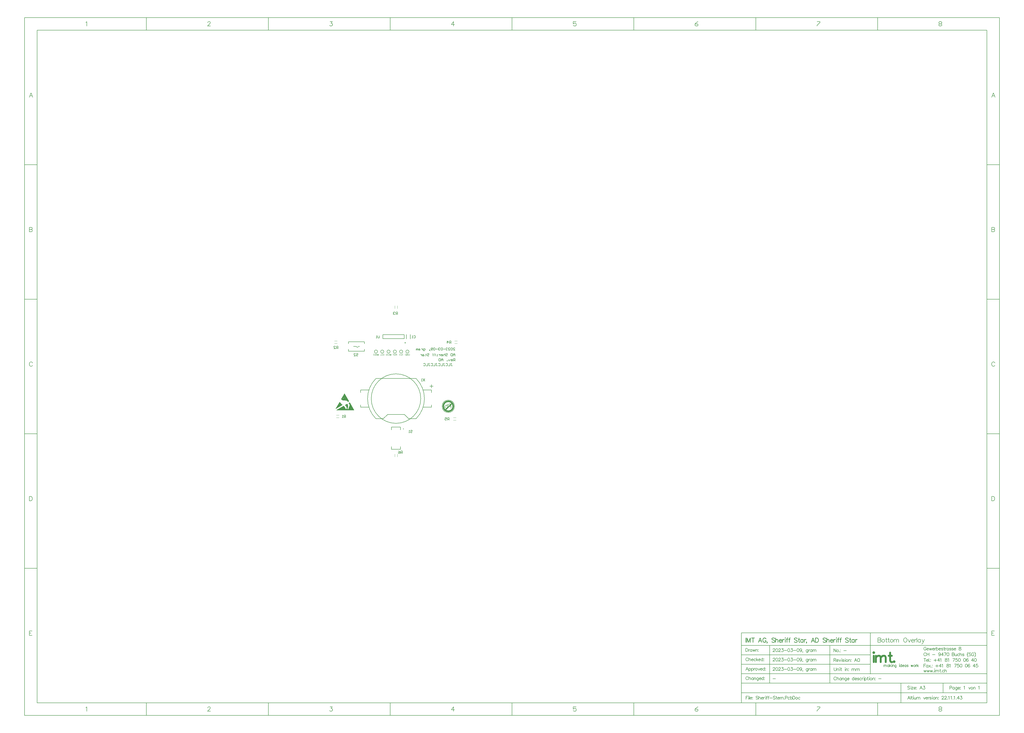
<source format=gbo>
G04*
G04 #@! TF.GenerationSoftware,Altium Limited,Altium Designer,22.11.1 (43)*
G04*
G04 Layer_Color=32896*
%FSLAX44Y44*%
%MOMM*%
G71*
G04*
G04 #@! TF.SameCoordinates,DB873E63-77BF-45AF-8D19-C352679DEADA*
G04*
G04*
G04 #@! TF.FilePolarity,Positive*
G04*
G01*
G75*
%ADD10C,0.1270*%
%ADD11C,0.2540*%
%ADD12C,0.2000*%
%ADD13C,0.7620*%
%ADD14C,0.1778*%
%ADD31C,0.6000*%
%ADD44C,0.2500*%
%ADD45C,0.1500*%
%ADD46C,0.1000*%
%ADD47C,0.4000*%
G36*
X548704Y453997D02*
X547887D01*
Y459020D01*
X544530Y453997D01*
X543655D01*
Y460403D01*
X544471D01*
Y455371D01*
X547837Y460403D01*
X548704D01*
Y453997D01*
D02*
G37*
G36*
X552844Y460503D02*
X553011Y460495D01*
X553336Y460453D01*
X553486Y460420D01*
X553619Y460387D01*
X553752Y460353D01*
X553869Y460312D01*
X553977Y460278D01*
X554077Y460237D01*
X554160Y460203D01*
X554227Y460178D01*
X554286Y460145D01*
X554327Y460128D01*
X554352Y460120D01*
X554361Y460112D01*
X554494Y460037D01*
X554619Y459945D01*
X554844Y459762D01*
X554944Y459662D01*
X555035Y459562D01*
X555119Y459462D01*
X555194Y459362D01*
X555260Y459270D01*
X555318Y459187D01*
X555368Y459112D01*
X555410Y459045D01*
X555443Y458987D01*
X555468Y458945D01*
X555477Y458920D01*
X555485Y458912D01*
X555552Y458762D01*
X555610Y458604D01*
X555710Y458296D01*
X555777Y458004D01*
X555802Y457862D01*
X555818Y457737D01*
X555835Y457612D01*
X555852Y457504D01*
X555860Y457404D01*
Y457321D01*
X555868Y457254D01*
Y457204D01*
Y457171D01*
Y457163D01*
X555860Y456988D01*
X555852Y456821D01*
X555810Y456496D01*
X555777Y456346D01*
X555743Y456213D01*
X555710Y456079D01*
X555668Y455955D01*
X555635Y455846D01*
X555602Y455746D01*
X555569Y455663D01*
X555535Y455588D01*
X555510Y455530D01*
X555494Y455488D01*
X555477Y455463D01*
Y455455D01*
X555402Y455313D01*
X555318Y455188D01*
X555227Y455063D01*
X555127Y454955D01*
X555035Y454846D01*
X554935Y454755D01*
X554844Y454663D01*
X554752Y454588D01*
X554660Y454521D01*
X554585Y454455D01*
X554510Y454405D01*
X554444Y454363D01*
X554394Y454330D01*
X554352Y454305D01*
X554327Y454297D01*
X554319Y454288D01*
X554169Y454222D01*
X554019Y454155D01*
X553727Y454055D01*
X553436Y453988D01*
X553302Y453963D01*
X553169Y453938D01*
X553052Y453922D01*
X552944Y453913D01*
X552844Y453897D01*
X552761D01*
X552694Y453888D01*
X552603D01*
X552344Y453897D01*
X552094Y453930D01*
X551861Y453972D01*
X551653Y454013D01*
X551570Y454038D01*
X551486Y454063D01*
X551411Y454080D01*
X551353Y454097D01*
X551303Y454113D01*
X551270Y454130D01*
X551245Y454138D01*
X551236D01*
X550986Y454238D01*
X550753Y454363D01*
X550536Y454480D01*
X550336Y454605D01*
X550253Y454663D01*
X550178Y454713D01*
X550112Y454755D01*
X550053Y454796D01*
X550003Y454830D01*
X549970Y454855D01*
X549953Y454871D01*
X549945Y454880D01*
Y457262D01*
X552661D01*
Y456504D01*
X550778D01*
Y455305D01*
X550895Y455213D01*
X551020Y455130D01*
X551153Y455055D01*
X551278Y454988D01*
X551395Y454930D01*
X551494Y454888D01*
X551528Y454880D01*
X551553Y454863D01*
X551570Y454855D01*
X551578D01*
X551778Y454788D01*
X551969Y454738D01*
X552144Y454697D01*
X552311Y454672D01*
X552453Y454655D01*
X552511D01*
X552561Y454646D01*
X552653D01*
X552886Y454655D01*
X553111Y454688D01*
X553311Y454730D01*
X553486Y454788D01*
X553569Y454813D01*
X553636Y454838D01*
X553702Y454855D01*
X553752Y454880D01*
X553794Y454896D01*
X553827Y454913D01*
X553844Y454921D01*
X553852D01*
X554052Y455038D01*
X554219Y455171D01*
X554369Y455321D01*
X554485Y455455D01*
X554577Y455580D01*
X554619Y455638D01*
X554644Y455688D01*
X554669Y455721D01*
X554685Y455755D01*
X554702Y455771D01*
Y455779D01*
X554802Y456004D01*
X554869Y456246D01*
X554919Y456488D01*
X554960Y456713D01*
X554969Y456813D01*
X554977Y456913D01*
X554985Y456996D01*
Y457071D01*
X554994Y457129D01*
Y457171D01*
Y457204D01*
Y457212D01*
X554985Y457471D01*
X554952Y457712D01*
X554919Y457929D01*
X554869Y458121D01*
X554852Y458204D01*
X554827Y458279D01*
X554810Y458345D01*
X554785Y458404D01*
X554777Y458446D01*
X554760Y458479D01*
X554752Y458495D01*
Y458504D01*
X554694Y458629D01*
X554627Y458754D01*
X554560Y458862D01*
X554502Y458954D01*
X554444Y459029D01*
X554394Y459087D01*
X554361Y459120D01*
X554352Y459137D01*
X554252Y459237D01*
X554136Y459337D01*
X554019Y459412D01*
X553911Y459479D01*
X553819Y459537D01*
X553736Y459570D01*
X553686Y459595D01*
X553677Y459604D01*
X553669D01*
X553502Y459662D01*
X553336Y459712D01*
X553161Y459745D01*
X553003Y459762D01*
X552869Y459779D01*
X552811D01*
X552761Y459787D01*
X552661D01*
X552486Y459779D01*
X552319Y459762D01*
X552169Y459729D01*
X552044Y459703D01*
X551936Y459670D01*
X551853Y459637D01*
X551803Y459620D01*
X551795Y459612D01*
X551786D01*
X551645Y459545D01*
X551520Y459470D01*
X551411Y459395D01*
X551328Y459329D01*
X551261Y459262D01*
X551211Y459212D01*
X551178Y459179D01*
X551170Y459162D01*
X551095Y459054D01*
X551020Y458929D01*
X550961Y458795D01*
X550911Y458679D01*
X550870Y458562D01*
X550836Y458479D01*
X550828Y458446D01*
X550820Y458420D01*
X550811Y458404D01*
Y458396D01*
X550045Y458604D01*
X550112Y458837D01*
X550195Y459045D01*
X550270Y459220D01*
X550353Y459370D01*
X550428Y459495D01*
X550453Y459545D01*
X550486Y459579D01*
X550503Y459612D01*
X550520Y459637D01*
X550536Y459645D01*
Y459654D01*
X550661Y459795D01*
X550803Y459920D01*
X550953Y460028D01*
X551095Y460120D01*
X551220Y460187D01*
X551270Y460212D01*
X551320Y460237D01*
X551361Y460253D01*
X551386Y460270D01*
X551403Y460278D01*
X551411D01*
X551628Y460353D01*
X551844Y460412D01*
X552053Y460453D01*
X552253Y460487D01*
X552336Y460495D01*
X552419Y460503D01*
X552486D01*
X552553Y460512D01*
X552669D01*
X552844Y460503D01*
D02*
G37*
G36*
X542230Y453997D02*
X539922D01*
X539714Y454005D01*
X539514Y454013D01*
X539339Y454030D01*
X539189Y454055D01*
X539064Y454072D01*
X539014Y454080D01*
X538973Y454088D01*
X538939Y454097D01*
X538914D01*
X538906Y454105D01*
X538898D01*
X538740Y454147D01*
X538590Y454197D01*
X538456Y454255D01*
X538348Y454305D01*
X538256Y454347D01*
X538190Y454388D01*
X538148Y454413D01*
X538131Y454422D01*
X538015Y454513D01*
X537898Y454605D01*
X537798Y454705D01*
X537715Y454796D01*
X537640Y454880D01*
X537590Y454946D01*
X537548Y454988D01*
X537540Y455005D01*
X537448Y455146D01*
X537356Y455305D01*
X537281Y455463D01*
X537223Y455613D01*
X537173Y455738D01*
X537156Y455796D01*
X537140Y455846D01*
X537123Y455880D01*
X537115Y455913D01*
X537107Y455929D01*
Y455938D01*
X537048Y456154D01*
X537007Y456379D01*
X536973Y456596D01*
X536957Y456796D01*
X536948Y456888D01*
X536940Y456971D01*
Y457046D01*
X536932Y457104D01*
Y457163D01*
Y457196D01*
Y457221D01*
Y457229D01*
X536940Y457537D01*
X536973Y457829D01*
X536990Y457962D01*
X537015Y458087D01*
X537040Y458204D01*
X537057Y458312D01*
X537082Y458412D01*
X537107Y458495D01*
X537132Y458571D01*
X537148Y458637D01*
X537165Y458687D01*
X537182Y458720D01*
X537190Y458745D01*
Y458754D01*
X537290Y458995D01*
X537415Y459204D01*
X537540Y459395D01*
X537665Y459554D01*
X537723Y459620D01*
X537773Y459678D01*
X537823Y459729D01*
X537865Y459770D01*
X537898Y459804D01*
X537923Y459828D01*
X537940Y459837D01*
X537948Y459845D01*
X538098Y459962D01*
X538256Y460062D01*
X538414Y460137D01*
X538564Y460203D01*
X538689Y460245D01*
X538748Y460262D01*
X538798Y460278D01*
X538831Y460287D01*
X538864Y460295D01*
X538881Y460303D01*
X538889D01*
X539048Y460337D01*
X539231Y460362D01*
X539423Y460378D01*
X539606Y460395D01*
X539764D01*
X539839Y460403D01*
X542230D01*
Y453997D01*
D02*
G37*
G36*
X526707Y460462D02*
X526840Y460453D01*
X527090Y460403D01*
X527307Y460328D01*
X527398Y460287D01*
X527490Y460253D01*
X527565Y460212D01*
X527640Y460170D01*
X527698Y460128D01*
X527748Y460095D01*
X527790Y460070D01*
X527815Y460045D01*
X527832Y460037D01*
X527840Y460028D01*
X527932Y459945D01*
X528015Y459854D01*
X528157Y459654D01*
X528265Y459454D01*
X528356Y459262D01*
X528390Y459170D01*
X528415Y459087D01*
X528440Y459004D01*
X528456Y458945D01*
X528473Y458887D01*
X528481Y458845D01*
X528490Y458820D01*
Y458812D01*
X527707Y458671D01*
X527665Y458870D01*
X527615Y459045D01*
X527548Y459195D01*
X527482Y459312D01*
X527423Y459412D01*
X527373Y459479D01*
X527340Y459512D01*
X527323Y459529D01*
X527198Y459628D01*
X527073Y459695D01*
X526940Y459745D01*
X526824Y459787D01*
X526715Y459804D01*
X526624Y459812D01*
X526590Y459820D01*
X526549D01*
X526382Y459812D01*
X526240Y459779D01*
X526107Y459729D01*
X525999Y459678D01*
X525915Y459620D01*
X525849Y459579D01*
X525815Y459545D01*
X525799Y459529D01*
X525699Y459420D01*
X525624Y459295D01*
X525574Y459179D01*
X525532Y459070D01*
X525516Y458970D01*
X525507Y458895D01*
X525499Y458837D01*
Y458829D01*
Y458820D01*
X525507Y458720D01*
X525516Y458629D01*
X525565Y458462D01*
X525624Y458321D01*
X525699Y458204D01*
X525774Y458121D01*
X525840Y458054D01*
X525890Y458021D01*
X525899Y458004D01*
X525907D01*
X526057Y457921D01*
X526215Y457854D01*
X526365Y457812D01*
X526507Y457779D01*
X526624Y457762D01*
X526724Y457754D01*
X526757Y457746D01*
X526848D01*
X526890Y457754D01*
X526915Y457762D01*
X526932D01*
X527024Y457071D01*
X526907Y457096D01*
X526799Y457121D01*
X526698Y457137D01*
X526615Y457146D01*
X526557Y457154D01*
X526465D01*
X526265Y457137D01*
X526090Y457096D01*
X525940Y457046D01*
X525807Y456979D01*
X525707Y456913D01*
X525632Y456863D01*
X525582Y456821D01*
X525565Y456804D01*
X525499Y456738D01*
X525449Y456663D01*
X525357Y456521D01*
X525291Y456371D01*
X525249Y456229D01*
X525224Y456104D01*
X525216Y456046D01*
Y456004D01*
X525207Y455963D01*
Y455938D01*
Y455921D01*
Y455913D01*
Y455813D01*
X525224Y455713D01*
X525266Y455530D01*
X525332Y455363D01*
X525399Y455230D01*
X525466Y455113D01*
X525532Y455030D01*
X525557Y455005D01*
X525574Y454980D01*
X525582Y454971D01*
X525591Y454963D01*
X525666Y454896D01*
X525741Y454838D01*
X525899Y454738D01*
X526057Y454672D01*
X526207Y454630D01*
X526332Y454596D01*
X526390Y454588D01*
X526440D01*
X526474Y454580D01*
X526532D01*
X526698Y454596D01*
X526857Y454630D01*
X526990Y454672D01*
X527107Y454730D01*
X527207Y454780D01*
X527273Y454830D01*
X527315Y454863D01*
X527332Y454871D01*
X527390Y454930D01*
X527440Y454996D01*
X527532Y455155D01*
X527615Y455313D01*
X527673Y455471D01*
X527723Y455621D01*
X527740Y455680D01*
X527757Y455738D01*
X527765Y455779D01*
X527773Y455813D01*
X527782Y455838D01*
Y455846D01*
X528565Y455738D01*
X528548Y455588D01*
X528515Y455446D01*
X528481Y455321D01*
X528431Y455196D01*
X528381Y455080D01*
X528331Y454971D01*
X528273Y454871D01*
X528223Y454780D01*
X528165Y454705D01*
X528115Y454630D01*
X528065Y454571D01*
X528023Y454521D01*
X527981Y454480D01*
X527957Y454455D01*
X527940Y454438D01*
X527932Y454430D01*
X527823Y454338D01*
X527715Y454263D01*
X527598Y454197D01*
X527473Y454138D01*
X527357Y454097D01*
X527240Y454055D01*
X527024Y453997D01*
X526923Y453972D01*
X526824Y453955D01*
X526740Y453947D01*
X526674Y453938D01*
X526615Y453930D01*
X526532D01*
X526357Y453938D01*
X526199Y453955D01*
X526040Y453980D01*
X525899Y454022D01*
X525757Y454063D01*
X525632Y454113D01*
X525516Y454163D01*
X525407Y454222D01*
X525316Y454272D01*
X525232Y454322D01*
X525157Y454372D01*
X525099Y454413D01*
X525049Y454455D01*
X525016Y454480D01*
X524999Y454496D01*
X524991Y454505D01*
X524882Y454613D01*
X524791Y454730D01*
X524707Y454855D01*
X524632Y454971D01*
X524574Y455096D01*
X524524Y455213D01*
X524482Y455330D01*
X524449Y455438D01*
X524424Y455538D01*
X524408Y455630D01*
X524391Y455713D01*
X524383Y455788D01*
X524374Y455846D01*
Y455896D01*
Y455921D01*
Y455929D01*
X524391Y456154D01*
X524424Y456346D01*
X524474Y456521D01*
X524532Y456671D01*
X524591Y456796D01*
X524616Y456838D01*
X524641Y456879D01*
X524657Y456913D01*
X524674Y456938D01*
X524691Y456946D01*
Y456954D01*
X524816Y457096D01*
X524966Y457212D01*
X525107Y457313D01*
X525249Y457388D01*
X525374Y457437D01*
X525432Y457462D01*
X525482Y457479D01*
X525516Y457487D01*
X525549Y457496D01*
X525565Y457504D01*
X525574D01*
X525424Y457587D01*
X525291Y457671D01*
X525174Y457762D01*
X525082Y457854D01*
X525007Y457929D01*
X524957Y457987D01*
X524924Y458029D01*
X524916Y458046D01*
X524841Y458179D01*
X524782Y458312D01*
X524749Y458437D01*
X524716Y458554D01*
X524699Y458654D01*
X524691Y458737D01*
Y458787D01*
Y458795D01*
Y458804D01*
X524699Y458962D01*
X524724Y459112D01*
X524766Y459254D01*
X524807Y459379D01*
X524857Y459479D01*
X524891Y459562D01*
X524924Y459612D01*
X524932Y459620D01*
Y459628D01*
X525024Y459770D01*
X525132Y459887D01*
X525249Y459995D01*
X525357Y460087D01*
X525457Y460153D01*
X525532Y460203D01*
X525565Y460220D01*
X525591Y460237D01*
X525599Y460245D01*
X525607D01*
X525774Y460320D01*
X525940Y460378D01*
X526099Y460412D01*
X526249Y460445D01*
X526374Y460462D01*
X526432D01*
X526474Y460470D01*
X526565D01*
X526707Y460462D01*
D02*
G37*
G36*
X515768D02*
X515901Y460453D01*
X516151Y460403D01*
X516368Y460328D01*
X516460Y460287D01*
X516551Y460253D01*
X516626Y460212D01*
X516701Y460170D01*
X516759Y460128D01*
X516809Y460095D01*
X516851Y460070D01*
X516876Y460045D01*
X516893Y460037D01*
X516901Y460028D01*
X516993Y459945D01*
X517076Y459854D01*
X517218Y459654D01*
X517326Y459454D01*
X517418Y459262D01*
X517451Y459170D01*
X517476Y459087D01*
X517501Y459004D01*
X517518Y458945D01*
X517534Y458887D01*
X517543Y458845D01*
X517551Y458820D01*
Y458812D01*
X516768Y458671D01*
X516726Y458870D01*
X516676Y459045D01*
X516609Y459195D01*
X516543Y459312D01*
X516484Y459412D01*
X516435Y459479D01*
X516401Y459512D01*
X516385Y459529D01*
X516259Y459628D01*
X516135Y459695D01*
X516001Y459745D01*
X515885Y459787D01*
X515776Y459804D01*
X515685Y459812D01*
X515651Y459820D01*
X515610D01*
X515443Y459812D01*
X515302Y459779D01*
X515168Y459729D01*
X515060Y459678D01*
X514977Y459620D01*
X514910Y459579D01*
X514877Y459545D01*
X514860Y459529D01*
X514760Y459420D01*
X514685Y459295D01*
X514635Y459179D01*
X514593Y459070D01*
X514577Y458970D01*
X514568Y458895D01*
X514560Y458837D01*
Y458829D01*
Y458820D01*
X514568Y458720D01*
X514577Y458629D01*
X514627Y458462D01*
X514685Y458321D01*
X514760Y458204D01*
X514835Y458121D01*
X514902Y458054D01*
X514952Y458021D01*
X514960Y458004D01*
X514968D01*
X515118Y457921D01*
X515276Y457854D01*
X515426Y457812D01*
X515568Y457779D01*
X515685Y457762D01*
X515785Y457754D01*
X515818Y457746D01*
X515910D01*
X515951Y457754D01*
X515976Y457762D01*
X515993D01*
X516085Y457071D01*
X515968Y457096D01*
X515860Y457121D01*
X515760Y457137D01*
X515676Y457146D01*
X515618Y457154D01*
X515526D01*
X515326Y457137D01*
X515151Y457096D01*
X515001Y457046D01*
X514868Y456979D01*
X514768Y456913D01*
X514693Y456863D01*
X514643Y456821D01*
X514627Y456804D01*
X514560Y456738D01*
X514510Y456663D01*
X514418Y456521D01*
X514352Y456371D01*
X514310Y456229D01*
X514285Y456104D01*
X514277Y456046D01*
Y456004D01*
X514268Y455963D01*
Y455938D01*
Y455921D01*
Y455913D01*
Y455813D01*
X514285Y455713D01*
X514327Y455530D01*
X514393Y455363D01*
X514460Y455230D01*
X514527Y455113D01*
X514593Y455030D01*
X514618Y455005D01*
X514635Y454980D01*
X514643Y454971D01*
X514652Y454963D01*
X514727Y454896D01*
X514802Y454838D01*
X514960Y454738D01*
X515118Y454672D01*
X515268Y454630D01*
X515393Y454596D01*
X515451Y454588D01*
X515501D01*
X515535Y454580D01*
X515593D01*
X515760Y454596D01*
X515918Y454630D01*
X516051Y454672D01*
X516168Y454730D01*
X516268Y454780D01*
X516334Y454830D01*
X516376Y454863D01*
X516393Y454871D01*
X516451Y454930D01*
X516501Y454996D01*
X516593Y455155D01*
X516676Y455313D01*
X516734Y455471D01*
X516784Y455621D01*
X516801Y455680D01*
X516818Y455738D01*
X516826Y455779D01*
X516834Y455813D01*
X516843Y455838D01*
Y455846D01*
X517626Y455738D01*
X517609Y455588D01*
X517576Y455446D01*
X517543Y455321D01*
X517493Y455196D01*
X517443Y455080D01*
X517393Y454971D01*
X517334Y454871D01*
X517284Y454780D01*
X517226Y454705D01*
X517176Y454630D01*
X517126Y454571D01*
X517084Y454521D01*
X517043Y454480D01*
X517018Y454455D01*
X517001Y454438D01*
X516993Y454430D01*
X516884Y454338D01*
X516776Y454263D01*
X516659Y454197D01*
X516535Y454138D01*
X516418Y454097D01*
X516301Y454055D01*
X516085Y453997D01*
X515985Y453972D01*
X515885Y453955D01*
X515801Y453947D01*
X515735Y453938D01*
X515676Y453930D01*
X515593D01*
X515418Y453938D01*
X515260Y453955D01*
X515102Y453980D01*
X514960Y454022D01*
X514818Y454063D01*
X514693Y454113D01*
X514577Y454163D01*
X514468Y454222D01*
X514377Y454272D01*
X514293Y454322D01*
X514218Y454372D01*
X514160Y454413D01*
X514110Y454455D01*
X514077Y454480D01*
X514060Y454496D01*
X514052Y454505D01*
X513943Y454613D01*
X513852Y454730D01*
X513769Y454855D01*
X513694Y454971D01*
X513635Y455096D01*
X513585Y455213D01*
X513544Y455330D01*
X513510Y455438D01*
X513485Y455538D01*
X513469Y455630D01*
X513452Y455713D01*
X513444Y455788D01*
X513435Y455846D01*
Y455896D01*
Y455921D01*
Y455929D01*
X513452Y456154D01*
X513485Y456346D01*
X513535Y456521D01*
X513594Y456671D01*
X513652Y456796D01*
X513677Y456838D01*
X513702Y456879D01*
X513718Y456913D01*
X513735Y456938D01*
X513752Y456946D01*
Y456954D01*
X513877Y457096D01*
X514027Y457212D01*
X514168Y457313D01*
X514310Y457388D01*
X514435Y457437D01*
X514493Y457462D01*
X514543Y457479D01*
X514577Y457487D01*
X514610Y457496D01*
X514627Y457504D01*
X514635D01*
X514485Y457587D01*
X514352Y457671D01*
X514235Y457762D01*
X514143Y457854D01*
X514068Y457929D01*
X514019Y457987D01*
X513985Y458029D01*
X513977Y458046D01*
X513902Y458179D01*
X513843Y458312D01*
X513810Y458437D01*
X513777Y458554D01*
X513760Y458654D01*
X513752Y458737D01*
Y458787D01*
Y458795D01*
Y458804D01*
X513760Y458962D01*
X513785Y459112D01*
X513827Y459254D01*
X513868Y459379D01*
X513918Y459479D01*
X513952Y459562D01*
X513985Y459612D01*
X513993Y459620D01*
Y459628D01*
X514085Y459770D01*
X514193Y459887D01*
X514310Y459995D01*
X514418Y460087D01*
X514518Y460153D01*
X514593Y460203D01*
X514627Y460220D01*
X514652Y460237D01*
X514660Y460245D01*
X514668D01*
X514835Y460320D01*
X515001Y460378D01*
X515160Y460412D01*
X515310Y460445D01*
X515435Y460462D01*
X515493D01*
X515535Y460470D01*
X515626D01*
X515768Y460462D01*
D02*
G37*
G36*
X521450Y454038D02*
X520567D01*
X518067Y460445D01*
X518926D01*
X520658Y455788D01*
X520733Y455596D01*
X520800Y455405D01*
X520858Y455221D01*
X520908Y455063D01*
X520950Y454930D01*
X520967Y454880D01*
X520983Y454830D01*
X520992Y454788D01*
X521000Y454763D01*
X521008Y454747D01*
Y454738D01*
X521058Y454921D01*
X521117Y455113D01*
X521175Y455288D01*
X521225Y455446D01*
X521275Y455588D01*
X521292Y455646D01*
X521308Y455696D01*
X521325Y455729D01*
X521333Y455763D01*
X521342Y455779D01*
Y455788D01*
X523008Y460445D01*
X523933D01*
X521450Y454038D01*
D02*
G37*
G36*
X430297Y453997D02*
X429481D01*
Y459454D01*
X427631Y453997D01*
X426873D01*
X424999Y459362D01*
Y453997D01*
X424182D01*
Y460403D01*
X425323D01*
X426865Y455946D01*
X426948Y455704D01*
X427015Y455496D01*
X427073Y455321D01*
X427123Y455171D01*
X427156Y455063D01*
X427181Y454980D01*
X427198Y454930D01*
X427206Y454913D01*
X427248Y455046D01*
X427298Y455196D01*
X427348Y455355D01*
X427398Y455505D01*
X427440Y455646D01*
X427465Y455704D01*
X427481Y455763D01*
X427498Y455804D01*
X427506Y455838D01*
X427515Y455854D01*
Y455863D01*
X429031Y460403D01*
X430297D01*
Y453997D01*
D02*
G37*
G36*
X422674D02*
X421824D01*
Y460403D01*
X422674D01*
Y453997D01*
D02*
G37*
G36*
X418359Y460503D02*
X418583Y460478D01*
X418783Y460437D01*
X418958Y460403D01*
X419033Y460378D01*
X419100Y460362D01*
X419158Y460337D01*
X419208Y460320D01*
X419250Y460312D01*
X419275Y460295D01*
X419292Y460287D01*
X419300D01*
X419483Y460195D01*
X419650Y460095D01*
X419783Y459987D01*
X419900Y459887D01*
X419983Y459795D01*
X420050Y459712D01*
X420083Y459662D01*
X420100Y459654D01*
Y459645D01*
X420191Y459487D01*
X420258Y459329D01*
X420308Y459179D01*
X420341Y459037D01*
X420358Y458912D01*
X420366Y458820D01*
X420375Y458787D01*
Y458762D01*
Y458745D01*
Y458737D01*
X420366Y458579D01*
X420341Y458429D01*
X420308Y458287D01*
X420266Y458171D01*
X420225Y458071D01*
X420191Y458004D01*
X420167Y457954D01*
X420158Y457946D01*
Y457937D01*
X420066Y457812D01*
X419958Y457696D01*
X419842Y457596D01*
X419733Y457512D01*
X419633Y457437D01*
X419550Y457388D01*
X419517Y457371D01*
X419492Y457354D01*
X419483Y457346D01*
X419475D01*
X419400Y457313D01*
X419317Y457271D01*
X419133Y457204D01*
X418925Y457129D01*
X418725Y457071D01*
X418534Y457012D01*
X418459Y456996D01*
X418384Y456971D01*
X418325Y456963D01*
X418284Y456946D01*
X418250Y456938D01*
X418242D01*
X418084Y456896D01*
X417942Y456863D01*
X417809Y456829D01*
X417692Y456804D01*
X417584Y456771D01*
X417492Y456746D01*
X417409Y456729D01*
X417342Y456704D01*
X417276Y456688D01*
X417226Y456671D01*
X417184Y456663D01*
X417151Y456646D01*
X417117Y456638D01*
X417101Y456629D01*
X416959Y456571D01*
X416842Y456504D01*
X416742Y456446D01*
X416659Y456388D01*
X416601Y456338D01*
X416559Y456296D01*
X416534Y456263D01*
X416526Y456254D01*
X416467Y456171D01*
X416417Y456079D01*
X416384Y455988D01*
X416367Y455905D01*
X416351Y455838D01*
X416342Y455779D01*
Y455746D01*
Y455729D01*
X416351Y455621D01*
X416367Y455521D01*
X416401Y455430D01*
X416434Y455346D01*
X416467Y455280D01*
X416501Y455221D01*
X416517Y455188D01*
X416526Y455180D01*
X416601Y455088D01*
X416692Y455013D01*
X416784Y454946D01*
X416876Y454888D01*
X416959Y454846D01*
X417026Y454813D01*
X417067Y454796D01*
X417076Y454788D01*
X417084D01*
X417226Y454738D01*
X417367Y454705D01*
X417517Y454680D01*
X417642Y454663D01*
X417759Y454655D01*
X417850Y454646D01*
X417934D01*
X418134Y454655D01*
X418317Y454672D01*
X418484Y454705D01*
X418625Y454738D01*
X418750Y454771D01*
X418800Y454788D01*
X418842Y454805D01*
X418875Y454813D01*
X418900Y454821D01*
X418909Y454830D01*
X418917D01*
X419067Y454905D01*
X419200Y454988D01*
X419308Y455071D01*
X419400Y455155D01*
X419467Y455221D01*
X419517Y455280D01*
X419550Y455313D01*
X419558Y455330D01*
X419625Y455455D01*
X419683Y455588D01*
X419733Y455721D01*
X419767Y455846D01*
X419792Y455963D01*
X419808Y456046D01*
Y456079D01*
X419817Y456104D01*
Y456121D01*
Y456129D01*
X420616Y456063D01*
X420600Y455830D01*
X420558Y455605D01*
X420500Y455413D01*
X420433Y455238D01*
X420400Y455163D01*
X420375Y455096D01*
X420341Y455046D01*
X420316Y454996D01*
X420300Y454955D01*
X420283Y454930D01*
X420266Y454913D01*
Y454905D01*
X420133Y454730D01*
X419983Y454571D01*
X419833Y454438D01*
X419683Y454330D01*
X419550Y454247D01*
X419492Y454213D01*
X419450Y454188D01*
X419408Y454163D01*
X419375Y454147D01*
X419358Y454138D01*
X419350D01*
X419117Y454055D01*
X418875Y453997D01*
X418625Y453947D01*
X418400Y453922D01*
X418292Y453913D01*
X418200Y453905D01*
X418109Y453897D01*
X418034D01*
X417975Y453888D01*
X417892D01*
X417642Y453897D01*
X417409Y453930D01*
X417201Y453972D01*
X417026Y454013D01*
X416942Y454038D01*
X416876Y454063D01*
X416817Y454080D01*
X416759Y454097D01*
X416726Y454113D01*
X416692Y454130D01*
X416676Y454138D01*
X416667D01*
X416476Y454238D01*
X416301Y454355D01*
X416159Y454472D01*
X416043Y454580D01*
X415951Y454680D01*
X415876Y454763D01*
X415859Y454796D01*
X415843Y454821D01*
X415826Y454830D01*
Y454838D01*
X415726Y455005D01*
X415651Y455180D01*
X415601Y455338D01*
X415559Y455488D01*
X415543Y455613D01*
X415534Y455663D01*
Y455713D01*
X415526Y455746D01*
Y455771D01*
Y455788D01*
Y455796D01*
X415534Y455988D01*
X415568Y456154D01*
X415609Y456313D01*
X415659Y456446D01*
X415718Y456554D01*
X415759Y456638D01*
X415776Y456663D01*
X415793Y456688D01*
X415801Y456696D01*
Y456704D01*
X415909Y456846D01*
X416043Y456979D01*
X416176Y457088D01*
X416309Y457188D01*
X416434Y457262D01*
X416534Y457313D01*
X416576Y457337D01*
X416601Y457354D01*
X416617Y457363D01*
X416626D01*
X416701Y457396D01*
X416792Y457429D01*
X416901Y457462D01*
X417009Y457504D01*
X417242Y457571D01*
X417476Y457629D01*
X417592Y457662D01*
X417692Y457687D01*
X417792Y457712D01*
X417875Y457729D01*
X417942Y457746D01*
X418000Y457762D01*
X418034Y457771D01*
X418042D01*
X418225Y457812D01*
X418392Y457854D01*
X418542Y457896D01*
X418675Y457937D01*
X418792Y457979D01*
X418892Y458012D01*
X418983Y458054D01*
X419067Y458087D01*
X419125Y458112D01*
X419183Y458137D01*
X419225Y458162D01*
X419258Y458187D01*
X419283Y458196D01*
X419300Y458212D01*
X419317Y458221D01*
X419400Y458312D01*
X419458Y458404D01*
X419500Y458495D01*
X419525Y458587D01*
X419542Y458671D01*
X419558Y458729D01*
Y458770D01*
Y458787D01*
X419542Y458929D01*
X419500Y459062D01*
X419450Y459179D01*
X419383Y459279D01*
X419317Y459362D01*
X419267Y459420D01*
X419225Y459454D01*
X419208Y459470D01*
X419142Y459520D01*
X419058Y459562D01*
X418884Y459637D01*
X418700Y459687D01*
X418517Y459720D01*
X418350Y459737D01*
X418284Y459745D01*
X418217Y459753D01*
X417959D01*
X417834Y459737D01*
X417717Y459729D01*
X417609Y459703D01*
X417509Y459678D01*
X417417Y459654D01*
X417334Y459628D01*
X417259Y459604D01*
X417201Y459570D01*
X417142Y459545D01*
X417092Y459520D01*
X417051Y459495D01*
X417026Y459470D01*
X417001Y459462D01*
X416984Y459445D01*
X416851Y459320D01*
X416751Y459170D01*
X416676Y459020D01*
X416617Y458879D01*
X416576Y458745D01*
X416559Y458687D01*
X416551Y458637D01*
X416542Y458596D01*
X416534Y458562D01*
Y458545D01*
Y458537D01*
X415718Y458596D01*
X415734Y458795D01*
X415776Y458987D01*
X415826Y459154D01*
X415884Y459304D01*
X415943Y459429D01*
X415967Y459479D01*
X415984Y459520D01*
X416009Y459554D01*
X416017Y459579D01*
X416034Y459587D01*
Y459595D01*
X416151Y459753D01*
X416292Y459895D01*
X416426Y460012D01*
X416567Y460103D01*
X416684Y460178D01*
X416784Y460237D01*
X416826Y460253D01*
X416851Y460270D01*
X416867Y460278D01*
X416876D01*
X417084Y460353D01*
X417300Y460412D01*
X417509Y460453D01*
X417700Y460487D01*
X417792Y460495D01*
X417875Y460503D01*
X417942D01*
X418009Y460512D01*
X418125D01*
X418359Y460503D01*
D02*
G37*
G36*
X411810D02*
X412043Y460470D01*
X412268Y460428D01*
X412477Y460370D01*
X412677Y460303D01*
X412860Y460228D01*
X413027Y460145D01*
X413177Y460062D01*
X413310Y459970D01*
X413435Y459895D01*
X413535Y459812D01*
X413618Y459745D01*
X413685Y459687D01*
X413735Y459645D01*
X413768Y459612D01*
X413776Y459604D01*
X413926Y459429D01*
X414060Y459237D01*
X414168Y459037D01*
X414268Y458837D01*
X414351Y458629D01*
X414418Y458420D01*
X414476Y458221D01*
X414518Y458021D01*
X414551Y457837D01*
X414585Y457662D01*
X414601Y457512D01*
X414610Y457379D01*
X414618Y457262D01*
X414626Y457179D01*
Y457154D01*
Y457129D01*
Y457121D01*
Y457113D01*
X414618Y456954D01*
X414610Y456804D01*
X414568Y456504D01*
X414510Y456238D01*
X414476Y456113D01*
X414443Y455996D01*
X414410Y455896D01*
X414376Y455796D01*
X414343Y455713D01*
X414318Y455646D01*
X414293Y455588D01*
X414276Y455546D01*
X414260Y455521D01*
Y455513D01*
X414110Y455246D01*
X413935Y455005D01*
X413851Y454905D01*
X413760Y454805D01*
X413668Y454713D01*
X413585Y454630D01*
X413502Y454563D01*
X413427Y454496D01*
X413360Y454446D01*
X413302Y454405D01*
X413252Y454363D01*
X413218Y454338D01*
X413193Y454330D01*
X413185Y454322D01*
X413052Y454247D01*
X412910Y454180D01*
X412777Y454122D01*
X412635Y454072D01*
X412360Y453997D01*
X412110Y453947D01*
X411994Y453922D01*
X411894Y453913D01*
X411802Y453905D01*
X411719Y453897D01*
X411660Y453888D01*
X411569D01*
X411410Y453897D01*
X411260Y453905D01*
X410977Y453947D01*
X410711Y454013D01*
X410594Y454047D01*
X410477Y454088D01*
X410377Y454122D01*
X410286Y454155D01*
X410211Y454188D01*
X410144Y454222D01*
X410094Y454247D01*
X410052Y454263D01*
X410027Y454280D01*
X410019D01*
X409886Y454355D01*
X409761Y454438D01*
X409536Y454630D01*
X409344Y454821D01*
X409261Y454913D01*
X409186Y455005D01*
X409119Y455096D01*
X409061Y455171D01*
X409019Y455246D01*
X408978Y455313D01*
X408944Y455363D01*
X408919Y455405D01*
X408911Y455430D01*
X408903Y455438D01*
X408836Y455588D01*
X408769Y455738D01*
X408669Y456038D01*
X408603Y456329D01*
X408578Y456471D01*
X408553Y456604D01*
X408536Y456729D01*
X408520Y456838D01*
X408511Y456938D01*
Y457021D01*
X408503Y457096D01*
Y457146D01*
Y457179D01*
Y457188D01*
Y457363D01*
X408520Y457537D01*
X408561Y457862D01*
X408586Y458012D01*
X408619Y458154D01*
X408653Y458287D01*
X408686Y458404D01*
X408728Y458512D01*
X408761Y458612D01*
X408794Y458695D01*
X408819Y458770D01*
X408844Y458829D01*
X408861Y458870D01*
X408869Y458895D01*
X408878Y458904D01*
X409036Y459170D01*
X409119Y459295D01*
X409203Y459412D01*
X409294Y459512D01*
X409386Y459612D01*
X409478Y459703D01*
X409561Y459779D01*
X409644Y459854D01*
X409719Y459912D01*
X409794Y459962D01*
X409852Y460012D01*
X409902Y460045D01*
X409936Y460070D01*
X409961Y460078D01*
X409969Y460087D01*
X410102Y460162D01*
X410244Y460228D01*
X410377Y460287D01*
X410519Y460337D01*
X410785Y460412D01*
X411027Y460462D01*
X411144Y460478D01*
X411244Y460487D01*
X411335Y460495D01*
X411410Y460503D01*
X411477Y460512D01*
X411560D01*
X411810Y460503D01*
D02*
G37*
G36*
X444425Y460495D02*
X444717Y460453D01*
X444983Y460387D01*
X445100Y460353D01*
X445217Y460320D01*
X445317Y460278D01*
X445408Y460245D01*
X445483Y460212D01*
X445550Y460178D01*
X445600Y460153D01*
X445642Y460137D01*
X445666Y460128D01*
X445675Y460120D01*
X445800Y460045D01*
X445925Y459962D01*
X446141Y459779D01*
X446333Y459595D01*
X446483Y459412D01*
X446550Y459320D01*
X446608Y459245D01*
X446658Y459170D01*
X446691Y459112D01*
X446725Y459062D01*
X446749Y459020D01*
X446758Y458995D01*
X446766Y458987D01*
X446833Y458845D01*
X446891Y458695D01*
X446983Y458404D01*
X447049Y458112D01*
X447074Y457971D01*
X447091Y457837D01*
X447108Y457712D01*
X447124Y457604D01*
X447133Y457504D01*
Y457412D01*
X447141Y457346D01*
Y457287D01*
Y457254D01*
Y457246D01*
X447124Y456913D01*
X447091Y456588D01*
X447066Y456446D01*
X447033Y456304D01*
X447008Y456171D01*
X446974Y456046D01*
X446941Y455929D01*
X446916Y455830D01*
X446883Y455746D01*
X446858Y455671D01*
X446841Y455613D01*
X446824Y455563D01*
X446808Y455538D01*
Y455530D01*
X446741Y455388D01*
X446666Y455246D01*
X446591Y455121D01*
X446508Y455005D01*
X446425Y454888D01*
X446341Y454788D01*
X446266Y454697D01*
X446183Y454622D01*
X446108Y454547D01*
X446041Y454480D01*
X445975Y454430D01*
X445925Y454388D01*
X445875Y454347D01*
X445841Y454322D01*
X445825Y454313D01*
X445816Y454305D01*
X445691Y454230D01*
X445558Y454172D01*
X445416Y454113D01*
X445275Y454063D01*
X444992Y453988D01*
X444725Y453938D01*
X444600Y453922D01*
X444492Y453913D01*
X444383Y453905D01*
X444300Y453897D01*
X444225Y453888D01*
X444125D01*
X443942Y453897D01*
X443767Y453913D01*
X443600Y453938D01*
X443442Y453972D01*
X443292Y454013D01*
X443150Y454063D01*
X443026Y454105D01*
X442901Y454163D01*
X442800Y454213D01*
X442709Y454255D01*
X442626Y454305D01*
X442559Y454347D01*
X442501Y454380D01*
X442467Y454405D01*
X442442Y454422D01*
X442434Y454430D01*
X442309Y454538D01*
X442192Y454655D01*
X442084Y454780D01*
X441992Y454913D01*
X441901Y455046D01*
X441826Y455171D01*
X441751Y455305D01*
X441693Y455430D01*
X441634Y455555D01*
X441592Y455663D01*
X441551Y455763D01*
X441517Y455846D01*
X441501Y455921D01*
X441484Y455979D01*
X441468Y456013D01*
Y456021D01*
X442317Y456238D01*
X442359Y456088D01*
X442401Y455955D01*
X442451Y455830D01*
X442501Y455704D01*
X442559Y455596D01*
X442609Y455496D01*
X442667Y455405D01*
X442725Y455330D01*
X442775Y455255D01*
X442826Y455196D01*
X442876Y455138D01*
X442909Y455096D01*
X442942Y455063D01*
X442967Y455038D01*
X442984Y455030D01*
X442992Y455021D01*
X443084Y454946D01*
X443184Y454888D01*
X443284Y454830D01*
X443392Y454788D01*
X443592Y454713D01*
X443784Y454663D01*
X443867Y454646D01*
X443950Y454638D01*
X444017Y454630D01*
X444084Y454622D01*
X444133Y454613D01*
X444200D01*
X444417Y454630D01*
X444617Y454663D01*
X444800Y454705D01*
X444967Y454763D01*
X445100Y454821D01*
X445158Y454846D01*
X445200Y454863D01*
X445242Y454888D01*
X445266Y454896D01*
X445283Y454913D01*
X445291D01*
X445466Y455038D01*
X445616Y455180D01*
X445741Y455330D01*
X445850Y455480D01*
X445933Y455613D01*
X445958Y455671D01*
X445983Y455721D01*
X446008Y455763D01*
X446025Y455796D01*
X446033Y455813D01*
Y455821D01*
X446108Y456054D01*
X446166Y456304D01*
X446208Y456538D01*
X446233Y456763D01*
X446250Y456863D01*
Y456954D01*
X446258Y457038D01*
X446266Y457113D01*
Y457171D01*
Y457212D01*
Y457238D01*
Y457246D01*
X446258Y457479D01*
X446233Y457704D01*
X446200Y457912D01*
X446166Y458104D01*
X446150Y458179D01*
X446133Y458254D01*
X446116Y458321D01*
X446100Y458379D01*
X446083Y458420D01*
X446075Y458454D01*
X446066Y458470D01*
Y458479D01*
X445983Y458695D01*
X445875Y458879D01*
X445758Y459045D01*
X445642Y459179D01*
X445541Y459287D01*
X445458Y459362D01*
X445425Y459395D01*
X445400Y459412D01*
X445383Y459429D01*
X445375D01*
X445275Y459495D01*
X445175Y459545D01*
X444967Y459637D01*
X444758Y459703D01*
X444567Y459745D01*
X444475Y459753D01*
X444392Y459770D01*
X444317Y459779D01*
X444258D01*
X444208Y459787D01*
X444133D01*
X443900Y459770D01*
X443692Y459737D01*
X443509Y459687D01*
X443350Y459628D01*
X443225Y459562D01*
X443175Y459537D01*
X443134Y459512D01*
X443100Y459495D01*
X443075Y459479D01*
X443067Y459462D01*
X443059D01*
X442984Y459395D01*
X442909Y459329D01*
X442775Y459170D01*
X442667Y459004D01*
X442576Y458837D01*
X442501Y458687D01*
X442476Y458620D01*
X442451Y458562D01*
X442434Y458512D01*
X442417Y458479D01*
X442409Y458454D01*
Y458446D01*
X441576Y458646D01*
X441626Y458804D01*
X441693Y458962D01*
X441759Y459104D01*
X441834Y459237D01*
X441909Y459354D01*
X441984Y459470D01*
X442059Y459570D01*
X442134Y459662D01*
X442209Y459745D01*
X442276Y459820D01*
X442342Y459879D01*
X442392Y459929D01*
X442434Y459970D01*
X442476Y459995D01*
X442492Y460012D01*
X442501Y460020D01*
X442626Y460103D01*
X442759Y460187D01*
X442892Y460245D01*
X443026Y460303D01*
X443167Y460353D01*
X443300Y460395D01*
X443550Y460453D01*
X443667Y460470D01*
X443775Y460487D01*
X443875Y460495D01*
X443959Y460503D01*
X444025Y460512D01*
X444275D01*
X444425Y460495D01*
D02*
G37*
G36*
X440459Y453997D02*
X436460D01*
Y454755D01*
X439610D01*
Y460403D01*
X440459D01*
Y453997D01*
D02*
G37*
G36*
X450882Y460503D02*
X451107Y460478D01*
X451307Y460437D01*
X451482Y460403D01*
X451557Y460378D01*
X451623Y460362D01*
X451682Y460337D01*
X451732Y460320D01*
X451773Y460312D01*
X451798Y460295D01*
X451815Y460287D01*
X451823D01*
X452006Y460195D01*
X452173Y460095D01*
X452306Y459987D01*
X452423Y459887D01*
X452506Y459795D01*
X452573Y459712D01*
X452606Y459662D01*
X452623Y459654D01*
Y459645D01*
X452715Y459487D01*
X452781Y459329D01*
X452831Y459179D01*
X452865Y459037D01*
X452881Y458912D01*
X452890Y458820D01*
X452898Y458787D01*
Y458762D01*
Y458745D01*
Y458737D01*
X452890Y458579D01*
X452865Y458429D01*
X452831Y458287D01*
X452790Y458171D01*
X452748Y458071D01*
X452715Y458004D01*
X452690Y457954D01*
X452681Y457946D01*
Y457937D01*
X452590Y457812D01*
X452481Y457696D01*
X452365Y457596D01*
X452256Y457512D01*
X452156Y457437D01*
X452073Y457388D01*
X452040Y457371D01*
X452015Y457354D01*
X452006Y457346D01*
X451998D01*
X451923Y457313D01*
X451840Y457271D01*
X451657Y457204D01*
X451448Y457129D01*
X451248Y457071D01*
X451057Y457012D01*
X450982Y456996D01*
X450907Y456971D01*
X450849Y456963D01*
X450807Y456946D01*
X450774Y456938D01*
X450765D01*
X450607Y456896D01*
X450465Y456863D01*
X450332Y456829D01*
X450215Y456804D01*
X450107Y456771D01*
X450015Y456746D01*
X449932Y456729D01*
X449865Y456704D01*
X449799Y456688D01*
X449749Y456671D01*
X449707Y456663D01*
X449674Y456646D01*
X449640Y456638D01*
X449624Y456629D01*
X449482Y456571D01*
X449366Y456504D01*
X449266Y456446D01*
X449182Y456388D01*
X449124Y456338D01*
X449082Y456296D01*
X449057Y456263D01*
X449049Y456254D01*
X448991Y456171D01*
X448941Y456079D01*
X448907Y455988D01*
X448891Y455905D01*
X448874Y455838D01*
X448866Y455779D01*
Y455746D01*
Y455729D01*
X448874Y455621D01*
X448891Y455521D01*
X448924Y455430D01*
X448957Y455346D01*
X448991Y455280D01*
X449024Y455221D01*
X449041Y455188D01*
X449049Y455180D01*
X449124Y455088D01*
X449216Y455013D01*
X449307Y454946D01*
X449399Y454888D01*
X449482Y454846D01*
X449549Y454813D01*
X449590Y454796D01*
X449599Y454788D01*
X449607D01*
X449749Y454738D01*
X449890Y454705D01*
X450040Y454680D01*
X450165Y454663D01*
X450282Y454655D01*
X450374Y454646D01*
X450457D01*
X450657Y454655D01*
X450840Y454672D01*
X451007Y454705D01*
X451148Y454738D01*
X451273Y454771D01*
X451323Y454788D01*
X451365Y454805D01*
X451398Y454813D01*
X451423Y454821D01*
X451432Y454830D01*
X451440D01*
X451590Y454905D01*
X451723Y454988D01*
X451832Y455071D01*
X451923Y455155D01*
X451990Y455221D01*
X452040Y455280D01*
X452073Y455313D01*
X452081Y455330D01*
X452148Y455455D01*
X452206Y455588D01*
X452256Y455721D01*
X452290Y455846D01*
X452315Y455963D01*
X452331Y456046D01*
Y456079D01*
X452340Y456104D01*
Y456121D01*
Y456129D01*
X453139Y456063D01*
X453123Y455830D01*
X453081Y455605D01*
X453023Y455413D01*
X452956Y455238D01*
X452923Y455163D01*
X452898Y455096D01*
X452865Y455046D01*
X452840Y454996D01*
X452823Y454955D01*
X452806Y454930D01*
X452790Y454913D01*
Y454905D01*
X452656Y454730D01*
X452506Y454571D01*
X452356Y454438D01*
X452206Y454330D01*
X452073Y454247D01*
X452015Y454213D01*
X451973Y454188D01*
X451931Y454163D01*
X451898Y454147D01*
X451881Y454138D01*
X451873D01*
X451640Y454055D01*
X451398Y453997D01*
X451148Y453947D01*
X450923Y453922D01*
X450815Y453913D01*
X450723Y453905D01*
X450632Y453897D01*
X450557D01*
X450499Y453888D01*
X450415D01*
X450165Y453897D01*
X449932Y453930D01*
X449724Y453972D01*
X449549Y454013D01*
X449465Y454038D01*
X449399Y454063D01*
X449341Y454080D01*
X449282Y454097D01*
X449249Y454113D01*
X449216Y454130D01*
X449199Y454138D01*
X449190D01*
X448999Y454238D01*
X448824Y454355D01*
X448682Y454472D01*
X448566Y454580D01*
X448474Y454680D01*
X448399Y454763D01*
X448382Y454796D01*
X448366Y454821D01*
X448349Y454830D01*
Y454838D01*
X448249Y455005D01*
X448174Y455180D01*
X448124Y455338D01*
X448083Y455488D01*
X448066Y455613D01*
X448058Y455663D01*
Y455713D01*
X448049Y455746D01*
Y455771D01*
Y455788D01*
Y455796D01*
X448058Y455988D01*
X448091Y456154D01*
X448133Y456313D01*
X448182Y456446D01*
X448241Y456554D01*
X448282Y456638D01*
X448299Y456663D01*
X448316Y456688D01*
X448324Y456696D01*
Y456704D01*
X448432Y456846D01*
X448566Y456979D01*
X448699Y457088D01*
X448832Y457188D01*
X448957Y457262D01*
X449057Y457313D01*
X449099Y457337D01*
X449124Y457354D01*
X449141Y457363D01*
X449149D01*
X449224Y457396D01*
X449315Y457429D01*
X449424Y457462D01*
X449532Y457504D01*
X449765Y457571D01*
X449999Y457629D01*
X450115Y457662D01*
X450215Y457687D01*
X450315Y457712D01*
X450399Y457729D01*
X450465Y457746D01*
X450523Y457762D01*
X450557Y457771D01*
X450565D01*
X450748Y457812D01*
X450915Y457854D01*
X451065Y457896D01*
X451198Y457937D01*
X451315Y457979D01*
X451415Y458012D01*
X451507Y458054D01*
X451590Y458087D01*
X451648Y458112D01*
X451707Y458137D01*
X451748Y458162D01*
X451782Y458187D01*
X451806Y458196D01*
X451823Y458212D01*
X451840Y458221D01*
X451923Y458312D01*
X451982Y458404D01*
X452023Y458495D01*
X452048Y458587D01*
X452065Y458671D01*
X452081Y458729D01*
Y458770D01*
Y458787D01*
X452065Y458929D01*
X452023Y459062D01*
X451973Y459179D01*
X451907Y459279D01*
X451840Y459362D01*
X451790Y459420D01*
X451748Y459454D01*
X451732Y459470D01*
X451665Y459520D01*
X451582Y459562D01*
X451407Y459637D01*
X451223Y459687D01*
X451040Y459720D01*
X450873Y459737D01*
X450807Y459745D01*
X450740Y459753D01*
X450482D01*
X450357Y459737D01*
X450240Y459729D01*
X450132Y459703D01*
X450032Y459678D01*
X449940Y459654D01*
X449857Y459628D01*
X449782Y459604D01*
X449724Y459570D01*
X449665Y459545D01*
X449615Y459520D01*
X449574Y459495D01*
X449549Y459470D01*
X449524Y459462D01*
X449507Y459445D01*
X449374Y459320D01*
X449274Y459170D01*
X449199Y459020D01*
X449141Y458879D01*
X449099Y458745D01*
X449082Y458687D01*
X449074Y458637D01*
X449066Y458596D01*
X449057Y458562D01*
Y458545D01*
Y458537D01*
X448241Y458596D01*
X448257Y458795D01*
X448299Y458987D01*
X448349Y459154D01*
X448407Y459304D01*
X448466Y459429D01*
X448491Y459479D01*
X448507Y459520D01*
X448532Y459554D01*
X448541Y459579D01*
X448557Y459587D01*
Y459595D01*
X448674Y459753D01*
X448816Y459895D01*
X448949Y460012D01*
X449091Y460103D01*
X449207Y460178D01*
X449307Y460237D01*
X449349Y460253D01*
X449374Y460270D01*
X449390Y460278D01*
X449399D01*
X449607Y460353D01*
X449824Y460412D01*
X450032Y460453D01*
X450224Y460487D01*
X450315Y460495D01*
X450399Y460503D01*
X450465D01*
X450532Y460512D01*
X450648D01*
X450882Y460503D01*
D02*
G37*
G36*
X480897Y453997D02*
X480081D01*
Y459454D01*
X478231Y453997D01*
X477473D01*
X475599Y459362D01*
Y453997D01*
X474782D01*
Y460403D01*
X475924D01*
X477465Y455946D01*
X477548Y455704D01*
X477615Y455496D01*
X477673Y455321D01*
X477723Y455171D01*
X477756Y455063D01*
X477781Y454980D01*
X477798Y454930D01*
X477806Y454913D01*
X477848Y455046D01*
X477898Y455196D01*
X477948Y455355D01*
X477998Y455505D01*
X478040Y455646D01*
X478065Y455704D01*
X478081Y455763D01*
X478098Y455804D01*
X478106Y455838D01*
X478115Y455854D01*
Y455863D01*
X479631Y460403D01*
X480897D01*
Y453997D01*
D02*
G37*
G36*
X460353D02*
X459503D01*
Y460403D01*
X460353D01*
Y453997D01*
D02*
G37*
G36*
X470858Y460503D02*
X471091Y460470D01*
X471316Y460428D01*
X471525Y460370D01*
X471725Y460303D01*
X471908Y460228D01*
X472075Y460145D01*
X472225Y460062D01*
X472358Y459970D01*
X472483Y459895D01*
X472583Y459812D01*
X472666Y459745D01*
X472733Y459687D01*
X472783Y459645D01*
X472816Y459612D01*
X472824Y459604D01*
X472974Y459429D01*
X473108Y459237D01*
X473216Y459037D01*
X473316Y458837D01*
X473399Y458629D01*
X473466Y458420D01*
X473524Y458221D01*
X473566Y458021D01*
X473599Y457837D01*
X473633Y457662D01*
X473649Y457512D01*
X473657Y457379D01*
X473666Y457262D01*
X473674Y457179D01*
Y457154D01*
Y457129D01*
Y457121D01*
Y457113D01*
X473666Y456954D01*
X473657Y456804D01*
X473616Y456504D01*
X473558Y456238D01*
X473524Y456113D01*
X473491Y455996D01*
X473457Y455896D01*
X473424Y455796D01*
X473391Y455713D01*
X473366Y455646D01*
X473341Y455588D01*
X473324Y455546D01*
X473307Y455521D01*
Y455513D01*
X473158Y455246D01*
X472983Y455005D01*
X472899Y454905D01*
X472808Y454805D01*
X472716Y454713D01*
X472633Y454630D01*
X472549Y454563D01*
X472474Y454496D01*
X472408Y454446D01*
X472349Y454405D01*
X472299Y454363D01*
X472266Y454338D01*
X472241Y454330D01*
X472233Y454322D01*
X472099Y454247D01*
X471958Y454180D01*
X471825Y454122D01*
X471683Y454072D01*
X471408Y453997D01*
X471158Y453947D01*
X471041Y453922D01*
X470942Y453913D01*
X470850Y453905D01*
X470766Y453897D01*
X470708Y453888D01*
X470617D01*
X470458Y453897D01*
X470308Y453905D01*
X470025Y453947D01*
X469758Y454013D01*
X469642Y454047D01*
X469525Y454088D01*
X469425Y454122D01*
X469334Y454155D01*
X469259Y454188D01*
X469192Y454222D01*
X469142Y454247D01*
X469100Y454263D01*
X469075Y454280D01*
X469067D01*
X468934Y454355D01*
X468809Y454438D01*
X468584Y454630D01*
X468392Y454821D01*
X468309Y454913D01*
X468234Y455005D01*
X468167Y455096D01*
X468109Y455171D01*
X468067Y455246D01*
X468026Y455313D01*
X467992Y455363D01*
X467967Y455405D01*
X467959Y455430D01*
X467951Y455438D01*
X467884Y455588D01*
X467817Y455738D01*
X467717Y456038D01*
X467651Y456329D01*
X467626Y456471D01*
X467601Y456604D01*
X467584Y456729D01*
X467567Y456838D01*
X467559Y456938D01*
Y457021D01*
X467551Y457096D01*
Y457146D01*
Y457179D01*
Y457188D01*
Y457363D01*
X467567Y457537D01*
X467609Y457862D01*
X467634Y458012D01*
X467667Y458154D01*
X467701Y458287D01*
X467734Y458404D01*
X467776Y458512D01*
X467809Y458612D01*
X467842Y458695D01*
X467867Y458770D01*
X467892Y458829D01*
X467909Y458870D01*
X467917Y458895D01*
X467926Y458904D01*
X468084Y459170D01*
X468167Y459295D01*
X468251Y459412D01*
X468342Y459512D01*
X468434Y459612D01*
X468525Y459703D01*
X468609Y459779D01*
X468692Y459854D01*
X468767Y459912D01*
X468842Y459962D01*
X468900Y460012D01*
X468950Y460045D01*
X468984Y460070D01*
X469009Y460078D01*
X469017Y460087D01*
X469150Y460162D01*
X469292Y460228D01*
X469425Y460287D01*
X469567Y460337D01*
X469833Y460412D01*
X470075Y460462D01*
X470192Y460478D01*
X470292Y460487D01*
X470383Y460495D01*
X470458Y460503D01*
X470525Y460512D01*
X470608D01*
X470858Y460503D01*
D02*
G37*
G36*
X464485D02*
X464710Y460478D01*
X464910Y460437D01*
X465085Y460403D01*
X465160Y460378D01*
X465226Y460362D01*
X465285Y460337D01*
X465335Y460320D01*
X465376Y460312D01*
X465401Y460295D01*
X465418Y460287D01*
X465426D01*
X465610Y460195D01*
X465776Y460095D01*
X465909Y459987D01*
X466026Y459887D01*
X466109Y459795D01*
X466176Y459712D01*
X466209Y459662D01*
X466226Y459654D01*
Y459645D01*
X466318Y459487D01*
X466384Y459329D01*
X466434Y459179D01*
X466468Y459037D01*
X466484Y458912D01*
X466493Y458820D01*
X466501Y458787D01*
Y458762D01*
Y458745D01*
Y458737D01*
X466493Y458579D01*
X466468Y458429D01*
X466434Y458287D01*
X466393Y458171D01*
X466351Y458071D01*
X466318Y458004D01*
X466293Y457954D01*
X466284Y457946D01*
Y457937D01*
X466193Y457812D01*
X466084Y457696D01*
X465968Y457596D01*
X465859Y457512D01*
X465760Y457437D01*
X465676Y457388D01*
X465643Y457371D01*
X465618Y457354D01*
X465610Y457346D01*
X465601D01*
X465526Y457313D01*
X465443Y457271D01*
X465260Y457204D01*
X465051Y457129D01*
X464851Y457071D01*
X464660Y457012D01*
X464585Y456996D01*
X464510Y456971D01*
X464451Y456963D01*
X464410Y456946D01*
X464376Y456938D01*
X464368D01*
X464210Y456896D01*
X464068Y456863D01*
X463935Y456829D01*
X463818Y456804D01*
X463710Y456771D01*
X463618Y456746D01*
X463535Y456729D01*
X463468Y456704D01*
X463402Y456688D01*
X463352Y456671D01*
X463310Y456663D01*
X463277Y456646D01*
X463243Y456638D01*
X463227Y456629D01*
X463085Y456571D01*
X462968Y456504D01*
X462868Y456446D01*
X462785Y456388D01*
X462727Y456338D01*
X462685Y456296D01*
X462660Y456263D01*
X462652Y456254D01*
X462594Y456171D01*
X462544Y456079D01*
X462510Y455988D01*
X462494Y455905D01*
X462477Y455838D01*
X462469Y455779D01*
Y455746D01*
Y455729D01*
X462477Y455621D01*
X462494Y455521D01*
X462527Y455430D01*
X462560Y455346D01*
X462594Y455280D01*
X462627Y455221D01*
X462644Y455188D01*
X462652Y455180D01*
X462727Y455088D01*
X462819Y455013D01*
X462910Y454946D01*
X463002Y454888D01*
X463085Y454846D01*
X463152Y454813D01*
X463194Y454796D01*
X463202Y454788D01*
X463210D01*
X463352Y454738D01*
X463493Y454705D01*
X463643Y454680D01*
X463768Y454663D01*
X463885Y454655D01*
X463977Y454646D01*
X464060D01*
X464260Y454655D01*
X464443Y454672D01*
X464610Y454705D01*
X464751Y454738D01*
X464876Y454771D01*
X464926Y454788D01*
X464968Y454805D01*
X465001Y454813D01*
X465026Y454821D01*
X465035Y454830D01*
X465043D01*
X465193Y454905D01*
X465326Y454988D01*
X465435Y455071D01*
X465526Y455155D01*
X465593Y455221D01*
X465643Y455280D01*
X465676Y455313D01*
X465685Y455330D01*
X465751Y455455D01*
X465810Y455588D01*
X465859Y455721D01*
X465893Y455846D01*
X465918Y455963D01*
X465934Y456046D01*
Y456079D01*
X465943Y456104D01*
Y456121D01*
Y456129D01*
X466743Y456063D01*
X466726Y455830D01*
X466684Y455605D01*
X466626Y455413D01*
X466559Y455238D01*
X466526Y455163D01*
X466501Y455096D01*
X466468Y455046D01*
X466443Y454996D01*
X466426Y454955D01*
X466409Y454930D01*
X466393Y454913D01*
Y454905D01*
X466259Y454730D01*
X466109Y454571D01*
X465959Y454438D01*
X465810Y454330D01*
X465676Y454247D01*
X465618Y454213D01*
X465576Y454188D01*
X465535Y454163D01*
X465501Y454147D01*
X465485Y454138D01*
X465476D01*
X465243Y454055D01*
X465001Y453997D01*
X464751Y453947D01*
X464526Y453922D01*
X464418Y453913D01*
X464327Y453905D01*
X464235Y453897D01*
X464160D01*
X464102Y453888D01*
X464018D01*
X463768Y453897D01*
X463535Y453930D01*
X463327Y453972D01*
X463152Y454013D01*
X463069Y454038D01*
X463002Y454063D01*
X462943Y454080D01*
X462885Y454097D01*
X462852Y454113D01*
X462819Y454130D01*
X462802Y454138D01*
X462794D01*
X462602Y454238D01*
X462427Y454355D01*
X462285Y454472D01*
X462169Y454580D01*
X462077Y454680D01*
X462002Y454763D01*
X461985Y454796D01*
X461969Y454821D01*
X461952Y454830D01*
Y454838D01*
X461852Y455005D01*
X461777Y455180D01*
X461727Y455338D01*
X461685Y455488D01*
X461669Y455613D01*
X461660Y455663D01*
Y455713D01*
X461652Y455746D01*
Y455771D01*
Y455788D01*
Y455796D01*
X461660Y455988D01*
X461694Y456154D01*
X461735Y456313D01*
X461786Y456446D01*
X461844Y456554D01*
X461885Y456638D01*
X461902Y456663D01*
X461919Y456688D01*
X461927Y456696D01*
Y456704D01*
X462035Y456846D01*
X462169Y456979D01*
X462302Y457088D01*
X462435Y457188D01*
X462560Y457262D01*
X462660Y457313D01*
X462702Y457337D01*
X462727Y457354D01*
X462744Y457363D01*
X462752D01*
X462827Y457396D01*
X462919Y457429D01*
X463027Y457462D01*
X463135Y457504D01*
X463368Y457571D01*
X463602Y457629D01*
X463718Y457662D01*
X463818Y457687D01*
X463918Y457712D01*
X464002Y457729D01*
X464068Y457746D01*
X464127Y457762D01*
X464160Y457771D01*
X464168D01*
X464352Y457812D01*
X464518Y457854D01*
X464668Y457896D01*
X464801Y457937D01*
X464918Y457979D01*
X465018Y458012D01*
X465110Y458054D01*
X465193Y458087D01*
X465251Y458112D01*
X465310Y458137D01*
X465351Y458162D01*
X465385Y458187D01*
X465410Y458196D01*
X465426Y458212D01*
X465443Y458221D01*
X465526Y458312D01*
X465584Y458404D01*
X465626Y458495D01*
X465651Y458587D01*
X465668Y458671D01*
X465685Y458729D01*
Y458770D01*
Y458787D01*
X465668Y458929D01*
X465626Y459062D01*
X465576Y459179D01*
X465509Y459279D01*
X465443Y459362D01*
X465393Y459420D01*
X465351Y459454D01*
X465335Y459470D01*
X465268Y459520D01*
X465185Y459562D01*
X465010Y459637D01*
X464826Y459687D01*
X464643Y459720D01*
X464477Y459737D01*
X464410Y459745D01*
X464343Y459753D01*
X464085D01*
X463960Y459737D01*
X463843Y459729D01*
X463735Y459703D01*
X463635Y459678D01*
X463543Y459654D01*
X463460Y459628D01*
X463385Y459604D01*
X463327Y459570D01*
X463268Y459545D01*
X463218Y459520D01*
X463177Y459495D01*
X463152Y459470D01*
X463127Y459462D01*
X463110Y459445D01*
X462977Y459320D01*
X462877Y459170D01*
X462802Y459020D01*
X462744Y458879D01*
X462702Y458745D01*
X462685Y458687D01*
X462677Y458637D01*
X462669Y458596D01*
X462660Y458562D01*
Y458545D01*
Y458537D01*
X461844Y458596D01*
X461861Y458795D01*
X461902Y458987D01*
X461952Y459154D01*
X462010Y459304D01*
X462069Y459429D01*
X462094Y459479D01*
X462110Y459520D01*
X462135Y459554D01*
X462144Y459579D01*
X462160Y459587D01*
Y459595D01*
X462277Y459753D01*
X462419Y459895D01*
X462552Y460012D01*
X462694Y460103D01*
X462810Y460178D01*
X462910Y460237D01*
X462952Y460253D01*
X462977Y460270D01*
X462994Y460278D01*
X463002D01*
X463210Y460353D01*
X463427Y460412D01*
X463635Y460453D01*
X463827Y460487D01*
X463918Y460495D01*
X464002Y460503D01*
X464068D01*
X464135Y460512D01*
X464252D01*
X464485Y460503D01*
D02*
G37*
G36*
X503802Y453997D02*
X502952D01*
Y456838D01*
X501852D01*
X501761Y456829D01*
X501678D01*
X501611Y456821D01*
X501561Y456813D01*
X501528D01*
X501511Y456804D01*
X501503D01*
X501361Y456754D01*
X501294Y456729D01*
X501236Y456696D01*
X501186Y456671D01*
X501153Y456646D01*
X501128Y456638D01*
X501119Y456629D01*
X501044Y456571D01*
X500969Y456513D01*
X500894Y456438D01*
X500828Y456363D01*
X500769Y456304D01*
X500728Y456246D01*
X500695Y456213D01*
X500686Y456196D01*
X500586Y456071D01*
X500486Y455929D01*
X500386Y455788D01*
X500286Y455646D01*
X500203Y455521D01*
X500161Y455463D01*
X500128Y455413D01*
X500103Y455380D01*
X500086Y455346D01*
X500070Y455330D01*
Y455321D01*
X499228Y453997D01*
X498162D01*
X499270Y455729D01*
X499395Y455913D01*
X499520Y456079D01*
X499636Y456229D01*
X499745Y456346D01*
X499845Y456446D01*
X499911Y456521D01*
X499961Y456563D01*
X499970Y456579D01*
X499978D01*
X500053Y456638D01*
X500128Y456696D01*
X500295Y456804D01*
X500369Y456846D01*
X500428Y456879D01*
X500470Y456896D01*
X500486Y456904D01*
X500320Y456929D01*
X500161Y456963D01*
X500020Y457004D01*
X499886Y457046D01*
X499761Y457096D01*
X499645Y457146D01*
X499545Y457196D01*
X499453Y457246D01*
X499378Y457296D01*
X499311Y457346D01*
X499253Y457388D01*
X499203Y457421D01*
X499170Y457454D01*
X499137Y457479D01*
X499128Y457487D01*
X499120Y457496D01*
X499045Y457587D01*
X498970Y457679D01*
X498912Y457779D01*
X498862Y457871D01*
X498787Y458062D01*
X498737Y458246D01*
X498703Y458404D01*
X498695Y458470D01*
X498687Y458529D01*
X498678Y458579D01*
Y458612D01*
Y458637D01*
Y458646D01*
X498687Y458837D01*
X498720Y459020D01*
X498762Y459187D01*
X498812Y459329D01*
X498862Y459445D01*
X498903Y459537D01*
X498920Y459570D01*
X498937Y459595D01*
X498945Y459604D01*
Y459612D01*
X499053Y459762D01*
X499170Y459895D01*
X499286Y460003D01*
X499403Y460087D01*
X499503Y460153D01*
X499586Y460195D01*
X499620Y460212D01*
X499645Y460220D01*
X499653Y460228D01*
X499661D01*
X499745Y460262D01*
X499845Y460287D01*
X500053Y460328D01*
X500270Y460362D01*
X500478Y460378D01*
X500578Y460387D01*
X500670Y460395D01*
X500744D01*
X500819Y460403D01*
X503802D01*
Y453997D01*
D02*
G37*
G36*
X491863Y459645D02*
X489756D01*
Y453997D01*
X488906D01*
Y459645D01*
X486798D01*
Y460403D01*
X491863D01*
Y459645D01*
D02*
G37*
G36*
X495371Y460503D02*
X495596Y460478D01*
X495796Y460437D01*
X495971Y460403D01*
X496046Y460378D01*
X496112Y460362D01*
X496171Y460337D01*
X496221Y460320D01*
X496262Y460312D01*
X496287Y460295D01*
X496304Y460287D01*
X496312D01*
X496496Y460195D01*
X496662Y460095D01*
X496796Y459987D01*
X496912Y459887D01*
X496995Y459795D01*
X497062Y459712D01*
X497095Y459662D01*
X497112Y459654D01*
Y459645D01*
X497204Y459487D01*
X497270Y459329D01*
X497320Y459179D01*
X497354Y459037D01*
X497370Y458912D01*
X497379Y458820D01*
X497387Y458787D01*
Y458762D01*
Y458745D01*
Y458737D01*
X497379Y458579D01*
X497354Y458429D01*
X497320Y458287D01*
X497279Y458171D01*
X497237Y458071D01*
X497204Y458004D01*
X497179Y457954D01*
X497170Y457946D01*
Y457937D01*
X497079Y457812D01*
X496970Y457696D01*
X496854Y457596D01*
X496745Y457512D01*
X496646Y457437D01*
X496562Y457388D01*
X496529Y457371D01*
X496504Y457354D01*
X496496Y457346D01*
X496487D01*
X496412Y457313D01*
X496329Y457271D01*
X496146Y457204D01*
X495937Y457129D01*
X495737Y457071D01*
X495546Y457012D01*
X495471Y456996D01*
X495396Y456971D01*
X495337Y456963D01*
X495296Y456946D01*
X495262Y456938D01*
X495254D01*
X495096Y456896D01*
X494954Y456863D01*
X494821Y456829D01*
X494704Y456804D01*
X494596Y456771D01*
X494504Y456746D01*
X494421Y456729D01*
X494354Y456704D01*
X494288Y456688D01*
X494238Y456671D01*
X494196Y456663D01*
X494163Y456646D01*
X494129Y456638D01*
X494113Y456629D01*
X493971Y456571D01*
X493854Y456504D01*
X493755Y456446D01*
X493671Y456388D01*
X493613Y456338D01*
X493571Y456296D01*
X493546Y456263D01*
X493538Y456254D01*
X493480Y456171D01*
X493430Y456079D01*
X493396Y455988D01*
X493380Y455905D01*
X493363Y455838D01*
X493355Y455779D01*
Y455746D01*
Y455729D01*
X493363Y455621D01*
X493380Y455521D01*
X493413Y455430D01*
X493446Y455346D01*
X493480Y455280D01*
X493513Y455221D01*
X493530Y455188D01*
X493538Y455180D01*
X493613Y455088D01*
X493705Y455013D01*
X493796Y454946D01*
X493888Y454888D01*
X493971Y454846D01*
X494038Y454813D01*
X494080Y454796D01*
X494088Y454788D01*
X494096D01*
X494238Y454738D01*
X494379Y454705D01*
X494529Y454680D01*
X494654Y454663D01*
X494771Y454655D01*
X494863Y454646D01*
X494946D01*
X495146Y454655D01*
X495329Y454672D01*
X495496Y454705D01*
X495637Y454738D01*
X495762Y454771D01*
X495812Y454788D01*
X495854Y454805D01*
X495887Y454813D01*
X495912Y454821D01*
X495921Y454830D01*
X495929D01*
X496079Y454905D01*
X496212Y454988D01*
X496321Y455071D01*
X496412Y455155D01*
X496479Y455221D01*
X496529Y455280D01*
X496562Y455313D01*
X496571Y455330D01*
X496637Y455455D01*
X496696Y455588D01*
X496745Y455721D01*
X496779Y455846D01*
X496804Y455963D01*
X496820Y456046D01*
Y456079D01*
X496829Y456104D01*
Y456121D01*
Y456129D01*
X497629Y456063D01*
X497612Y455830D01*
X497570Y455605D01*
X497512Y455413D01*
X497445Y455238D01*
X497412Y455163D01*
X497387Y455096D01*
X497354Y455046D01*
X497329Y454996D01*
X497312Y454955D01*
X497295Y454930D01*
X497279Y454913D01*
Y454905D01*
X497145Y454730D01*
X496995Y454571D01*
X496845Y454438D01*
X496696Y454330D01*
X496562Y454247D01*
X496504Y454213D01*
X496462Y454188D01*
X496421Y454163D01*
X496387Y454147D01*
X496371Y454138D01*
X496362D01*
X496129Y454055D01*
X495887Y453997D01*
X495637Y453947D01*
X495412Y453922D01*
X495304Y453913D01*
X495213Y453905D01*
X495121Y453897D01*
X495046D01*
X494988Y453888D01*
X494904D01*
X494654Y453897D01*
X494421Y453930D01*
X494213Y453972D01*
X494038Y454013D01*
X493955Y454038D01*
X493888Y454063D01*
X493829Y454080D01*
X493771Y454097D01*
X493738Y454113D01*
X493705Y454130D01*
X493688Y454138D01*
X493680D01*
X493488Y454238D01*
X493313Y454355D01*
X493171Y454472D01*
X493055Y454580D01*
X492963Y454680D01*
X492888Y454763D01*
X492872Y454796D01*
X492855Y454821D01*
X492838Y454830D01*
Y454838D01*
X492738Y455005D01*
X492663Y455180D01*
X492613Y455338D01*
X492571Y455488D01*
X492555Y455613D01*
X492547Y455663D01*
Y455713D01*
X492538Y455746D01*
Y455771D01*
Y455788D01*
Y455796D01*
X492547Y455988D01*
X492580Y456154D01*
X492621Y456313D01*
X492672Y456446D01*
X492730Y456554D01*
X492771Y456638D01*
X492788Y456663D01*
X492805Y456688D01*
X492813Y456696D01*
Y456704D01*
X492921Y456846D01*
X493055Y456979D01*
X493188Y457088D01*
X493321Y457188D01*
X493446Y457262D01*
X493546Y457313D01*
X493588Y457337D01*
X493613Y457354D01*
X493630Y457363D01*
X493638D01*
X493713Y457396D01*
X493805Y457429D01*
X493913Y457462D01*
X494021Y457504D01*
X494254Y457571D01*
X494488Y457629D01*
X494604Y457662D01*
X494704Y457687D01*
X494804Y457712D01*
X494888Y457729D01*
X494954Y457746D01*
X495013Y457762D01*
X495046Y457771D01*
X495054D01*
X495238Y457812D01*
X495404Y457854D01*
X495554Y457896D01*
X495687Y457937D01*
X495804Y457979D01*
X495904Y458012D01*
X495996Y458054D01*
X496079Y458087D01*
X496137Y458112D01*
X496196Y458137D01*
X496237Y458162D01*
X496271Y458187D01*
X496296Y458196D01*
X496312Y458212D01*
X496329Y458221D01*
X496412Y458312D01*
X496470Y458404D01*
X496512Y458495D01*
X496537Y458587D01*
X496554Y458671D01*
X496571Y458729D01*
Y458770D01*
Y458787D01*
X496554Y458929D01*
X496512Y459062D01*
X496462Y459179D01*
X496396Y459279D01*
X496329Y459362D01*
X496279Y459420D01*
X496237Y459454D01*
X496221Y459470D01*
X496154Y459520D01*
X496071Y459562D01*
X495896Y459637D01*
X495712Y459687D01*
X495529Y459720D01*
X495363Y459737D01*
X495296Y459745D01*
X495229Y459753D01*
X494971D01*
X494846Y459737D01*
X494729Y459729D01*
X494621Y459703D01*
X494521Y459678D01*
X494429Y459654D01*
X494346Y459628D01*
X494271Y459604D01*
X494213Y459570D01*
X494155Y459545D01*
X494104Y459520D01*
X494063Y459495D01*
X494038Y459470D01*
X494013Y459462D01*
X493996Y459445D01*
X493863Y459320D01*
X493763Y459170D01*
X493688Y459020D01*
X493630Y458879D01*
X493588Y458745D01*
X493571Y458687D01*
X493563Y458637D01*
X493555Y458596D01*
X493546Y458562D01*
Y458545D01*
Y458537D01*
X492730Y458596D01*
X492747Y458795D01*
X492788Y458987D01*
X492838Y459154D01*
X492896Y459304D01*
X492955Y459429D01*
X492980Y459479D01*
X492996Y459520D01*
X493021Y459554D01*
X493030Y459579D01*
X493046Y459587D01*
Y459595D01*
X493163Y459753D01*
X493305Y459895D01*
X493438Y460012D01*
X493580Y460103D01*
X493696Y460178D01*
X493796Y460237D01*
X493838Y460253D01*
X493863Y460270D01*
X493880Y460278D01*
X493888D01*
X494096Y460353D01*
X494313Y460412D01*
X494521Y460453D01*
X494713Y460487D01*
X494804Y460495D01*
X494888Y460503D01*
X494954D01*
X495021Y460512D01*
X495137D01*
X495371Y460503D01*
D02*
G37*
%LPC*%
G36*
X541381Y459645D02*
X539897D01*
X539772Y459637D01*
X539656D01*
X539548Y459628D01*
X539448Y459612D01*
X539356Y459604D01*
X539273Y459595D01*
X539206Y459579D01*
X539139Y459570D01*
X539089Y459554D01*
X539039Y459545D01*
X539006Y459537D01*
X538973Y459529D01*
X538956Y459520D01*
X538939Y459512D01*
X538856Y459470D01*
X538773Y459429D01*
X538615Y459320D01*
X538481Y459204D01*
X538365Y459079D01*
X538273Y458970D01*
X538198Y458879D01*
X538173Y458837D01*
X538156Y458812D01*
X538140Y458795D01*
Y458787D01*
X538081Y458679D01*
X538031Y458562D01*
X537948Y458321D01*
X537890Y458062D01*
X537848Y457812D01*
X537831Y457696D01*
X537823Y457587D01*
X537815Y457496D01*
Y457412D01*
X537806Y457346D01*
Y457287D01*
Y457254D01*
Y457246D01*
X537815Y456988D01*
X537831Y456746D01*
X537865Y456538D01*
X537881Y456446D01*
X537890Y456354D01*
X537906Y456279D01*
X537923Y456213D01*
X537940Y456154D01*
X537956Y456104D01*
X537965Y456063D01*
X537973Y456038D01*
X537981Y456021D01*
Y456013D01*
X538048Y455830D01*
X538123Y455671D01*
X538198Y455530D01*
X538273Y455413D01*
X538348Y455321D01*
X538398Y455255D01*
X538431Y455213D01*
X538448Y455196D01*
X538531Y455121D01*
X538631Y455055D01*
X538723Y455005D01*
X538814Y454955D01*
X538898Y454921D01*
X538964Y454896D01*
X539006Y454880D01*
X539014Y454871D01*
X539023D01*
X539164Y454830D01*
X539331Y454805D01*
X539498Y454780D01*
X539656Y454771D01*
X539798Y454763D01*
X539856Y454755D01*
X541381D01*
Y459645D01*
D02*
G37*
G36*
X411644Y459779D02*
X411560D01*
X411327Y459762D01*
X411110Y459729D01*
X410919Y459678D01*
X410752Y459620D01*
X410677Y459587D01*
X410611Y459554D01*
X410552Y459529D01*
X410511Y459504D01*
X410469Y459487D01*
X410444Y459470D01*
X410427Y459454D01*
X410419D01*
X410236Y459320D01*
X410086Y459179D01*
X409952Y459029D01*
X409844Y458887D01*
X409753Y458754D01*
X409719Y458695D01*
X409694Y458654D01*
X409669Y458612D01*
X409652Y458579D01*
X409644Y458562D01*
Y458554D01*
X409552Y458329D01*
X409486Y458096D01*
X409444Y457862D01*
X409411Y457654D01*
X409403Y457554D01*
X409394Y457462D01*
X409386Y457388D01*
X409378Y457321D01*
Y457262D01*
Y457221D01*
Y457196D01*
Y457188D01*
X409386Y456963D01*
X409403Y456754D01*
X409436Y456554D01*
X409478Y456371D01*
X409519Y456196D01*
X409577Y456046D01*
X409627Y455896D01*
X409686Y455771D01*
X409744Y455655D01*
X409803Y455555D01*
X409861Y455471D01*
X409902Y455405D01*
X409944Y455346D01*
X409977Y455313D01*
X409994Y455288D01*
X410002Y455280D01*
X410119Y455163D01*
X410244Y455063D01*
X410377Y454971D01*
X410511Y454896D01*
X410644Y454830D01*
X410769Y454780D01*
X410902Y454730D01*
X411019Y454697D01*
X411135Y454672D01*
X411244Y454646D01*
X411335Y454630D01*
X411419Y454622D01*
X411485D01*
X411535Y454613D01*
X411577D01*
X411752Y454622D01*
X411910Y454638D01*
X412068Y454672D01*
X412210Y454713D01*
X412352Y454763D01*
X412477Y454821D01*
X412602Y454880D01*
X412702Y454946D01*
X412802Y455005D01*
X412885Y455063D01*
X412960Y455121D01*
X413018Y455171D01*
X413068Y455213D01*
X413110Y455246D01*
X413127Y455263D01*
X413135Y455271D01*
X413243Y455405D01*
X413335Y455538D01*
X413418Y455688D01*
X413493Y455838D01*
X413551Y455988D01*
X413601Y456138D01*
X413643Y456288D01*
X413676Y456438D01*
X413702Y456571D01*
X413718Y456696D01*
X413735Y456804D01*
X413743Y456904D01*
Y456988D01*
X413751Y457046D01*
Y457079D01*
Y457096D01*
X413743Y457354D01*
X413727Y457596D01*
X413693Y457821D01*
X413652Y458029D01*
X413601Y458212D01*
X413551Y458379D01*
X413493Y458529D01*
X413427Y458662D01*
X413368Y458779D01*
X413310Y458879D01*
X413260Y458970D01*
X413210Y459037D01*
X413168Y459087D01*
X413135Y459129D01*
X413118Y459145D01*
X413110Y459154D01*
X412985Y459262D01*
X412860Y459362D01*
X412727Y459445D01*
X412593Y459512D01*
X412460Y459579D01*
X412335Y459628D01*
X412210Y459670D01*
X412094Y459703D01*
X411977Y459729D01*
X411877Y459745D01*
X411785Y459762D01*
X411710Y459770D01*
X411644Y459779D01*
D02*
G37*
G36*
X470691D02*
X470608D01*
X470375Y459762D01*
X470158Y459729D01*
X469967Y459678D01*
X469800Y459620D01*
X469725Y459587D01*
X469659Y459554D01*
X469600Y459529D01*
X469558Y459504D01*
X469517Y459487D01*
X469492Y459470D01*
X469475Y459454D01*
X469467D01*
X469284Y459320D01*
X469134Y459179D01*
X469000Y459029D01*
X468892Y458887D01*
X468800Y458754D01*
X468767Y458695D01*
X468742Y458654D01*
X468717Y458612D01*
X468700Y458579D01*
X468692Y458562D01*
Y458554D01*
X468600Y458329D01*
X468534Y458096D01*
X468492Y457862D01*
X468459Y457654D01*
X468450Y457554D01*
X468442Y457462D01*
X468434Y457388D01*
X468425Y457321D01*
Y457262D01*
Y457221D01*
Y457196D01*
Y457188D01*
X468434Y456963D01*
X468450Y456754D01*
X468484Y456554D01*
X468525Y456371D01*
X468567Y456196D01*
X468625Y456046D01*
X468675Y455896D01*
X468734Y455771D01*
X468792Y455655D01*
X468850Y455555D01*
X468909Y455471D01*
X468950Y455405D01*
X468992Y455346D01*
X469025Y455313D01*
X469042Y455288D01*
X469050Y455280D01*
X469167Y455163D01*
X469292Y455063D01*
X469425Y454971D01*
X469558Y454896D01*
X469692Y454830D01*
X469817Y454780D01*
X469950Y454730D01*
X470067Y454697D01*
X470183Y454672D01*
X470292Y454646D01*
X470383Y454630D01*
X470467Y454622D01*
X470533D01*
X470583Y454613D01*
X470625D01*
X470800Y454622D01*
X470958Y454638D01*
X471116Y454672D01*
X471258Y454713D01*
X471400Y454763D01*
X471525Y454821D01*
X471650Y454880D01*
X471750Y454946D01*
X471850Y455005D01*
X471933Y455063D01*
X472008Y455121D01*
X472066Y455171D01*
X472116Y455213D01*
X472158Y455246D01*
X472174Y455263D01*
X472183Y455271D01*
X472291Y455405D01*
X472383Y455538D01*
X472466Y455688D01*
X472541Y455838D01*
X472599Y455988D01*
X472649Y456138D01*
X472691Y456288D01*
X472724Y456438D01*
X472749Y456571D01*
X472766Y456696D01*
X472783Y456804D01*
X472791Y456904D01*
Y456988D01*
X472799Y457046D01*
Y457079D01*
Y457096D01*
X472791Y457354D01*
X472774Y457596D01*
X472741Y457821D01*
X472699Y458029D01*
X472649Y458212D01*
X472599Y458379D01*
X472541Y458529D01*
X472474Y458662D01*
X472416Y458779D01*
X472358Y458879D01*
X472308Y458970D01*
X472258Y459037D01*
X472216Y459087D01*
X472183Y459129D01*
X472166Y459145D01*
X472158Y459154D01*
X472033Y459262D01*
X471908Y459362D01*
X471775Y459445D01*
X471641Y459512D01*
X471508Y459579D01*
X471383Y459628D01*
X471258Y459670D01*
X471141Y459703D01*
X471025Y459729D01*
X470925Y459745D01*
X470833Y459762D01*
X470758Y459770D01*
X470691Y459779D01*
D02*
G37*
G36*
X502952Y459695D02*
X500803D01*
X500678Y459678D01*
X500569Y459670D01*
X500470Y459645D01*
X500369Y459628D01*
X500286Y459604D01*
X500211Y459570D01*
X500145Y459545D01*
X500028Y459487D01*
X499953Y459445D01*
X499903Y459412D01*
X499886Y459395D01*
X499778Y459279D01*
X499695Y459154D01*
X499636Y459029D01*
X499595Y458912D01*
X499570Y458804D01*
X499561Y458720D01*
X499553Y458687D01*
Y458662D01*
Y458654D01*
Y458646D01*
X499561Y458529D01*
X499578Y458429D01*
X499611Y458329D01*
X499636Y458246D01*
X499670Y458171D01*
X499703Y458121D01*
X499720Y458079D01*
X499728Y458071D01*
X499795Y457979D01*
X499878Y457896D01*
X499961Y457829D01*
X500036Y457779D01*
X500111Y457737D01*
X500170Y457712D01*
X500211Y457696D01*
X500228Y457687D01*
X500361Y457646D01*
X500503Y457621D01*
X500661Y457596D01*
X500803Y457587D01*
X500936Y457579D01*
X500994Y457571D01*
X502952D01*
Y459695D01*
D02*
G37*
%LPD*%
D10*
X1895000Y-948810D02*
Y-667260D01*
Y-870070D02*
X2885600D01*
X2009300D02*
Y-717670D01*
X1895000Y-755770D02*
X2415700D01*
X1895000Y-793870D02*
X2415700D01*
X1895000Y-831970D02*
X2886200D01*
X2415700Y-832360D02*
Y-666870D01*
X1895000Y-717670D02*
X2885600D01*
X1895000Y-666870D02*
X2885600D01*
X1895270Y-908270D02*
X2885870D01*
X2251870Y-870070D02*
Y-717670D01*
X2538890Y-949200D02*
Y-870206D01*
X2709070Y-908306D02*
Y-870206D01*
X1460625Y1768600D02*
Y1819400D01*
X-15750Y1768600D02*
Y1819400D01*
X2444875Y-1000000D02*
Y-949200D01*
X1952750Y-1000000D02*
Y-949200D01*
X1460625Y-1000000D02*
Y-949200D01*
X968500Y-1000000D02*
Y-949200D01*
X476375Y-1000000D02*
Y-949200D01*
X-15750Y-1000000D02*
Y-949200D01*
X-507875Y-1000000D02*
Y-949200D01*
X-1000000Y-405640D02*
X-949200D01*
X-1000000Y137920D02*
X-949200D01*
X-1000000Y681480D02*
X-949200D01*
X2444875Y1768600D02*
Y1819400D01*
X1952750Y1768600D02*
Y1819400D01*
X968500Y1768600D02*
Y1819400D01*
X476375Y1768600D02*
Y1819400D01*
X-507875Y1768600D02*
Y1819400D01*
X-949200Y1768600D02*
X2886200D01*
Y-949200D02*
Y1768600D01*
X-949200Y-949200D02*
X2886200D01*
X-949200D02*
Y1768600D01*
X-1000000Y1819400D02*
X2937000D01*
Y-1000000D02*
Y1819400D01*
X-1000000Y-1000000D02*
X2937000D01*
X-1000000D02*
Y1819400D01*
Y1225040D02*
X-949200D01*
X2886200D02*
X2937000D01*
X2886200Y681480D02*
X2937000D01*
X2886200Y137920D02*
X2937000D01*
X2886200Y-405640D02*
X2937000D01*
X2277449Y-847696D02*
X2276845Y-846487D01*
X2275636Y-845277D01*
X2274426Y-844673D01*
X2272008D01*
X2270798Y-845277D01*
X2269589Y-846487D01*
X2268985Y-847696D01*
X2268380Y-849510D01*
Y-852533D01*
X2268985Y-854347D01*
X2269589Y-855556D01*
X2270798Y-856765D01*
X2272008Y-857370D01*
X2274426D01*
X2275636Y-856765D01*
X2276845Y-855556D01*
X2277449Y-854347D01*
X2281017Y-844673D02*
Y-857370D01*
Y-851324D02*
X2282831Y-849510D01*
X2284040Y-848905D01*
X2285854D01*
X2287063Y-849510D01*
X2287668Y-851324D01*
Y-857370D01*
X2298249Y-848905D02*
Y-857370D01*
Y-850719D02*
X2297040Y-849510D01*
X2295830Y-848905D01*
X2294016D01*
X2292807Y-849510D01*
X2291598Y-850719D01*
X2290993Y-852533D01*
Y-853742D01*
X2291598Y-855556D01*
X2292807Y-856765D01*
X2294016Y-857370D01*
X2295830D01*
X2297040Y-856765D01*
X2298249Y-855556D01*
X2301635Y-848905D02*
Y-857370D01*
Y-851324D02*
X2303449Y-849510D01*
X2304658Y-848905D01*
X2306472D01*
X2307681Y-849510D01*
X2308286Y-851324D01*
Y-857370D01*
X2318867Y-848905D02*
Y-858579D01*
X2318262Y-860393D01*
X2317657Y-860998D01*
X2316448Y-861602D01*
X2314634D01*
X2313425Y-860998D01*
X2318867Y-850719D02*
X2317657Y-849510D01*
X2316448Y-848905D01*
X2314634D01*
X2313425Y-849510D01*
X2312216Y-850719D01*
X2311611Y-852533D01*
Y-853742D01*
X2312216Y-855556D01*
X2313425Y-856765D01*
X2314634Y-857370D01*
X2316448D01*
X2317657Y-856765D01*
X2318867Y-855556D01*
X2322253Y-852533D02*
X2329508D01*
Y-851324D01*
X2328904Y-850114D01*
X2328299Y-849510D01*
X2327090Y-848905D01*
X2325276D01*
X2324067Y-849510D01*
X2322857Y-850719D01*
X2322253Y-852533D01*
Y-853742D01*
X2322857Y-855556D01*
X2324067Y-856765D01*
X2325276Y-857370D01*
X2327090D01*
X2328299Y-856765D01*
X2329508Y-855556D01*
X2349461Y-844673D02*
Y-857370D01*
Y-850719D02*
X2348252Y-849510D01*
X2347043Y-848905D01*
X2345229D01*
X2344019Y-849510D01*
X2342810Y-850719D01*
X2342206Y-852533D01*
Y-853742D01*
X2342810Y-855556D01*
X2344019Y-856765D01*
X2345229Y-857370D01*
X2347043D01*
X2348252Y-856765D01*
X2349461Y-855556D01*
X2352847Y-852533D02*
X2360103D01*
Y-851324D01*
X2359498Y-850114D01*
X2358893Y-849510D01*
X2357684Y-848905D01*
X2355870D01*
X2354661Y-849510D01*
X2353452Y-850719D01*
X2352847Y-852533D01*
Y-853742D01*
X2353452Y-855556D01*
X2354661Y-856765D01*
X2355870Y-857370D01*
X2357684D01*
X2358893Y-856765D01*
X2360103Y-855556D01*
X2369474Y-850719D02*
X2368870Y-849510D01*
X2367056Y-848905D01*
X2365242D01*
X2363428Y-849510D01*
X2362824Y-850719D01*
X2363428Y-851928D01*
X2364637Y-852533D01*
X2367661Y-853138D01*
X2368870Y-853742D01*
X2369474Y-854951D01*
Y-855556D01*
X2368870Y-856765D01*
X2367056Y-857370D01*
X2365242D01*
X2363428Y-856765D01*
X2362824Y-855556D01*
X2379391Y-850719D02*
X2378181Y-849510D01*
X2376972Y-848905D01*
X2375158D01*
X2373949Y-849510D01*
X2372740Y-850719D01*
X2372135Y-852533D01*
Y-853742D01*
X2372740Y-855556D01*
X2373949Y-856765D01*
X2375158Y-857370D01*
X2376972D01*
X2378181Y-856765D01*
X2379391Y-855556D01*
X2382111Y-848905D02*
Y-857370D01*
Y-852533D02*
X2382716Y-850719D01*
X2383925Y-849510D01*
X2385134Y-848905D01*
X2386948D01*
X2389306Y-844673D02*
X2389911Y-845277D01*
X2390516Y-844673D01*
X2389911Y-844068D01*
X2389306Y-844673D01*
X2389911Y-848905D02*
Y-857370D01*
X2392753Y-848905D02*
Y-861602D01*
Y-850719D02*
X2393962Y-849510D01*
X2395171Y-848905D01*
X2396985D01*
X2398195Y-849510D01*
X2399404Y-850719D01*
X2400009Y-852533D01*
Y-853742D01*
X2399404Y-855556D01*
X2398195Y-856765D01*
X2396985Y-857370D01*
X2395171D01*
X2393962Y-856765D01*
X2392753Y-855556D01*
X2404543Y-844673D02*
Y-854951D01*
X2405148Y-856765D01*
X2406357Y-857370D01*
X2407566D01*
X2402729Y-848905D02*
X2406962D01*
X2410589Y-844673D02*
X2411194Y-845277D01*
X2411799Y-844673D01*
X2411194Y-844068D01*
X2410589Y-844673D01*
X2411194Y-848905D02*
Y-857370D01*
X2417059Y-848905D02*
X2415850Y-849510D01*
X2414641Y-850719D01*
X2414036Y-852533D01*
Y-853742D01*
X2414641Y-855556D01*
X2415850Y-856765D01*
X2417059Y-857370D01*
X2418873D01*
X2420082Y-856765D01*
X2421292Y-855556D01*
X2421896Y-853742D01*
Y-852533D01*
X2421292Y-850719D01*
X2420082Y-849510D01*
X2418873Y-848905D01*
X2417059D01*
X2424677D02*
Y-857370D01*
Y-851324D02*
X2426491Y-849510D01*
X2427701Y-848905D01*
X2429514D01*
X2430724Y-849510D01*
X2431328Y-851324D01*
Y-857370D01*
X2435258Y-848905D02*
X2434654Y-849510D01*
X2435258Y-850114D01*
X2435863Y-849510D01*
X2435258Y-848905D01*
Y-856161D02*
X2434654Y-856765D01*
X2435258Y-857370D01*
X2435863Y-856765D01*
X2435258Y-856161D01*
X2448621Y-851928D02*
X2459504D01*
X2267710Y-770133D02*
Y-782830D01*
Y-770133D02*
X2273152D01*
X2274966Y-770737D01*
X2275570Y-771342D01*
X2276175Y-772551D01*
Y-773761D01*
X2275570Y-774970D01*
X2274966Y-775574D01*
X2273152Y-776179D01*
X2267710D01*
X2271942D02*
X2276175Y-782830D01*
X2279017Y-777993D02*
X2286272D01*
Y-776784D01*
X2285668Y-775574D01*
X2285063Y-774970D01*
X2283854Y-774365D01*
X2282040D01*
X2280831Y-774970D01*
X2279621Y-776179D01*
X2279017Y-777993D01*
Y-779202D01*
X2279621Y-781016D01*
X2280831Y-782225D01*
X2282040Y-782830D01*
X2283854D01*
X2285063Y-782225D01*
X2286272Y-781016D01*
X2288993Y-774365D02*
X2292621Y-782830D01*
X2296249Y-774365D02*
X2292621Y-782830D01*
X2299514Y-770133D02*
X2300118Y-770737D01*
X2300723Y-770133D01*
X2300118Y-769528D01*
X2299514Y-770133D01*
X2300118Y-774365D02*
Y-782830D01*
X2309611Y-776179D02*
X2309006Y-774970D01*
X2307193Y-774365D01*
X2305379D01*
X2303565Y-774970D01*
X2302960Y-776179D01*
X2303565Y-777388D01*
X2304774Y-777993D01*
X2307797Y-778598D01*
X2309006Y-779202D01*
X2309611Y-780412D01*
Y-781016D01*
X2309006Y-782225D01*
X2307193Y-782830D01*
X2305379D01*
X2303565Y-782225D01*
X2302960Y-781016D01*
X2313481Y-770133D02*
X2314085Y-770737D01*
X2314690Y-770133D01*
X2314085Y-769528D01*
X2313481Y-770133D01*
X2314085Y-774365D02*
Y-782830D01*
X2319950Y-774365D02*
X2318741Y-774970D01*
X2317532Y-776179D01*
X2316927Y-777993D01*
Y-779202D01*
X2317532Y-781016D01*
X2318741Y-782225D01*
X2319950Y-782830D01*
X2321764D01*
X2322973Y-782225D01*
X2324183Y-781016D01*
X2324787Y-779202D01*
Y-777993D01*
X2324183Y-776179D01*
X2322973Y-774970D01*
X2321764Y-774365D01*
X2319950D01*
X2327569D02*
Y-782830D01*
Y-776784D02*
X2329382Y-774970D01*
X2330592Y-774365D01*
X2332406D01*
X2333615Y-774970D01*
X2334220Y-776784D01*
Y-782830D01*
X2338150Y-774365D02*
X2337545Y-774970D01*
X2338150Y-775574D01*
X2338754Y-774970D01*
X2338150Y-774365D01*
Y-781621D02*
X2337545Y-782225D01*
X2338150Y-782830D01*
X2338754Y-782225D01*
X2338150Y-781621D01*
X2361186Y-782830D02*
X2356349Y-770133D01*
X2351512Y-782830D01*
X2353326Y-778598D02*
X2359372D01*
X2367777Y-770133D02*
X2365963Y-770737D01*
X2364754Y-772551D01*
X2364149Y-775574D01*
Y-777388D01*
X2364754Y-780412D01*
X2365963Y-782225D01*
X2367777Y-782830D01*
X2368986D01*
X2370800Y-782225D01*
X2372009Y-780412D01*
X2372614Y-777388D01*
Y-775574D01*
X2372009Y-772551D01*
X2370800Y-770737D01*
X2368986Y-770133D01*
X2367777D01*
X2736340Y-888544D02*
X2741782D01*
X2743596Y-887939D01*
X2744200Y-887334D01*
X2744805Y-886125D01*
Y-884311D01*
X2744200Y-883102D01*
X2743596Y-882497D01*
X2741782Y-881893D01*
X2736340D01*
Y-894590D01*
X2754902Y-886125D02*
Y-894590D01*
Y-887939D02*
X2753693Y-886730D01*
X2752484Y-886125D01*
X2750670D01*
X2749460Y-886730D01*
X2748251Y-887939D01*
X2747646Y-889753D01*
Y-890962D01*
X2748251Y-892776D01*
X2749460Y-893985D01*
X2750670Y-894590D01*
X2752484D01*
X2753693Y-893985D01*
X2754902Y-892776D01*
X2765544Y-886125D02*
Y-895799D01*
X2764939Y-897613D01*
X2764334Y-898218D01*
X2763125Y-898822D01*
X2761311D01*
X2760102Y-898218D01*
X2765544Y-887939D02*
X2764334Y-886730D01*
X2763125Y-886125D01*
X2761311D01*
X2760102Y-886730D01*
X2758893Y-887939D01*
X2758288Y-889753D01*
Y-890962D01*
X2758893Y-892776D01*
X2760102Y-893985D01*
X2761311Y-894590D01*
X2763125D01*
X2764334Y-893985D01*
X2765544Y-892776D01*
X2768930Y-889753D02*
X2776185D01*
Y-888544D01*
X2775581Y-887334D01*
X2774976Y-886730D01*
X2773767Y-886125D01*
X2771953D01*
X2770744Y-886730D01*
X2769534Y-887939D01*
X2768930Y-889753D01*
Y-890962D01*
X2769534Y-892776D01*
X2770744Y-893985D01*
X2771953Y-894590D01*
X2773767D01*
X2774976Y-893985D01*
X2776185Y-892776D01*
X2779511Y-886125D02*
X2778906Y-886730D01*
X2779511Y-887334D01*
X2780115Y-886730D01*
X2779511Y-886125D01*
Y-893381D02*
X2778906Y-893985D01*
X2779511Y-894590D01*
X2780115Y-893985D01*
X2779511Y-893381D01*
X2792873Y-884311D02*
X2794082Y-883707D01*
X2795896Y-881893D01*
Y-894590D01*
X2812161Y-886125D02*
X2815789Y-894590D01*
X2819417Y-886125D02*
X2815789Y-894590D01*
X2824496Y-886125D02*
X2823286Y-886730D01*
X2822077Y-887939D01*
X2821472Y-889753D01*
Y-890962D01*
X2822077Y-892776D01*
X2823286Y-893985D01*
X2824496Y-894590D01*
X2826309D01*
X2827519Y-893985D01*
X2828728Y-892776D01*
X2829333Y-890962D01*
Y-889753D01*
X2828728Y-887939D01*
X2827519Y-886730D01*
X2826309Y-886125D01*
X2824496D01*
X2832114D02*
Y-894590D01*
Y-888544D02*
X2833928Y-886730D01*
X2835137Y-886125D01*
X2836951D01*
X2838160Y-886730D01*
X2838765Y-888544D01*
Y-894590D01*
X2852067Y-884311D02*
X2853276Y-883707D01*
X2855090Y-881893D01*
Y-894590D01*
X2267710Y-730763D02*
Y-743460D01*
Y-730763D02*
X2276175Y-743460D01*
Y-730763D02*
Y-743460D01*
X2282705Y-734995D02*
X2281496Y-735600D01*
X2280286Y-736809D01*
X2279682Y-738623D01*
Y-739832D01*
X2280286Y-741646D01*
X2281496Y-742855D01*
X2282705Y-743460D01*
X2284519D01*
X2285728Y-742855D01*
X2286937Y-741646D01*
X2287542Y-739832D01*
Y-738623D01*
X2286937Y-736809D01*
X2285728Y-735600D01*
X2284519Y-734995D01*
X2282705D01*
X2290928Y-742251D02*
X2290323Y-742855D01*
X2290928Y-743460D01*
X2291532Y-742855D01*
X2290928Y-742251D01*
X2294918Y-734995D02*
X2294314Y-735600D01*
X2294918Y-736204D01*
X2295523Y-735600D01*
X2294918Y-734995D01*
Y-742251D02*
X2294314Y-742855D01*
X2294918Y-743460D01*
X2295523Y-742855D01*
X2294918Y-742251D01*
X2308281Y-738018D02*
X2319164D01*
X1922454Y-818000D02*
X1917617Y-805303D01*
X1912780Y-818000D01*
X1914594Y-813768D02*
X1920640D01*
X1925417Y-809535D02*
Y-822232D01*
Y-811349D02*
X1926626Y-810140D01*
X1927835Y-809535D01*
X1929649D01*
X1930858Y-810140D01*
X1932068Y-811349D01*
X1932672Y-813163D01*
Y-814372D01*
X1932068Y-816186D01*
X1930858Y-817395D01*
X1929649Y-818000D01*
X1927835D01*
X1926626Y-817395D01*
X1925417Y-816186D01*
X1935393Y-809535D02*
Y-822232D01*
Y-811349D02*
X1936602Y-810140D01*
X1937812Y-809535D01*
X1939626D01*
X1940835Y-810140D01*
X1942044Y-811349D01*
X1942649Y-813163D01*
Y-814372D01*
X1942044Y-816186D01*
X1940835Y-817395D01*
X1939626Y-818000D01*
X1937812D01*
X1936602Y-817395D01*
X1935393Y-816186D01*
X1945370Y-809535D02*
Y-818000D01*
Y-813163D02*
X1945974Y-811349D01*
X1947184Y-810140D01*
X1948393Y-809535D01*
X1950207D01*
X1954379D02*
X1953169Y-810140D01*
X1951960Y-811349D01*
X1951355Y-813163D01*
Y-814372D01*
X1951960Y-816186D01*
X1953169Y-817395D01*
X1954379Y-818000D01*
X1956193D01*
X1957402Y-817395D01*
X1958611Y-816186D01*
X1959216Y-814372D01*
Y-813163D01*
X1958611Y-811349D01*
X1957402Y-810140D01*
X1956193Y-809535D01*
X1954379D01*
X1961997D02*
X1965625Y-818000D01*
X1969253Y-809535D02*
X1965625Y-818000D01*
X1971308Y-813163D02*
X1978564D01*
Y-811954D01*
X1977959Y-810744D01*
X1977355Y-810140D01*
X1976145Y-809535D01*
X1974332D01*
X1973122Y-810140D01*
X1971913Y-811349D01*
X1971308Y-813163D01*
Y-814372D01*
X1971913Y-816186D01*
X1973122Y-817395D01*
X1974332Y-818000D01*
X1976145D01*
X1977355Y-817395D01*
X1978564Y-816186D01*
X1988540Y-805303D02*
Y-818000D01*
Y-811349D02*
X1987331Y-810140D01*
X1986122Y-809535D01*
X1984308D01*
X1983099Y-810140D01*
X1981889Y-811349D01*
X1981285Y-813163D01*
Y-814372D01*
X1981889Y-816186D01*
X1983099Y-817395D01*
X1984308Y-818000D01*
X1986122D01*
X1987331Y-817395D01*
X1988540Y-816186D01*
X1992531Y-809535D02*
X1991926Y-810140D01*
X1992531Y-810744D01*
X1993136Y-810140D01*
X1992531Y-809535D01*
Y-816791D02*
X1991926Y-817395D01*
X1992531Y-818000D01*
X1993136Y-817395D01*
X1992531Y-816791D01*
X1921850Y-770226D02*
X1921245Y-769017D01*
X1920036Y-767807D01*
X1918826Y-767203D01*
X1916408D01*
X1915199Y-767807D01*
X1913989Y-769017D01*
X1913385Y-770226D01*
X1912780Y-772040D01*
Y-775063D01*
X1913385Y-776877D01*
X1913989Y-778086D01*
X1915199Y-779295D01*
X1916408Y-779900D01*
X1918826D01*
X1920036Y-779295D01*
X1921245Y-778086D01*
X1921850Y-776877D01*
X1925417Y-767203D02*
Y-779900D01*
Y-773854D02*
X1927231Y-772040D01*
X1928440Y-771435D01*
X1930254D01*
X1931463Y-772040D01*
X1932068Y-773854D01*
Y-779900D01*
X1935393Y-775063D02*
X1942649D01*
Y-773854D01*
X1942044Y-772644D01*
X1941440Y-772040D01*
X1940230Y-771435D01*
X1938416D01*
X1937207Y-772040D01*
X1935998Y-773249D01*
X1935393Y-775063D01*
Y-776272D01*
X1935998Y-778086D01*
X1937207Y-779295D01*
X1938416Y-779900D01*
X1940230D01*
X1941440Y-779295D01*
X1942649Y-778086D01*
X1952625Y-773249D02*
X1951416Y-772040D01*
X1950207Y-771435D01*
X1948393D01*
X1947184Y-772040D01*
X1945974Y-773249D01*
X1945370Y-775063D01*
Y-776272D01*
X1945974Y-778086D01*
X1947184Y-779295D01*
X1948393Y-779900D01*
X1950207D01*
X1951416Y-779295D01*
X1952625Y-778086D01*
X1955346Y-767203D02*
Y-779900D01*
X1961392Y-771435D02*
X1955346Y-777482D01*
X1957765Y-775063D02*
X1961997Y-779900D01*
X1963992Y-775063D02*
X1971248D01*
Y-773854D01*
X1970643Y-772644D01*
X1970039Y-772040D01*
X1968829Y-771435D01*
X1967016D01*
X1965806Y-772040D01*
X1964597Y-773249D01*
X1963992Y-775063D01*
Y-776272D01*
X1964597Y-778086D01*
X1965806Y-779295D01*
X1967016Y-779900D01*
X1968829D01*
X1970039Y-779295D01*
X1971248Y-778086D01*
X1981224Y-767203D02*
Y-779900D01*
Y-773249D02*
X1980015Y-772040D01*
X1978806Y-771435D01*
X1976992D01*
X1975783Y-772040D01*
X1974573Y-773249D01*
X1973969Y-775063D01*
Y-776272D01*
X1974573Y-778086D01*
X1975783Y-779295D01*
X1976992Y-779900D01*
X1978806D01*
X1980015Y-779295D01*
X1981224Y-778086D01*
X1985215Y-771435D02*
X1984610Y-772040D01*
X1985215Y-772644D01*
X1985820Y-772040D01*
X1985215Y-771435D01*
Y-778691D02*
X1984610Y-779295D01*
X1985215Y-779900D01*
X1985820Y-779295D01*
X1985215Y-778691D01*
X1912780Y-729103D02*
Y-741800D01*
Y-729103D02*
X1917012D01*
X1918826Y-729707D01*
X1920036Y-730917D01*
X1920640Y-732126D01*
X1921245Y-733940D01*
Y-736963D01*
X1920640Y-738777D01*
X1920036Y-739986D01*
X1918826Y-741195D01*
X1917012Y-741800D01*
X1912780D01*
X1924087Y-733335D02*
Y-741800D01*
Y-736963D02*
X1924691Y-735149D01*
X1925901Y-733940D01*
X1927110Y-733335D01*
X1928924D01*
X1937328D02*
Y-741800D01*
Y-735149D02*
X1936119Y-733940D01*
X1934910Y-733335D01*
X1933096D01*
X1931886Y-733940D01*
X1930677Y-735149D01*
X1930072Y-736963D01*
Y-738172D01*
X1930677Y-739986D01*
X1931886Y-741195D01*
X1933096Y-741800D01*
X1934910D01*
X1936119Y-741195D01*
X1937328Y-739986D01*
X1940714Y-733335D02*
X1943133Y-741800D01*
X1945551Y-733335D02*
X1943133Y-741800D01*
X1945551Y-733335D02*
X1947970Y-741800D01*
X1950388Y-733335D02*
X1947970Y-741800D01*
X1953351Y-733335D02*
Y-741800D01*
Y-735754D02*
X1955165Y-733940D01*
X1956374Y-733335D01*
X1958188D01*
X1959397Y-733940D01*
X1960002Y-735754D01*
Y-741800D01*
X1963932Y-733335D02*
X1963327Y-733940D01*
X1963932Y-734544D01*
X1964536Y-733940D01*
X1963932Y-733335D01*
Y-740591D02*
X1963327Y-741195D01*
X1963932Y-741800D01*
X1964536Y-741195D01*
X1963932Y-740591D01*
X1913000Y-922303D02*
Y-935000D01*
Y-922303D02*
X1920860D01*
X1913000Y-928349D02*
X1917837D01*
X1923521Y-922303D02*
X1924125Y-922907D01*
X1924730Y-922303D01*
X1924125Y-921698D01*
X1923521Y-922303D01*
X1924125Y-926535D02*
Y-935000D01*
X1926967Y-922303D02*
Y-935000D01*
X1929627Y-930163D02*
X1936883D01*
Y-928954D01*
X1936278Y-927744D01*
X1935674Y-927140D01*
X1934464Y-926535D01*
X1932650D01*
X1931441Y-927140D01*
X1930232Y-928349D01*
X1929627Y-930163D01*
Y-931372D01*
X1930232Y-933186D01*
X1931441Y-934395D01*
X1932650Y-935000D01*
X1934464D01*
X1935674Y-934395D01*
X1936883Y-933186D01*
X1940208Y-926535D02*
X1939604Y-927140D01*
X1940208Y-927744D01*
X1940813Y-927140D01*
X1940208Y-926535D01*
Y-933791D02*
X1939604Y-934395D01*
X1940208Y-935000D01*
X1940813Y-934395D01*
X1940208Y-933791D01*
X1962036Y-924117D02*
X1960826Y-922907D01*
X1959012Y-922303D01*
X1956594D01*
X1954780Y-922907D01*
X1953571Y-924117D01*
Y-925326D01*
X1954175Y-926535D01*
X1954780Y-927140D01*
X1955989Y-927744D01*
X1959617Y-928954D01*
X1960826Y-929558D01*
X1961431Y-930163D01*
X1962036Y-931372D01*
Y-933186D01*
X1960826Y-934395D01*
X1959012Y-935000D01*
X1956594D01*
X1954780Y-934395D01*
X1953571Y-933186D01*
X1964877Y-922303D02*
Y-935000D01*
Y-928954D02*
X1966691Y-927140D01*
X1967901Y-926535D01*
X1969715D01*
X1970924Y-927140D01*
X1971528Y-928954D01*
Y-935000D01*
X1974854Y-930163D02*
X1982109D01*
Y-928954D01*
X1981505Y-927744D01*
X1980900Y-927140D01*
X1979691Y-926535D01*
X1977877D01*
X1976668Y-927140D01*
X1975459Y-928349D01*
X1974854Y-930163D01*
Y-931372D01*
X1975459Y-933186D01*
X1976668Y-934395D01*
X1977877Y-935000D01*
X1979691D01*
X1980900Y-934395D01*
X1982109Y-933186D01*
X1984830Y-926535D02*
Y-935000D01*
Y-930163D02*
X1985435Y-928349D01*
X1986644Y-927140D01*
X1987854Y-926535D01*
X1989667D01*
X1992025Y-922303D02*
X1992630Y-922907D01*
X1993235Y-922303D01*
X1992630Y-921698D01*
X1992025Y-922303D01*
X1992630Y-926535D02*
Y-935000D01*
X2000309Y-922303D02*
X1999100D01*
X1997890Y-922907D01*
X1997286Y-924721D01*
Y-935000D01*
X1995472Y-926535D02*
X1999704D01*
X2006960Y-922303D02*
X2005751D01*
X2004541Y-922907D01*
X2003937Y-924721D01*
Y-935000D01*
X2002123Y-926535D02*
X2006355D01*
X2008774Y-929558D02*
X2019657D01*
X2031871Y-924117D02*
X2030661Y-922907D01*
X2028848Y-922303D01*
X2026429D01*
X2024615Y-922907D01*
X2023406Y-924117D01*
Y-925326D01*
X2024010Y-926535D01*
X2024615Y-927140D01*
X2025824Y-927744D01*
X2029452Y-928954D01*
X2030661Y-929558D01*
X2031266Y-930163D01*
X2031871Y-931372D01*
Y-933186D01*
X2030661Y-934395D01*
X2028848Y-935000D01*
X2026429D01*
X2024615Y-934395D01*
X2023406Y-933186D01*
X2036526Y-922303D02*
Y-932581D01*
X2037131Y-934395D01*
X2038340Y-935000D01*
X2039550D01*
X2034713Y-926535D02*
X2038945D01*
X2041364Y-930163D02*
X2048619D01*
Y-928954D01*
X2048014Y-927744D01*
X2047410Y-927140D01*
X2046201Y-926535D01*
X2044387D01*
X2043177Y-927140D01*
X2041968Y-928349D01*
X2041364Y-930163D01*
Y-931372D01*
X2041968Y-933186D01*
X2043177Y-934395D01*
X2044387Y-935000D01*
X2046201D01*
X2047410Y-934395D01*
X2048619Y-933186D01*
X2051340Y-926535D02*
Y-935000D01*
Y-930163D02*
X2051944Y-928349D01*
X2053154Y-927140D01*
X2054363Y-926535D01*
X2056177D01*
X2057326D02*
Y-935000D01*
Y-928954D02*
X2059140Y-927140D01*
X2060349Y-926535D01*
X2062163D01*
X2063372Y-927140D01*
X2063977Y-928954D01*
Y-935000D01*
X2067907Y-933791D02*
X2067302Y-934395D01*
X2067907Y-935000D01*
X2068512Y-934395D01*
X2067907Y-933791D01*
X2071293Y-928954D02*
X2076734D01*
X2078548Y-928349D01*
X2079153Y-927744D01*
X2079758Y-926535D01*
Y-924721D01*
X2079153Y-923512D01*
X2078548Y-922907D01*
X2076734Y-922303D01*
X2071293D01*
Y-935000D01*
X2089855Y-928349D02*
X2088646Y-927140D01*
X2087436Y-926535D01*
X2085623D01*
X2084413Y-927140D01*
X2083204Y-928349D01*
X2082599Y-930163D01*
Y-931372D01*
X2083204Y-933186D01*
X2084413Y-934395D01*
X2085623Y-935000D01*
X2087436D01*
X2088646Y-934395D01*
X2089855Y-933186D01*
X2092576Y-922303D02*
Y-935000D01*
Y-928349D02*
X2093785Y-927140D01*
X2094994Y-926535D01*
X2096808D01*
X2098017Y-927140D01*
X2099227Y-928349D01*
X2099831Y-930163D01*
Y-931372D01*
X2099227Y-933186D01*
X2098017Y-934395D01*
X2096808Y-935000D01*
X2094994D01*
X2093785Y-934395D01*
X2092576Y-933186D01*
X2102552Y-922303D02*
Y-935000D01*
Y-922303D02*
X2106785D01*
X2108599Y-922907D01*
X2109808Y-924117D01*
X2110412Y-925326D01*
X2111017Y-927140D01*
Y-930163D01*
X2110412Y-931977D01*
X2109808Y-933186D01*
X2108599Y-934395D01*
X2106785Y-935000D01*
X2102552D01*
X2116882Y-926535D02*
X2115673Y-927140D01*
X2114464Y-928349D01*
X2113859Y-930163D01*
Y-931372D01*
X2114464Y-933186D01*
X2115673Y-934395D01*
X2116882Y-935000D01*
X2118696D01*
X2119905Y-934395D01*
X2121115Y-933186D01*
X2121719Y-931372D01*
Y-930163D01*
X2121115Y-928349D01*
X2119905Y-927140D01*
X2118696Y-926535D01*
X2116882D01*
X2131756Y-928349D02*
X2130547Y-927140D01*
X2129337Y-926535D01*
X2127524D01*
X2126314Y-927140D01*
X2125105Y-928349D01*
X2124500Y-930163D01*
Y-931372D01*
X2125105Y-933186D01*
X2126314Y-934395D01*
X2127524Y-935000D01*
X2129337D01*
X2130547Y-934395D01*
X2131756Y-933186D01*
X2268980Y-806963D02*
Y-816032D01*
X2269585Y-817846D01*
X2270794Y-819055D01*
X2272608Y-819660D01*
X2273817D01*
X2275631Y-819055D01*
X2276840Y-817846D01*
X2277445Y-816032D01*
Y-806963D01*
X2280952Y-811195D02*
Y-819660D01*
Y-813614D02*
X2282766Y-811800D01*
X2283975Y-811195D01*
X2285789D01*
X2286998Y-811800D01*
X2287603Y-813614D01*
Y-819660D01*
X2292137Y-806963D02*
X2292742Y-807567D01*
X2293347Y-806963D01*
X2292742Y-806358D01*
X2292137Y-806963D01*
X2292742Y-811195D02*
Y-819660D01*
X2297398Y-806963D02*
Y-817242D01*
X2298002Y-819055D01*
X2299212Y-819660D01*
X2300421D01*
X2295584Y-811195D02*
X2299816D01*
X2313421Y-806963D02*
X2314025Y-807567D01*
X2314630Y-806963D01*
X2314025Y-806358D01*
X2313421Y-806963D01*
X2314025Y-811195D02*
Y-819660D01*
X2316867Y-811195D02*
Y-819660D01*
Y-813614D02*
X2318681Y-811800D01*
X2319890Y-811195D01*
X2321704D01*
X2322913Y-811800D01*
X2323518Y-813614D01*
Y-819660D01*
X2327448Y-811195D02*
X2326843Y-811800D01*
X2327448Y-812404D01*
X2328053Y-811800D01*
X2327448Y-811195D01*
Y-818451D02*
X2326843Y-819055D01*
X2327448Y-819660D01*
X2328053Y-819055D01*
X2327448Y-818451D01*
X2340810Y-811195D02*
Y-819660D01*
Y-813614D02*
X2342624Y-811800D01*
X2343833Y-811195D01*
X2345647D01*
X2346857Y-811800D01*
X2347461Y-813614D01*
Y-819660D01*
Y-813614D02*
X2349275Y-811800D01*
X2350484Y-811195D01*
X2352298D01*
X2353508Y-811800D01*
X2354112Y-813614D01*
Y-819660D01*
X2358103Y-811195D02*
Y-819660D01*
Y-813614D02*
X2359917Y-811800D01*
X2361126Y-811195D01*
X2362940D01*
X2364149Y-811800D01*
X2364754Y-813614D01*
Y-819660D01*
Y-813614D02*
X2366568Y-811800D01*
X2367777Y-811195D01*
X2369591D01*
X2370800Y-811800D01*
X2371405Y-813614D01*
Y-819660D01*
X2574625Y-883707D02*
X2573416Y-882497D01*
X2571602Y-881893D01*
X2569183D01*
X2567369Y-882497D01*
X2566160Y-883707D01*
Y-884916D01*
X2566765Y-886125D01*
X2567369Y-886730D01*
X2568578Y-887334D01*
X2572206Y-888544D01*
X2573416Y-889148D01*
X2574020Y-889753D01*
X2574625Y-890962D01*
Y-892776D01*
X2573416Y-893985D01*
X2571602Y-894590D01*
X2569183D01*
X2567369Y-893985D01*
X2566160Y-892776D01*
X2578676Y-881893D02*
X2579280Y-882497D01*
X2579885Y-881893D01*
X2579280Y-881288D01*
X2578676Y-881893D01*
X2579280Y-886125D02*
Y-894590D01*
X2588773Y-886125D02*
X2582122Y-894590D01*
Y-886125D02*
X2588773D01*
X2582122Y-894590D02*
X2588773D01*
X2591434Y-889753D02*
X2598689D01*
Y-888544D01*
X2598085Y-887334D01*
X2597480Y-886730D01*
X2596271Y-886125D01*
X2594457D01*
X2593247Y-886730D01*
X2592038Y-887939D01*
X2591434Y-889753D01*
Y-890962D01*
X2592038Y-892776D01*
X2593247Y-893985D01*
X2594457Y-894590D01*
X2596271D01*
X2597480Y-893985D01*
X2598689Y-892776D01*
X2602015Y-886125D02*
X2601410Y-886730D01*
X2602015Y-887334D01*
X2602619Y-886730D01*
X2602015Y-886125D01*
Y-893381D02*
X2601410Y-893985D01*
X2602015Y-894590D01*
X2602619Y-893985D01*
X2602015Y-893381D01*
X2625051Y-894590D02*
X2620214Y-881893D01*
X2615377Y-894590D01*
X2617191Y-890358D02*
X2623237D01*
X2629223Y-881893D02*
X2635874D01*
X2632246Y-886730D01*
X2634060D01*
X2635269Y-887334D01*
X2635874Y-887939D01*
X2636479Y-889753D01*
Y-890962D01*
X2635874Y-892776D01*
X2634665Y-893985D01*
X2632851Y-894590D01*
X2631037D01*
X2629223Y-893985D01*
X2628618Y-893381D01*
X2628014Y-892171D01*
X2631600Y-792603D02*
Y-805300D01*
Y-792603D02*
X2639460D01*
X2631600Y-798649D02*
X2636437D01*
X2648167Y-796835D02*
Y-805300D01*
Y-798649D02*
X2646958Y-797440D01*
X2645748Y-796835D01*
X2643935D01*
X2642725Y-797440D01*
X2641516Y-798649D01*
X2640911Y-800463D01*
Y-801672D01*
X2641516Y-803486D01*
X2642725Y-804695D01*
X2643935Y-805300D01*
X2645748D01*
X2646958Y-804695D01*
X2648167Y-803486D01*
X2651553Y-796835D02*
X2658204Y-805300D01*
Y-796835D02*
X2651553Y-805300D01*
X2661469Y-804091D02*
X2660864Y-804695D01*
X2661469Y-805300D01*
X2662073Y-804695D01*
X2661469Y-804091D01*
X2665459Y-796835D02*
X2664855Y-797440D01*
X2665459Y-798044D01*
X2666064Y-797440D01*
X2665459Y-796835D01*
Y-804091D02*
X2664855Y-804695D01*
X2665459Y-805300D01*
X2666064Y-804695D01*
X2665459Y-804091D01*
X2684264Y-794417D02*
Y-805300D01*
X2678822Y-799858D02*
X2689705D01*
X2699500Y-792603D02*
X2693454Y-801068D01*
X2702523D01*
X2699500Y-792603D02*
Y-805300D01*
X2704760Y-795021D02*
X2705970Y-794417D01*
X2707784Y-792603D01*
Y-805300D01*
X2727072Y-792603D02*
X2725258Y-793207D01*
X2724653Y-794417D01*
Y-795626D01*
X2725258Y-796835D01*
X2726467Y-797440D01*
X2728885Y-798044D01*
X2730699Y-798649D01*
X2731909Y-799858D01*
X2732513Y-801068D01*
Y-802881D01*
X2731909Y-804091D01*
X2731304Y-804695D01*
X2729490Y-805300D01*
X2727072D01*
X2725258Y-804695D01*
X2724653Y-804091D01*
X2724048Y-802881D01*
Y-801068D01*
X2724653Y-799858D01*
X2725862Y-798649D01*
X2727676Y-798044D01*
X2730095Y-797440D01*
X2731304Y-796835D01*
X2731909Y-795626D01*
Y-794417D01*
X2731304Y-793207D01*
X2729490Y-792603D01*
X2727072D01*
X2735355Y-795021D02*
X2736564Y-794417D01*
X2738378Y-792603D01*
Y-805300D01*
X2763108Y-792603D02*
X2757061Y-805300D01*
X2754643Y-792603D02*
X2763108D01*
X2773205D02*
X2767159D01*
X2766554Y-798044D01*
X2767159Y-797440D01*
X2768972Y-796835D01*
X2770786D01*
X2772600Y-797440D01*
X2773810Y-798649D01*
X2774414Y-800463D01*
Y-801672D01*
X2773810Y-803486D01*
X2772600Y-804695D01*
X2770786Y-805300D01*
X2768972D01*
X2767159Y-804695D01*
X2766554Y-804091D01*
X2765949Y-802881D01*
X2780884Y-792603D02*
X2779070Y-793207D01*
X2777861Y-795021D01*
X2777256Y-798044D01*
Y-799858D01*
X2777861Y-802881D01*
X2779070Y-804695D01*
X2780884Y-805300D01*
X2782093D01*
X2783907Y-804695D01*
X2785116Y-802881D01*
X2785721Y-799858D01*
Y-798044D01*
X2785116Y-795021D01*
X2783907Y-793207D01*
X2782093Y-792603D01*
X2780884D01*
X2802167D02*
X2800353Y-793207D01*
X2799144Y-795021D01*
X2798539Y-798044D01*
Y-799858D01*
X2799144Y-802881D01*
X2800353Y-804695D01*
X2802167Y-805300D01*
X2803376D01*
X2805190Y-804695D01*
X2806399Y-802881D01*
X2807004Y-799858D01*
Y-798044D01*
X2806399Y-795021D01*
X2805190Y-793207D01*
X2803376Y-792603D01*
X2802167D01*
X2817101Y-794417D02*
X2816497Y-793207D01*
X2814683Y-792603D01*
X2813474D01*
X2811660Y-793207D01*
X2810450Y-795021D01*
X2809846Y-798044D01*
Y-801068D01*
X2810450Y-803486D01*
X2811660Y-804695D01*
X2813474Y-805300D01*
X2814078D01*
X2815892Y-804695D01*
X2817101Y-803486D01*
X2817706Y-801672D01*
Y-801068D01*
X2817101Y-799254D01*
X2815892Y-798044D01*
X2814078Y-797440D01*
X2813474D01*
X2811660Y-798044D01*
X2810450Y-799254D01*
X2809846Y-801068D01*
X2836510Y-792603D02*
X2830464Y-801068D01*
X2839533D01*
X2836510Y-792603D02*
Y-805300D01*
X2849026Y-792603D02*
X2842979D01*
X2842375Y-798044D01*
X2842979Y-797440D01*
X2844793Y-796835D01*
X2846607D01*
X2848421Y-797440D01*
X2849630Y-798649D01*
X2850235Y-800463D01*
Y-801672D01*
X2849630Y-803486D01*
X2848421Y-804695D01*
X2846607Y-805300D01*
X2844793D01*
X2842979Y-804695D01*
X2842375Y-804091D01*
X2841770Y-802881D01*
X2635833Y-769743D02*
Y-782440D01*
X2631600Y-769743D02*
X2640065D01*
X2641577Y-777603D02*
X2648832D01*
Y-776394D01*
X2648228Y-775184D01*
X2647623Y-774580D01*
X2646414Y-773975D01*
X2644600D01*
X2643390Y-774580D01*
X2642181Y-775789D01*
X2641577Y-777603D01*
Y-778812D01*
X2642181Y-780626D01*
X2643390Y-781835D01*
X2644600Y-782440D01*
X2646414D01*
X2647623Y-781835D01*
X2648832Y-780626D01*
X2651553Y-769743D02*
Y-782440D01*
X2654818Y-781231D02*
X2654213Y-781835D01*
X2654818Y-782440D01*
X2655422Y-781835D01*
X2654818Y-781231D01*
X2658808Y-773975D02*
X2658204Y-774580D01*
X2658808Y-775184D01*
X2659413Y-774580D01*
X2658808Y-773975D01*
Y-781231D02*
X2658204Y-781835D01*
X2658808Y-782440D01*
X2659413Y-781835D01*
X2658808Y-781231D01*
X2677613Y-771557D02*
Y-782440D01*
X2672171Y-776998D02*
X2683054D01*
X2692849Y-769743D02*
X2686803Y-778208D01*
X2695872D01*
X2692849Y-769743D02*
Y-782440D01*
X2698109Y-772161D02*
X2699319Y-771557D01*
X2701133Y-769743D01*
Y-782440D01*
X2720421Y-769743D02*
X2718607Y-770347D01*
X2718002Y-771557D01*
Y-772766D01*
X2718607Y-773975D01*
X2719816Y-774580D01*
X2722234Y-775184D01*
X2724048Y-775789D01*
X2725258Y-776998D01*
X2725862Y-778208D01*
Y-780022D01*
X2725258Y-781231D01*
X2724653Y-781835D01*
X2722839Y-782440D01*
X2720421D01*
X2718607Y-781835D01*
X2718002Y-781231D01*
X2717397Y-780022D01*
Y-778208D01*
X2718002Y-776998D01*
X2719211Y-775789D01*
X2721025Y-775184D01*
X2723444Y-774580D01*
X2724653Y-773975D01*
X2725258Y-772766D01*
Y-771557D01*
X2724653Y-770347D01*
X2722839Y-769743D01*
X2720421D01*
X2728704Y-772161D02*
X2729913Y-771557D01*
X2731727Y-769743D01*
Y-782440D01*
X2756457Y-769743D02*
X2750410Y-782440D01*
X2747992Y-769743D02*
X2756457D01*
X2766554D02*
X2760508D01*
X2759903Y-775184D01*
X2760508Y-774580D01*
X2762321Y-773975D01*
X2764135D01*
X2765949Y-774580D01*
X2767159Y-775789D01*
X2767763Y-777603D01*
Y-778812D01*
X2767159Y-780626D01*
X2765949Y-781835D01*
X2764135Y-782440D01*
X2762321D01*
X2760508Y-781835D01*
X2759903Y-781231D01*
X2759298Y-780022D01*
X2774233Y-769743D02*
X2772419Y-770347D01*
X2771210Y-772161D01*
X2770605Y-775184D01*
Y-776998D01*
X2771210Y-780022D01*
X2772419Y-781835D01*
X2774233Y-782440D01*
X2775442D01*
X2777256Y-781835D01*
X2778465Y-780022D01*
X2779070Y-776998D01*
Y-775184D01*
X2778465Y-772161D01*
X2777256Y-770347D01*
X2775442Y-769743D01*
X2774233D01*
X2795516D02*
X2793702Y-770347D01*
X2792493Y-772161D01*
X2791888Y-775184D01*
Y-776998D01*
X2792493Y-780022D01*
X2793702Y-781835D01*
X2795516Y-782440D01*
X2796725D01*
X2798539Y-781835D01*
X2799748Y-780022D01*
X2800353Y-776998D01*
Y-775184D01*
X2799748Y-772161D01*
X2798539Y-770347D01*
X2796725Y-769743D01*
X2795516D01*
X2810450Y-771557D02*
X2809846Y-770347D01*
X2808032Y-769743D01*
X2806823D01*
X2805009Y-770347D01*
X2803799Y-772161D01*
X2803195Y-775184D01*
Y-778208D01*
X2803799Y-780626D01*
X2805009Y-781835D01*
X2806823Y-782440D01*
X2807427D01*
X2809241Y-781835D01*
X2810450Y-780626D01*
X2811055Y-778812D01*
Y-778208D01*
X2810450Y-776394D01*
X2809241Y-775184D01*
X2807427Y-774580D01*
X2806823D01*
X2805009Y-775184D01*
X2803799Y-776394D01*
X2803195Y-778208D01*
X2829859Y-769743D02*
X2823813Y-778208D01*
X2832882D01*
X2829859Y-769743D02*
Y-782440D01*
X2838747Y-769743D02*
X2836933Y-770347D01*
X2835724Y-772161D01*
X2835119Y-775184D01*
Y-776998D01*
X2835724Y-780022D01*
X2836933Y-781835D01*
X2838747Y-782440D01*
X2839956D01*
X2841770Y-781835D01*
X2842979Y-780022D01*
X2843584Y-776998D01*
Y-775184D01*
X2842979Y-772161D01*
X2841770Y-770347D01*
X2839956Y-769743D01*
X2838747D01*
X2640670Y-749906D02*
X2640065Y-748697D01*
X2638856Y-747487D01*
X2637646Y-746883D01*
X2635228D01*
X2634019Y-747487D01*
X2632809Y-748697D01*
X2632205Y-749906D01*
X2631600Y-751720D01*
Y-754743D01*
X2632205Y-756557D01*
X2632809Y-757766D01*
X2634019Y-758975D01*
X2635228Y-759580D01*
X2637646D01*
X2638856Y-758975D01*
X2640065Y-757766D01*
X2640670Y-756557D01*
X2644237Y-746883D02*
Y-759580D01*
X2652702Y-746883D02*
Y-759580D01*
X2644237Y-752929D02*
X2652702D01*
X2666185Y-754138D02*
X2677068D01*
X2698654Y-751115D02*
X2698049Y-752929D01*
X2696840Y-754138D01*
X2695026Y-754743D01*
X2694421D01*
X2692607Y-754138D01*
X2691398Y-752929D01*
X2690793Y-751115D01*
Y-750510D01*
X2691398Y-748697D01*
X2692607Y-747487D01*
X2694421Y-746883D01*
X2695026D01*
X2696840Y-747487D01*
X2698049Y-748697D01*
X2698654Y-751115D01*
Y-754138D01*
X2698049Y-757161D01*
X2696840Y-758975D01*
X2695026Y-759580D01*
X2693817D01*
X2692003Y-758975D01*
X2691398Y-757766D01*
X2708146Y-746883D02*
X2702100Y-755348D01*
X2711170D01*
X2708146Y-746883D02*
Y-759580D01*
X2721872Y-746883D02*
X2715825Y-759580D01*
X2713407Y-746883D02*
X2721872D01*
X2728341D02*
X2726527Y-747487D01*
X2725318Y-749301D01*
X2724713Y-752324D01*
Y-754138D01*
X2725318Y-757161D01*
X2726527Y-758975D01*
X2728341Y-759580D01*
X2729550D01*
X2731364Y-758975D01*
X2732574Y-757161D01*
X2733178Y-754138D01*
Y-752324D01*
X2732574Y-749301D01*
X2731364Y-747487D01*
X2729550Y-746883D01*
X2728341D01*
X2745996D02*
Y-759580D01*
Y-746883D02*
X2751438D01*
X2753252Y-747487D01*
X2753857Y-748092D01*
X2754461Y-749301D01*
Y-750510D01*
X2753857Y-751720D01*
X2753252Y-752324D01*
X2751438Y-752929D01*
X2745996D02*
X2751438D01*
X2753252Y-753534D01*
X2753857Y-754138D01*
X2754461Y-755348D01*
Y-757161D01*
X2753857Y-758371D01*
X2753252Y-758975D01*
X2751438Y-759580D01*
X2745996D01*
X2757303Y-751115D02*
Y-757161D01*
X2757908Y-758975D01*
X2759117Y-759580D01*
X2760931D01*
X2762140Y-758975D01*
X2763954Y-757161D01*
Y-751115D02*
Y-759580D01*
X2774535Y-752929D02*
X2773326Y-751720D01*
X2772117Y-751115D01*
X2770303D01*
X2769093Y-751720D01*
X2767884Y-752929D01*
X2767279Y-754743D01*
Y-755952D01*
X2767884Y-757766D01*
X2769093Y-758975D01*
X2770303Y-759580D01*
X2772117D01*
X2773326Y-758975D01*
X2774535Y-757766D01*
X2777256Y-746883D02*
Y-759580D01*
Y-753534D02*
X2779070Y-751720D01*
X2780279Y-751115D01*
X2782093D01*
X2783302Y-751720D01*
X2783907Y-753534D01*
Y-759580D01*
X2793883Y-752929D02*
X2793279Y-751720D01*
X2791465Y-751115D01*
X2789651D01*
X2787837Y-751720D01*
X2787232Y-752929D01*
X2787837Y-754138D01*
X2789046Y-754743D01*
X2792069Y-755348D01*
X2793279Y-755952D01*
X2793883Y-757161D01*
Y-757766D01*
X2793279Y-758975D01*
X2791465Y-759580D01*
X2789651D01*
X2787837Y-758975D01*
X2787232Y-757766D01*
X2810753Y-744464D02*
X2809543Y-745674D01*
X2808334Y-747487D01*
X2807125Y-749906D01*
X2806520Y-752929D01*
Y-755348D01*
X2807125Y-758371D01*
X2808334Y-760789D01*
X2809543Y-762603D01*
X2810753Y-763812D01*
X2809543Y-745674D02*
X2808334Y-748092D01*
X2807729Y-749906D01*
X2807125Y-752929D01*
Y-755348D01*
X2807729Y-758371D01*
X2808334Y-760185D01*
X2809543Y-762603D01*
X2821636Y-748697D02*
X2820427Y-747487D01*
X2818613Y-746883D01*
X2816194D01*
X2814380Y-747487D01*
X2813171Y-748697D01*
Y-749906D01*
X2813776Y-751115D01*
X2814380Y-751720D01*
X2815590Y-752324D01*
X2819218Y-753534D01*
X2820427Y-754138D01*
X2821031Y-754743D01*
X2821636Y-755952D01*
Y-757766D01*
X2820427Y-758975D01*
X2818613Y-759580D01*
X2816194D01*
X2814380Y-758975D01*
X2813171Y-757766D01*
X2833547Y-749906D02*
X2832943Y-748697D01*
X2831733Y-747487D01*
X2830524Y-746883D01*
X2828105D01*
X2826896Y-747487D01*
X2825687Y-748697D01*
X2825082Y-749906D01*
X2824478Y-751720D01*
Y-754743D01*
X2825082Y-756557D01*
X2825687Y-757766D01*
X2826896Y-758975D01*
X2828105Y-759580D01*
X2830524D01*
X2831733Y-758975D01*
X2832943Y-757766D01*
X2833547Y-756557D01*
Y-754743D01*
X2830524D02*
X2833547D01*
X2836450Y-744464D02*
X2837659Y-745674D01*
X2838868Y-747487D01*
X2840077Y-749906D01*
X2840682Y-752929D01*
Y-755348D01*
X2840077Y-758371D01*
X2838868Y-760789D01*
X2837659Y-762603D01*
X2836450Y-763812D01*
X2837659Y-745674D02*
X2838868Y-748092D01*
X2839473Y-749906D01*
X2840077Y-752929D01*
Y-755348D01*
X2839473Y-758371D01*
X2838868Y-760185D01*
X2837659Y-762603D01*
X2640670Y-727046D02*
X2640065Y-725837D01*
X2638856Y-724627D01*
X2637646Y-724023D01*
X2635228D01*
X2634019Y-724627D01*
X2632809Y-725837D01*
X2632205Y-727046D01*
X2631600Y-728860D01*
Y-731883D01*
X2632205Y-733697D01*
X2632809Y-734906D01*
X2634019Y-736115D01*
X2635228Y-736720D01*
X2637646D01*
X2638856Y-736115D01*
X2640065Y-734906D01*
X2640670Y-733697D01*
Y-731883D01*
X2637646D02*
X2640670D01*
X2643572D02*
X2650827D01*
Y-730674D01*
X2650223Y-729464D01*
X2649618Y-728860D01*
X2648409Y-728255D01*
X2646595D01*
X2645386Y-728860D01*
X2644176Y-730069D01*
X2643572Y-731883D01*
Y-733092D01*
X2644176Y-734906D01*
X2645386Y-736115D01*
X2646595Y-736720D01*
X2648409D01*
X2649618Y-736115D01*
X2650827Y-734906D01*
X2653548Y-728255D02*
X2655967Y-736720D01*
X2658385Y-728255D02*
X2655967Y-736720D01*
X2658385Y-728255D02*
X2660804Y-736720D01*
X2663222Y-728255D02*
X2660804Y-736720D01*
X2666185Y-731883D02*
X2673441D01*
Y-730674D01*
X2672836Y-729464D01*
X2672231Y-728860D01*
X2671022Y-728255D01*
X2669208D01*
X2667999Y-728860D01*
X2666790Y-730069D01*
X2666185Y-731883D01*
Y-733092D01*
X2666790Y-734906D01*
X2667999Y-736115D01*
X2669208Y-736720D01*
X2671022D01*
X2672231Y-736115D01*
X2673441Y-734906D01*
X2676161Y-728255D02*
Y-736720D01*
Y-731883D02*
X2676766Y-730069D01*
X2677975Y-728860D01*
X2679185Y-728255D01*
X2680999D01*
X2682147Y-724023D02*
Y-736720D01*
Y-730069D02*
X2683357Y-728860D01*
X2684566Y-728255D01*
X2686380D01*
X2687589Y-728860D01*
X2688798Y-730069D01*
X2689403Y-731883D01*
Y-733092D01*
X2688798Y-734906D01*
X2687589Y-736115D01*
X2686380Y-736720D01*
X2684566D01*
X2683357Y-736115D01*
X2682147Y-734906D01*
X2692124Y-731883D02*
X2699379D01*
Y-730674D01*
X2698775Y-729464D01*
X2698170Y-728860D01*
X2696961Y-728255D01*
X2695147D01*
X2693938Y-728860D01*
X2692728Y-730069D01*
X2692124Y-731883D01*
Y-733092D01*
X2692728Y-734906D01*
X2693938Y-736115D01*
X2695147Y-736720D01*
X2696961D01*
X2698170Y-736115D01*
X2699379Y-734906D01*
X2708751Y-730069D02*
X2708146Y-728860D01*
X2706333Y-728255D01*
X2704519D01*
X2702705Y-728860D01*
X2702100Y-730069D01*
X2702705Y-731278D01*
X2703914Y-731883D01*
X2706937Y-732488D01*
X2708146Y-733092D01*
X2708751Y-734302D01*
Y-734906D01*
X2708146Y-736115D01*
X2706333Y-736720D01*
X2704519D01*
X2702705Y-736115D01*
X2702100Y-734906D01*
X2713225Y-724023D02*
Y-734302D01*
X2713830Y-736115D01*
X2715039Y-736720D01*
X2716248D01*
X2711411Y-728255D02*
X2715644D01*
X2718062D02*
Y-736720D01*
Y-731883D02*
X2718667Y-730069D01*
X2719876Y-728860D01*
X2721086Y-728255D01*
X2722899D01*
X2731304D02*
Y-736720D01*
Y-730069D02*
X2730095Y-728860D01*
X2728885Y-728255D01*
X2727072D01*
X2725862Y-728860D01*
X2724653Y-730069D01*
X2724048Y-731883D01*
Y-733092D01*
X2724653Y-734906D01*
X2725862Y-736115D01*
X2727072Y-736720D01*
X2728885D01*
X2730095Y-736115D01*
X2731304Y-734906D01*
X2741341Y-730069D02*
X2740736Y-728860D01*
X2738922Y-728255D01*
X2737108D01*
X2735294Y-728860D01*
X2734690Y-730069D01*
X2735294Y-731278D01*
X2736504Y-731883D01*
X2739527Y-732488D01*
X2740736Y-733092D01*
X2741341Y-734302D01*
Y-734906D01*
X2740736Y-736115D01*
X2738922Y-736720D01*
X2737108D01*
X2735294Y-736115D01*
X2734690Y-734906D01*
X2750652Y-730069D02*
X2750048Y-728860D01*
X2748234Y-728255D01*
X2746420D01*
X2744606Y-728860D01*
X2744001Y-730069D01*
X2744606Y-731278D01*
X2745815Y-731883D01*
X2748838Y-732488D01*
X2750048Y-733092D01*
X2750652Y-734302D01*
Y-734906D01*
X2750048Y-736115D01*
X2748234Y-736720D01*
X2746420D01*
X2744606Y-736115D01*
X2744001Y-734906D01*
X2753312Y-731883D02*
X2760568D01*
Y-730674D01*
X2759963Y-729464D01*
X2759359Y-728860D01*
X2758150Y-728255D01*
X2756336D01*
X2755126Y-728860D01*
X2753917Y-730069D01*
X2753312Y-731883D01*
Y-733092D01*
X2753917Y-734906D01*
X2755126Y-736115D01*
X2756336Y-736720D01*
X2758150D01*
X2759359Y-736115D01*
X2760568Y-734906D01*
X2776288Y-724023D02*
X2774474Y-724627D01*
X2773870Y-725837D01*
Y-727046D01*
X2774474Y-728255D01*
X2775684Y-728860D01*
X2778102Y-729464D01*
X2779916Y-730069D01*
X2781125Y-731278D01*
X2781730Y-732488D01*
Y-734302D01*
X2781125Y-735511D01*
X2780521Y-736115D01*
X2778707Y-736720D01*
X2776288D01*
X2774474Y-736115D01*
X2773870Y-735511D01*
X2773265Y-734302D01*
Y-732488D01*
X2773870Y-731278D01*
X2775079Y-730069D01*
X2776893Y-729464D01*
X2779312Y-728860D01*
X2780521Y-728255D01*
X2781125Y-727046D01*
Y-725837D01*
X2780521Y-724627D01*
X2778707Y-724023D01*
X2776288D01*
X2469230Y-796368D02*
Y-803700D01*
Y-798463D02*
X2470801Y-796892D01*
X2471848Y-796368D01*
X2473420D01*
X2474467Y-796892D01*
X2474991Y-798463D01*
Y-803700D01*
Y-798463D02*
X2476562Y-796892D01*
X2477609Y-796368D01*
X2479180D01*
X2480228Y-796892D01*
X2480751Y-798463D01*
Y-803700D01*
X2490492Y-796368D02*
Y-803700D01*
Y-797939D02*
X2489445Y-796892D01*
X2488397Y-796368D01*
X2486826D01*
X2485779Y-796892D01*
X2484731Y-797939D01*
X2484208Y-799510D01*
Y-800558D01*
X2484731Y-802129D01*
X2485779Y-803176D01*
X2486826Y-803700D01*
X2488397D01*
X2489445Y-803176D01*
X2490492Y-802129D01*
X2493425Y-792702D02*
Y-803700D01*
X2498662Y-796368D02*
X2493425Y-801605D01*
X2495520Y-799510D02*
X2499185Y-803700D01*
X2501961Y-792702D02*
X2502485Y-793226D01*
X2503009Y-792702D01*
X2502485Y-792179D01*
X2501961Y-792702D01*
X2502485Y-796368D02*
Y-803700D01*
X2504946Y-796368D02*
Y-803700D01*
Y-798463D02*
X2506517Y-796892D01*
X2507565Y-796368D01*
X2509136D01*
X2510183Y-796892D01*
X2510707Y-798463D01*
Y-803700D01*
X2519872Y-796368D02*
Y-804747D01*
X2519348Y-806319D01*
X2518824Y-806842D01*
X2517777Y-807366D01*
X2516206D01*
X2515158Y-806842D01*
X2519872Y-797939D02*
X2518824Y-796892D01*
X2517777Y-796368D01*
X2516206D01*
X2515158Y-796892D01*
X2514111Y-797939D01*
X2513587Y-799510D01*
Y-800558D01*
X2514111Y-802129D01*
X2515158Y-803176D01*
X2516206Y-803700D01*
X2517777D01*
X2518824Y-803176D01*
X2519872Y-802129D01*
X2532493Y-792702D02*
X2533016Y-793226D01*
X2533540Y-792702D01*
X2533016Y-792179D01*
X2532493Y-792702D01*
X2533016Y-796368D02*
Y-803700D01*
X2541762Y-792702D02*
Y-803700D01*
Y-797939D02*
X2540715Y-796892D01*
X2539667Y-796368D01*
X2538096D01*
X2537049Y-796892D01*
X2536001Y-797939D01*
X2535478Y-799510D01*
Y-800558D01*
X2536001Y-802129D01*
X2537049Y-803176D01*
X2538096Y-803700D01*
X2539667D01*
X2540715Y-803176D01*
X2541762Y-802129D01*
X2544695Y-799510D02*
X2550979D01*
Y-798463D01*
X2550455Y-797416D01*
X2549932Y-796892D01*
X2548884Y-796368D01*
X2547313D01*
X2546266Y-796892D01*
X2545219Y-797939D01*
X2544695Y-799510D01*
Y-800558D01*
X2545219Y-802129D01*
X2546266Y-803176D01*
X2547313Y-803700D01*
X2548884D01*
X2549932Y-803176D01*
X2550979Y-802129D01*
X2559620Y-796368D02*
Y-803700D01*
Y-797939D02*
X2558573Y-796892D01*
X2557525Y-796368D01*
X2555954D01*
X2554907Y-796892D01*
X2553860Y-797939D01*
X2553336Y-799510D01*
Y-800558D01*
X2553860Y-802129D01*
X2554907Y-803176D01*
X2555954Y-803700D01*
X2557525D01*
X2558573Y-803176D01*
X2559620Y-802129D01*
X2568314Y-797939D02*
X2567790Y-796892D01*
X2566219Y-796368D01*
X2564648D01*
X2563076Y-796892D01*
X2562553Y-797939D01*
X2563076Y-798987D01*
X2564124Y-799510D01*
X2566743Y-800034D01*
X2567790Y-800558D01*
X2568314Y-801605D01*
Y-802129D01*
X2567790Y-803176D01*
X2566219Y-803700D01*
X2564648D01*
X2563076Y-803176D01*
X2562553Y-802129D01*
X2579259Y-796368D02*
X2581353Y-803700D01*
X2583448Y-796368D02*
X2581353Y-803700D01*
X2583448Y-796368D02*
X2585543Y-803700D01*
X2587638Y-796368D02*
X2585543Y-803700D01*
X2592823Y-796368D02*
X2591775Y-796892D01*
X2590728Y-797939D01*
X2590204Y-799510D01*
Y-800558D01*
X2590728Y-802129D01*
X2591775Y-803176D01*
X2592823Y-803700D01*
X2594394D01*
X2595441Y-803176D01*
X2596489Y-802129D01*
X2597012Y-800558D01*
Y-799510D01*
X2596489Y-797939D01*
X2595441Y-796892D01*
X2594394Y-796368D01*
X2592823D01*
X2599421D02*
Y-803700D01*
Y-799510D02*
X2599945Y-797939D01*
X2600992Y-796892D01*
X2602040Y-796368D01*
X2603611D01*
X2604606Y-792702D02*
Y-803700D01*
X2609843Y-796368D02*
X2604606Y-801605D01*
X2606701Y-799510D02*
X2610367Y-803700D01*
X2631600Y-817155D02*
X2634019Y-825620D01*
X2636437Y-817155D02*
X2634019Y-825620D01*
X2636437Y-817155D02*
X2638856Y-825620D01*
X2641274Y-817155D02*
X2638856Y-825620D01*
X2644237Y-817155D02*
X2646655Y-825620D01*
X2649074Y-817155D02*
X2646655Y-825620D01*
X2649074Y-817155D02*
X2651492Y-825620D01*
X2653911Y-817155D02*
X2651492Y-825620D01*
X2656873Y-817155D02*
X2659292Y-825620D01*
X2661711Y-817155D02*
X2659292Y-825620D01*
X2661711Y-817155D02*
X2664129Y-825620D01*
X2666548Y-817155D02*
X2664129Y-825620D01*
X2670115Y-824411D02*
X2669510Y-825015D01*
X2670115Y-825620D01*
X2670720Y-825015D01*
X2670115Y-824411D01*
X2674710Y-812923D02*
X2675315Y-813527D01*
X2675919Y-812923D01*
X2675315Y-812318D01*
X2674710Y-812923D01*
X2675315Y-817155D02*
Y-825620D01*
X2678157Y-817155D02*
Y-825620D01*
Y-819574D02*
X2679970Y-817760D01*
X2681180Y-817155D01*
X2682994D01*
X2684203Y-817760D01*
X2684808Y-819574D01*
Y-825620D01*
Y-819574D02*
X2686621Y-817760D01*
X2687831Y-817155D01*
X2689645D01*
X2690854Y-817760D01*
X2691458Y-819574D01*
Y-825620D01*
X2697263Y-812923D02*
Y-823202D01*
X2697868Y-825015D01*
X2699077Y-825620D01*
X2700286D01*
X2695449Y-817155D02*
X2699682D01*
X2702705Y-824411D02*
X2702100Y-825015D01*
X2702705Y-825620D01*
X2703309Y-825015D01*
X2702705Y-824411D01*
X2713346Y-818969D02*
X2712137Y-817760D01*
X2710928Y-817155D01*
X2709114D01*
X2707905Y-817760D01*
X2706695Y-818969D01*
X2706091Y-820783D01*
Y-821992D01*
X2706695Y-823806D01*
X2707905Y-825015D01*
X2709114Y-825620D01*
X2710928D01*
X2712137Y-825015D01*
X2713346Y-823806D01*
X2716067Y-812923D02*
Y-825620D01*
Y-819574D02*
X2717881Y-817760D01*
X2719090Y-817155D01*
X2720904D01*
X2722113Y-817760D01*
X2722718Y-819574D01*
Y-825620D01*
X1921850Y-846426D02*
X1921245Y-845217D01*
X1920036Y-844007D01*
X1918826Y-843403D01*
X1916408D01*
X1915199Y-844007D01*
X1913989Y-845217D01*
X1913385Y-846426D01*
X1912780Y-848240D01*
Y-851263D01*
X1913385Y-853077D01*
X1913989Y-854286D01*
X1915199Y-855495D01*
X1916408Y-856100D01*
X1918826D01*
X1920036Y-855495D01*
X1921245Y-854286D01*
X1921850Y-853077D01*
X1925417Y-843403D02*
Y-856100D01*
Y-850054D02*
X1927231Y-848240D01*
X1928440Y-847635D01*
X1930254D01*
X1931463Y-848240D01*
X1932068Y-850054D01*
Y-856100D01*
X1942649Y-847635D02*
Y-856100D01*
Y-849449D02*
X1941440Y-848240D01*
X1940230Y-847635D01*
X1938416D01*
X1937207Y-848240D01*
X1935998Y-849449D01*
X1935393Y-851263D01*
Y-852472D01*
X1935998Y-854286D01*
X1937207Y-855495D01*
X1938416Y-856100D01*
X1940230D01*
X1941440Y-855495D01*
X1942649Y-854286D01*
X1946035Y-847635D02*
Y-856100D01*
Y-850054D02*
X1947849Y-848240D01*
X1949058Y-847635D01*
X1950872D01*
X1952081Y-848240D01*
X1952686Y-850054D01*
Y-856100D01*
X1963267Y-847635D02*
Y-857309D01*
X1962662Y-859123D01*
X1962057Y-859728D01*
X1960848Y-860332D01*
X1959034D01*
X1957825Y-859728D01*
X1963267Y-849449D02*
X1962057Y-848240D01*
X1960848Y-847635D01*
X1959034D01*
X1957825Y-848240D01*
X1956616Y-849449D01*
X1956011Y-851263D01*
Y-852472D01*
X1956616Y-854286D01*
X1957825Y-855495D01*
X1959034Y-856100D01*
X1960848D01*
X1962057Y-855495D01*
X1963267Y-854286D01*
X1966653Y-851263D02*
X1973908D01*
Y-850054D01*
X1973304Y-848844D01*
X1972699Y-848240D01*
X1971490Y-847635D01*
X1969676D01*
X1968467Y-848240D01*
X1967257Y-849449D01*
X1966653Y-851263D01*
Y-852472D01*
X1967257Y-854286D01*
X1968467Y-855495D01*
X1969676Y-856100D01*
X1971490D01*
X1972699Y-855495D01*
X1973908Y-854286D01*
X1983885Y-843403D02*
Y-856100D01*
Y-849449D02*
X1982675Y-848240D01*
X1981466Y-847635D01*
X1979652D01*
X1978443Y-848240D01*
X1977234Y-849449D01*
X1976629Y-851263D01*
Y-852472D01*
X1977234Y-854286D01*
X1978443Y-855495D01*
X1979652Y-856100D01*
X1981466D01*
X1982675Y-855495D01*
X1983885Y-854286D01*
X1987875Y-847635D02*
X1987271Y-848240D01*
X1987875Y-848844D01*
X1988480Y-848240D01*
X1987875Y-847635D01*
Y-854891D02*
X1987271Y-855495D01*
X1987875Y-856100D01*
X1988480Y-855495D01*
X1987875Y-854891D01*
X2022705Y-733396D02*
Y-732791D01*
X2023309Y-731582D01*
X2023914Y-730977D01*
X2025123Y-730373D01*
X2027542D01*
X2028751Y-730977D01*
X2029356Y-731582D01*
X2029960Y-732791D01*
Y-734000D01*
X2029356Y-735210D01*
X2028146Y-737024D01*
X2022100Y-743070D01*
X2030565D01*
X2037034Y-730373D02*
X2035220Y-730977D01*
X2034011Y-732791D01*
X2033407Y-735814D01*
Y-737628D01*
X2034011Y-740651D01*
X2035220Y-742465D01*
X2037034Y-743070D01*
X2038244D01*
X2040058Y-742465D01*
X2041267Y-740651D01*
X2041871Y-737628D01*
Y-735814D01*
X2041267Y-732791D01*
X2040058Y-730977D01*
X2038244Y-730373D01*
X2037034D01*
X2045318Y-733396D02*
Y-732791D01*
X2045923Y-731582D01*
X2046527Y-730977D01*
X2047736Y-730373D01*
X2050155D01*
X2051364Y-730977D01*
X2051969Y-731582D01*
X2052574Y-732791D01*
Y-734000D01*
X2051969Y-735210D01*
X2050760Y-737024D01*
X2044713Y-743070D01*
X2053178D01*
X2057229Y-730373D02*
X2063880D01*
X2060252Y-735210D01*
X2062066D01*
X2063275Y-735814D01*
X2063880Y-736419D01*
X2064485Y-738233D01*
Y-739442D01*
X2063880Y-741256D01*
X2062671Y-742465D01*
X2060857Y-743070D01*
X2059043D01*
X2057229Y-742465D01*
X2056624Y-741861D01*
X2056020Y-740651D01*
X2067327Y-737628D02*
X2078210D01*
X2085586Y-730373D02*
X2083772Y-730977D01*
X2082563Y-732791D01*
X2081959Y-735814D01*
Y-737628D01*
X2082563Y-740651D01*
X2083772Y-742465D01*
X2085586Y-743070D01*
X2086796D01*
X2088610Y-742465D01*
X2089819Y-740651D01*
X2090423Y-737628D01*
Y-735814D01*
X2089819Y-732791D01*
X2088610Y-730977D01*
X2086796Y-730373D01*
X2085586D01*
X2094474D02*
X2101125D01*
X2097498Y-735210D01*
X2099312D01*
X2100521Y-735814D01*
X2101125Y-736419D01*
X2101730Y-738233D01*
Y-739442D01*
X2101125Y-741256D01*
X2099916Y-742465D01*
X2098102Y-743070D01*
X2096288D01*
X2094474Y-742465D01*
X2093870Y-741861D01*
X2093265Y-740651D01*
X2104572Y-737628D02*
X2115455D01*
X2122832Y-730373D02*
X2121018Y-730977D01*
X2119809Y-732791D01*
X2119204Y-735814D01*
Y-737628D01*
X2119809Y-740651D01*
X2121018Y-742465D01*
X2122832Y-743070D01*
X2124041D01*
X2125855Y-742465D01*
X2127064Y-740651D01*
X2127669Y-737628D01*
Y-735814D01*
X2127064Y-732791D01*
X2125855Y-730977D01*
X2124041Y-730373D01*
X2122832D01*
X2138371Y-734605D02*
X2137766Y-736419D01*
X2136557Y-737628D01*
X2134743Y-738233D01*
X2134138D01*
X2132325Y-737628D01*
X2131115Y-736419D01*
X2130511Y-734605D01*
Y-734000D01*
X2131115Y-732187D01*
X2132325Y-730977D01*
X2134138Y-730373D01*
X2134743D01*
X2136557Y-730977D01*
X2137766Y-732187D01*
X2138371Y-734605D01*
Y-737628D01*
X2137766Y-740651D01*
X2136557Y-742465D01*
X2134743Y-743070D01*
X2133534D01*
X2131720Y-742465D01*
X2131115Y-741256D01*
X2143026Y-742465D02*
X2142422Y-743070D01*
X2141817Y-742465D01*
X2142422Y-741861D01*
X2143026Y-742465D01*
Y-743675D01*
X2142422Y-744884D01*
X2141817Y-745489D01*
X2163040Y-734605D02*
Y-744279D01*
X2162435Y-746093D01*
X2161831Y-746698D01*
X2160621Y-747302D01*
X2158807D01*
X2157598Y-746698D01*
X2163040Y-736419D02*
X2161831Y-735210D01*
X2160621Y-734605D01*
X2158807D01*
X2157598Y-735210D01*
X2156389Y-736419D01*
X2155784Y-738233D01*
Y-739442D01*
X2156389Y-741256D01*
X2157598Y-742465D01*
X2158807Y-743070D01*
X2160621D01*
X2161831Y-742465D01*
X2163040Y-741256D01*
X2166426Y-734605D02*
Y-743070D01*
Y-738233D02*
X2167030Y-736419D01*
X2168240Y-735210D01*
X2169449Y-734605D01*
X2171263D01*
X2179667D02*
Y-743070D01*
Y-736419D02*
X2178458Y-735210D01*
X2177249Y-734605D01*
X2175435D01*
X2174225Y-735210D01*
X2173016Y-736419D01*
X2172412Y-738233D01*
Y-739442D01*
X2173016Y-741256D01*
X2174225Y-742465D01*
X2175435Y-743070D01*
X2177249D01*
X2178458Y-742465D01*
X2179667Y-741256D01*
X2183053Y-734605D02*
Y-743070D01*
Y-737024D02*
X2184867Y-735210D01*
X2186076Y-734605D01*
X2187890D01*
X2189099Y-735210D01*
X2189704Y-737024D01*
Y-743070D01*
Y-737024D02*
X2191518Y-735210D01*
X2192727Y-734605D01*
X2194541D01*
X2195750Y-735210D01*
X2196355Y-737024D01*
Y-743070D01*
X2022705Y-771496D02*
Y-770891D01*
X2023309Y-769682D01*
X2023914Y-769077D01*
X2025123Y-768473D01*
X2027542D01*
X2028751Y-769077D01*
X2029356Y-769682D01*
X2029960Y-770891D01*
Y-772101D01*
X2029356Y-773310D01*
X2028146Y-775124D01*
X2022100Y-781170D01*
X2030565D01*
X2037034Y-768473D02*
X2035220Y-769077D01*
X2034011Y-770891D01*
X2033407Y-773914D01*
Y-775728D01*
X2034011Y-778752D01*
X2035220Y-780565D01*
X2037034Y-781170D01*
X2038244D01*
X2040058Y-780565D01*
X2041267Y-778752D01*
X2041871Y-775728D01*
Y-773914D01*
X2041267Y-770891D01*
X2040058Y-769077D01*
X2038244Y-768473D01*
X2037034D01*
X2045318Y-771496D02*
Y-770891D01*
X2045923Y-769682D01*
X2046527Y-769077D01*
X2047736Y-768473D01*
X2050155D01*
X2051364Y-769077D01*
X2051969Y-769682D01*
X2052574Y-770891D01*
Y-772101D01*
X2051969Y-773310D01*
X2050760Y-775124D01*
X2044713Y-781170D01*
X2053178D01*
X2057229Y-768473D02*
X2063880D01*
X2060252Y-773310D01*
X2062066D01*
X2063275Y-773914D01*
X2063880Y-774519D01*
X2064485Y-776333D01*
Y-777542D01*
X2063880Y-779356D01*
X2062671Y-780565D01*
X2060857Y-781170D01*
X2059043D01*
X2057229Y-780565D01*
X2056624Y-779961D01*
X2056020Y-778752D01*
X2067327Y-775728D02*
X2078210D01*
X2085586Y-768473D02*
X2083772Y-769077D01*
X2082563Y-770891D01*
X2081959Y-773914D01*
Y-775728D01*
X2082563Y-778752D01*
X2083772Y-780565D01*
X2085586Y-781170D01*
X2086796D01*
X2088610Y-780565D01*
X2089819Y-778752D01*
X2090423Y-775728D01*
Y-773914D01*
X2089819Y-770891D01*
X2088610Y-769077D01*
X2086796Y-768473D01*
X2085586D01*
X2094474D02*
X2101125D01*
X2097498Y-773310D01*
X2099312D01*
X2100521Y-773914D01*
X2101125Y-774519D01*
X2101730Y-776333D01*
Y-777542D01*
X2101125Y-779356D01*
X2099916Y-780565D01*
X2098102Y-781170D01*
X2096288D01*
X2094474Y-780565D01*
X2093870Y-779961D01*
X2093265Y-778752D01*
X2104572Y-775728D02*
X2115455D01*
X2122832Y-768473D02*
X2121018Y-769077D01*
X2119809Y-770891D01*
X2119204Y-773914D01*
Y-775728D01*
X2119809Y-778752D01*
X2121018Y-780565D01*
X2122832Y-781170D01*
X2124041D01*
X2125855Y-780565D01*
X2127064Y-778752D01*
X2127669Y-775728D01*
Y-773914D01*
X2127064Y-770891D01*
X2125855Y-769077D01*
X2124041Y-768473D01*
X2122832D01*
X2138371Y-772705D02*
X2137766Y-774519D01*
X2136557Y-775728D01*
X2134743Y-776333D01*
X2134138D01*
X2132325Y-775728D01*
X2131115Y-774519D01*
X2130511Y-772705D01*
Y-772101D01*
X2131115Y-770287D01*
X2132325Y-769077D01*
X2134138Y-768473D01*
X2134743D01*
X2136557Y-769077D01*
X2137766Y-770287D01*
X2138371Y-772705D01*
Y-775728D01*
X2137766Y-778752D01*
X2136557Y-780565D01*
X2134743Y-781170D01*
X2133534D01*
X2131720Y-780565D01*
X2131115Y-779356D01*
X2143026Y-780565D02*
X2142422Y-781170D01*
X2141817Y-780565D01*
X2142422Y-779961D01*
X2143026Y-780565D01*
Y-781775D01*
X2142422Y-782984D01*
X2141817Y-783589D01*
X2163040Y-772705D02*
Y-782379D01*
X2162435Y-784193D01*
X2161831Y-784798D01*
X2160621Y-785402D01*
X2158807D01*
X2157598Y-784798D01*
X2163040Y-774519D02*
X2161831Y-773310D01*
X2160621Y-772705D01*
X2158807D01*
X2157598Y-773310D01*
X2156389Y-774519D01*
X2155784Y-776333D01*
Y-777542D01*
X2156389Y-779356D01*
X2157598Y-780565D01*
X2158807Y-781170D01*
X2160621D01*
X2161831Y-780565D01*
X2163040Y-779356D01*
X2166426Y-772705D02*
Y-781170D01*
Y-776333D02*
X2167030Y-774519D01*
X2168240Y-773310D01*
X2169449Y-772705D01*
X2171263D01*
X2179667D02*
Y-781170D01*
Y-774519D02*
X2178458Y-773310D01*
X2177249Y-772705D01*
X2175435D01*
X2174225Y-773310D01*
X2173016Y-774519D01*
X2172412Y-776333D01*
Y-777542D01*
X2173016Y-779356D01*
X2174225Y-780565D01*
X2175435Y-781170D01*
X2177249D01*
X2178458Y-780565D01*
X2179667Y-779356D01*
X2183053Y-772705D02*
Y-781170D01*
Y-775124D02*
X2184867Y-773310D01*
X2186076Y-772705D01*
X2187890D01*
X2189099Y-773310D01*
X2189704Y-775124D01*
Y-781170D01*
Y-775124D02*
X2191518Y-773310D01*
X2192727Y-772705D01*
X2194541D01*
X2195750Y-773310D01*
X2196355Y-775124D01*
Y-781170D01*
X2022705Y-809596D02*
Y-808991D01*
X2023309Y-807782D01*
X2023914Y-807177D01*
X2025123Y-806573D01*
X2027542D01*
X2028751Y-807177D01*
X2029356Y-807782D01*
X2029960Y-808991D01*
Y-810201D01*
X2029356Y-811410D01*
X2028146Y-813224D01*
X2022100Y-819270D01*
X2030565D01*
X2037034Y-806573D02*
X2035220Y-807177D01*
X2034011Y-808991D01*
X2033407Y-812014D01*
Y-813828D01*
X2034011Y-816852D01*
X2035220Y-818665D01*
X2037034Y-819270D01*
X2038244D01*
X2040058Y-818665D01*
X2041267Y-816852D01*
X2041871Y-813828D01*
Y-812014D01*
X2041267Y-808991D01*
X2040058Y-807177D01*
X2038244Y-806573D01*
X2037034D01*
X2045318Y-809596D02*
Y-808991D01*
X2045923Y-807782D01*
X2046527Y-807177D01*
X2047736Y-806573D01*
X2050155D01*
X2051364Y-807177D01*
X2051969Y-807782D01*
X2052574Y-808991D01*
Y-810201D01*
X2051969Y-811410D01*
X2050760Y-813224D01*
X2044713Y-819270D01*
X2053178D01*
X2057229Y-806573D02*
X2063880D01*
X2060252Y-811410D01*
X2062066D01*
X2063275Y-812014D01*
X2063880Y-812619D01*
X2064485Y-814433D01*
Y-815642D01*
X2063880Y-817456D01*
X2062671Y-818665D01*
X2060857Y-819270D01*
X2059043D01*
X2057229Y-818665D01*
X2056624Y-818061D01*
X2056020Y-816852D01*
X2067327Y-813828D02*
X2078210D01*
X2085586Y-806573D02*
X2083772Y-807177D01*
X2082563Y-808991D01*
X2081959Y-812014D01*
Y-813828D01*
X2082563Y-816852D01*
X2083772Y-818665D01*
X2085586Y-819270D01*
X2086796D01*
X2088610Y-818665D01*
X2089819Y-816852D01*
X2090423Y-813828D01*
Y-812014D01*
X2089819Y-808991D01*
X2088610Y-807177D01*
X2086796Y-806573D01*
X2085586D01*
X2094474D02*
X2101125D01*
X2097498Y-811410D01*
X2099312D01*
X2100521Y-812014D01*
X2101125Y-812619D01*
X2101730Y-814433D01*
Y-815642D01*
X2101125Y-817456D01*
X2099916Y-818665D01*
X2098102Y-819270D01*
X2096288D01*
X2094474Y-818665D01*
X2093870Y-818061D01*
X2093265Y-816852D01*
X2104572Y-813828D02*
X2115455D01*
X2122832Y-806573D02*
X2121018Y-807177D01*
X2119809Y-808991D01*
X2119204Y-812014D01*
Y-813828D01*
X2119809Y-816852D01*
X2121018Y-818665D01*
X2122832Y-819270D01*
X2124041D01*
X2125855Y-818665D01*
X2127064Y-816852D01*
X2127669Y-813828D01*
Y-812014D01*
X2127064Y-808991D01*
X2125855Y-807177D01*
X2124041Y-806573D01*
X2122832D01*
X2138371Y-810805D02*
X2137766Y-812619D01*
X2136557Y-813828D01*
X2134743Y-814433D01*
X2134138D01*
X2132325Y-813828D01*
X2131115Y-812619D01*
X2130511Y-810805D01*
Y-810201D01*
X2131115Y-808387D01*
X2132325Y-807177D01*
X2134138Y-806573D01*
X2134743D01*
X2136557Y-807177D01*
X2137766Y-808387D01*
X2138371Y-810805D01*
Y-813828D01*
X2137766Y-816852D01*
X2136557Y-818665D01*
X2134743Y-819270D01*
X2133534D01*
X2131720Y-818665D01*
X2131115Y-817456D01*
X2143026Y-818665D02*
X2142422Y-819270D01*
X2141817Y-818665D01*
X2142422Y-818061D01*
X2143026Y-818665D01*
Y-819875D01*
X2142422Y-821084D01*
X2141817Y-821689D01*
X2163040Y-810805D02*
Y-820479D01*
X2162435Y-822293D01*
X2161831Y-822898D01*
X2160621Y-823502D01*
X2158807D01*
X2157598Y-822898D01*
X2163040Y-812619D02*
X2161831Y-811410D01*
X2160621Y-810805D01*
X2158807D01*
X2157598Y-811410D01*
X2156389Y-812619D01*
X2155784Y-814433D01*
Y-815642D01*
X2156389Y-817456D01*
X2157598Y-818665D01*
X2158807Y-819270D01*
X2160621D01*
X2161831Y-818665D01*
X2163040Y-817456D01*
X2166426Y-810805D02*
Y-819270D01*
Y-814433D02*
X2167030Y-812619D01*
X2168240Y-811410D01*
X2169449Y-810805D01*
X2171263D01*
X2179667D02*
Y-819270D01*
Y-812619D02*
X2178458Y-811410D01*
X2177249Y-810805D01*
X2175435D01*
X2174225Y-811410D01*
X2173016Y-812619D01*
X2172412Y-814433D01*
Y-815642D01*
X2173016Y-817456D01*
X2174225Y-818665D01*
X2175435Y-819270D01*
X2177249D01*
X2178458Y-818665D01*
X2179667Y-817456D01*
X2183053Y-810805D02*
Y-819270D01*
Y-813224D02*
X2184867Y-811410D01*
X2186076Y-810805D01*
X2187890D01*
X2189099Y-811410D01*
X2189704Y-813224D01*
Y-819270D01*
Y-813224D02*
X2191518Y-811410D01*
X2192727Y-810805D01*
X2194541D01*
X2195750Y-811410D01*
X2196355Y-813224D01*
Y-819270D01*
X2022100Y-851928D02*
X2032983D01*
X2575834Y-935000D02*
X2570997Y-922303D01*
X2566160Y-935000D01*
X2567974Y-930768D02*
X2574020D01*
X2578797Y-922303D02*
Y-935000D01*
X2583271Y-922303D02*
Y-932581D01*
X2583876Y-934395D01*
X2585085Y-935000D01*
X2586294D01*
X2581457Y-926535D02*
X2585690D01*
X2589317Y-922303D02*
X2589922Y-922907D01*
X2590527Y-922303D01*
X2589922Y-921698D01*
X2589317Y-922303D01*
X2589922Y-926535D02*
Y-935000D01*
X2592764Y-926535D02*
Y-932581D01*
X2593369Y-934395D01*
X2594578Y-935000D01*
X2596392D01*
X2597601Y-934395D01*
X2599415Y-932581D01*
Y-926535D02*
Y-935000D01*
X2602740Y-926535D02*
Y-935000D01*
Y-928954D02*
X2604554Y-927140D01*
X2605764Y-926535D01*
X2607577D01*
X2608787Y-927140D01*
X2609391Y-928954D01*
Y-935000D01*
Y-928954D02*
X2611205Y-927140D01*
X2612415Y-926535D01*
X2614228D01*
X2615438Y-927140D01*
X2616042Y-928954D01*
Y-935000D01*
X2630009Y-926535D02*
X2633637Y-935000D01*
X2637265Y-926535D02*
X2633637Y-935000D01*
X2639320Y-930163D02*
X2646576D01*
Y-928954D01*
X2645971Y-927744D01*
X2645367Y-927140D01*
X2644158Y-926535D01*
X2642344D01*
X2641134Y-927140D01*
X2639925Y-928349D01*
X2639320Y-930163D01*
Y-931372D01*
X2639925Y-933186D01*
X2641134Y-934395D01*
X2642344Y-935000D01*
X2644158D01*
X2645367Y-934395D01*
X2646576Y-933186D01*
X2649297Y-926535D02*
Y-935000D01*
Y-930163D02*
X2649902Y-928349D01*
X2651111Y-927140D01*
X2652320Y-926535D01*
X2654134D01*
X2661934Y-928349D02*
X2661329Y-927140D01*
X2659515Y-926535D01*
X2657701D01*
X2655887Y-927140D01*
X2655283Y-928349D01*
X2655887Y-929558D01*
X2657097Y-930163D01*
X2660120Y-930768D01*
X2661329Y-931372D01*
X2661934Y-932581D01*
Y-933186D01*
X2661329Y-934395D01*
X2659515Y-935000D01*
X2657701D01*
X2655887Y-934395D01*
X2655283Y-933186D01*
X2665804Y-922303D02*
X2666408Y-922907D01*
X2667013Y-922303D01*
X2666408Y-921698D01*
X2665804Y-922303D01*
X2666408Y-926535D02*
Y-935000D01*
X2672273Y-926535D02*
X2671064Y-927140D01*
X2669854Y-928349D01*
X2669250Y-930163D01*
Y-931372D01*
X2669854Y-933186D01*
X2671064Y-934395D01*
X2672273Y-935000D01*
X2674087D01*
X2675296Y-934395D01*
X2676505Y-933186D01*
X2677110Y-931372D01*
Y-930163D01*
X2676505Y-928349D01*
X2675296Y-927140D01*
X2674087Y-926535D01*
X2672273D01*
X2679891D02*
Y-935000D01*
Y-928954D02*
X2681705Y-927140D01*
X2682914Y-926535D01*
X2684728D01*
X2685938Y-927140D01*
X2686542Y-928954D01*
Y-935000D01*
X2690472Y-926535D02*
X2689868Y-927140D01*
X2690472Y-927744D01*
X2691077Y-927140D01*
X2690472Y-926535D01*
Y-933791D02*
X2689868Y-934395D01*
X2690472Y-935000D01*
X2691077Y-934395D01*
X2690472Y-933791D01*
X2704439Y-925326D02*
Y-924721D01*
X2705044Y-923512D01*
X2705649Y-922907D01*
X2706858Y-922303D01*
X2709276D01*
X2710486Y-922907D01*
X2711090Y-923512D01*
X2711695Y-924721D01*
Y-925930D01*
X2711090Y-927140D01*
X2709881Y-928954D01*
X2703835Y-935000D01*
X2712299D01*
X2715746Y-925326D02*
Y-924721D01*
X2716351Y-923512D01*
X2716955Y-922907D01*
X2718165Y-922303D01*
X2720583D01*
X2721792Y-922907D01*
X2722397Y-923512D01*
X2723002Y-924721D01*
Y-925930D01*
X2722397Y-927140D01*
X2721188Y-928954D01*
X2715141Y-935000D01*
X2723606D01*
X2727053Y-933791D02*
X2726448Y-934395D01*
X2727053Y-935000D01*
X2727657Y-934395D01*
X2727053Y-933791D01*
X2730439Y-924721D02*
X2731648Y-924117D01*
X2733462Y-922303D01*
Y-935000D01*
X2739750Y-924721D02*
X2740959Y-924117D01*
X2742773Y-922303D01*
Y-935000D01*
X2749666Y-933791D02*
X2749061Y-934395D01*
X2749666Y-935000D01*
X2750270Y-934395D01*
X2749666Y-933791D01*
X2753052Y-924721D02*
X2754261Y-924117D01*
X2756075Y-922303D01*
Y-935000D01*
X2762968Y-933791D02*
X2762363Y-934395D01*
X2762968Y-935000D01*
X2763572Y-934395D01*
X2762968Y-933791D01*
X2772400Y-922303D02*
X2766354Y-930768D01*
X2775423D01*
X2772400Y-922303D02*
Y-935000D01*
X2778870Y-922303D02*
X2785521D01*
X2781893Y-927140D01*
X2783707D01*
X2784916Y-927744D01*
X2785521Y-928349D01*
X2786125Y-930163D01*
Y-931372D01*
X2785521Y-933186D01*
X2784311Y-934395D01*
X2782497Y-935000D01*
X2780684D01*
X2778870Y-934395D01*
X2778265Y-933791D01*
X2777661Y-932581D01*
D11*
X1912780Y-686560D02*
Y-704336D01*
X1916505Y-686560D02*
Y-704336D01*
Y-686560D02*
X1923276Y-704336D01*
X1930048Y-686560D02*
X1923276Y-704336D01*
X1930048Y-686560D02*
Y-704336D01*
X1941053Y-686560D02*
Y-704336D01*
X1935127Y-686560D02*
X1946978D01*
X1976605Y-704336D02*
X1969833Y-686560D01*
X1963061Y-704336D01*
X1965601Y-698411D02*
X1974066D01*
X1993450Y-690792D02*
X1992603Y-689099D01*
X1990910Y-687406D01*
X1989218Y-686560D01*
X1985832D01*
X1984139Y-687406D01*
X1982446Y-689099D01*
X1981599Y-690792D01*
X1980753Y-693332D01*
Y-697564D01*
X1981599Y-700104D01*
X1982446Y-701797D01*
X1984139Y-703490D01*
X1985832Y-704336D01*
X1989218D01*
X1990910Y-703490D01*
X1992603Y-701797D01*
X1993450Y-700104D01*
Y-697564D01*
X1989218D02*
X1993450D01*
X1999206Y-703490D02*
X1998360Y-704336D01*
X1997513Y-703490D01*
X1998360Y-702643D01*
X1999206Y-703490D01*
Y-705182D01*
X1998360Y-706876D01*
X1997513Y-707722D01*
X2028918Y-689099D02*
X2027225Y-687406D01*
X2024685Y-686560D01*
X2021299D01*
X2018760Y-687406D01*
X2017067Y-689099D01*
Y-690792D01*
X2017913Y-692485D01*
X2018760Y-693332D01*
X2020453Y-694178D01*
X2025532Y-695871D01*
X2027225Y-696718D01*
X2028071Y-697564D01*
X2028918Y-699257D01*
Y-701797D01*
X2027225Y-703490D01*
X2024685Y-704336D01*
X2021299D01*
X2018760Y-703490D01*
X2017067Y-701797D01*
X2032896Y-686560D02*
Y-704336D01*
Y-695871D02*
X2035436Y-693332D01*
X2037129Y-692485D01*
X2039668D01*
X2041361Y-693332D01*
X2042208Y-695871D01*
Y-704336D01*
X2046863Y-697564D02*
X2057021D01*
Y-695871D01*
X2056175Y-694178D01*
X2055328Y-693332D01*
X2053635Y-692485D01*
X2051096D01*
X2049403Y-693332D01*
X2047710Y-695025D01*
X2046863Y-697564D01*
Y-699257D01*
X2047710Y-701797D01*
X2049403Y-703490D01*
X2051096Y-704336D01*
X2053635D01*
X2055328Y-703490D01*
X2057021Y-701797D01*
X2060830Y-692485D02*
Y-704336D01*
Y-697564D02*
X2061677Y-695025D01*
X2063370Y-693332D01*
X2065063Y-692485D01*
X2067602D01*
X2070903Y-686560D02*
X2071750Y-687406D01*
X2072596Y-686560D01*
X2071750Y-685713D01*
X2070903Y-686560D01*
X2071750Y-692485D02*
Y-704336D01*
X2082500Y-686560D02*
X2080807D01*
X2079114Y-687406D01*
X2078268Y-689946D01*
Y-704336D01*
X2075728Y-692485D02*
X2081654D01*
X2091812Y-686560D02*
X2090119D01*
X2088426Y-687406D01*
X2087579Y-689946D01*
Y-704336D01*
X2085040Y-692485D02*
X2090965D01*
X2120169Y-689099D02*
X2118476Y-687406D01*
X2115936Y-686560D01*
X2112551D01*
X2110011Y-687406D01*
X2108318Y-689099D01*
Y-690792D01*
X2109164Y-692485D01*
X2110011Y-693332D01*
X2111704Y-694178D01*
X2116783Y-695871D01*
X2118476Y-696718D01*
X2119322Y-697564D01*
X2120169Y-699257D01*
Y-701797D01*
X2118476Y-703490D01*
X2115936Y-704336D01*
X2112551D01*
X2110011Y-703490D01*
X2108318Y-701797D01*
X2126687Y-686560D02*
Y-700950D01*
X2127533Y-703490D01*
X2129226Y-704336D01*
X2130919D01*
X2124147Y-692485D02*
X2130073D01*
X2143616D02*
Y-704336D01*
Y-695025D02*
X2141924Y-693332D01*
X2140231Y-692485D01*
X2137691D01*
X2135998Y-693332D01*
X2134305Y-695025D01*
X2133459Y-697564D01*
Y-699257D01*
X2134305Y-701797D01*
X2135998Y-703490D01*
X2137691Y-704336D01*
X2140231D01*
X2141924Y-703490D01*
X2143616Y-701797D01*
X2148357Y-692485D02*
Y-704336D01*
Y-697564D02*
X2149203Y-695025D01*
X2150896Y-693332D01*
X2152589Y-692485D01*
X2155129D01*
X2158430Y-703490D02*
X2157583Y-704336D01*
X2156737Y-703490D01*
X2157583Y-702643D01*
X2158430Y-703490D01*
Y-705182D01*
X2157583Y-706876D01*
X2156737Y-707722D01*
X2189835Y-704336D02*
X2183063Y-686560D01*
X2176291Y-704336D01*
X2178830Y-698411D02*
X2187295D01*
X2193982Y-686560D02*
Y-704336D01*
Y-686560D02*
X2199908D01*
X2202447Y-687406D01*
X2204140Y-689099D01*
X2204987Y-690792D01*
X2205833Y-693332D01*
Y-697564D01*
X2204987Y-700104D01*
X2204140Y-701797D01*
X2202447Y-703490D01*
X2199908Y-704336D01*
X2193982D01*
X2235629Y-689099D02*
X2233936Y-687406D01*
X2231397Y-686560D01*
X2228011D01*
X2225472Y-687406D01*
X2223779Y-689099D01*
Y-690792D01*
X2224625Y-692485D01*
X2225472Y-693332D01*
X2227165Y-694178D01*
X2232243Y-695871D01*
X2233936Y-696718D01*
X2234783Y-697564D01*
X2235629Y-699257D01*
Y-701797D01*
X2233936Y-703490D01*
X2231397Y-704336D01*
X2228011D01*
X2225472Y-703490D01*
X2223779Y-701797D01*
X2239608Y-686560D02*
Y-704336D01*
Y-695871D02*
X2242147Y-693332D01*
X2243840Y-692485D01*
X2246380D01*
X2248073Y-693332D01*
X2248919Y-695871D01*
Y-704336D01*
X2253575Y-697564D02*
X2263733D01*
Y-695871D01*
X2262886Y-694178D01*
X2262040Y-693332D01*
X2260347Y-692485D01*
X2257807D01*
X2256114Y-693332D01*
X2254421Y-695025D01*
X2253575Y-697564D01*
Y-699257D01*
X2254421Y-701797D01*
X2256114Y-703490D01*
X2257807Y-704336D01*
X2260347D01*
X2262040Y-703490D01*
X2263733Y-701797D01*
X2267542Y-692485D02*
Y-704336D01*
Y-697564D02*
X2268388Y-695025D01*
X2270081Y-693332D01*
X2271774Y-692485D01*
X2274314D01*
X2277615Y-686560D02*
X2278462Y-687406D01*
X2279308Y-686560D01*
X2278462Y-685713D01*
X2277615Y-686560D01*
X2278462Y-692485D02*
Y-704336D01*
X2289212Y-686560D02*
X2287519D01*
X2285826Y-687406D01*
X2284980Y-689946D01*
Y-704336D01*
X2282440Y-692485D02*
X2288365D01*
X2298523Y-686560D02*
X2296830D01*
X2295137Y-687406D01*
X2294291Y-689946D01*
Y-704336D01*
X2291751Y-692485D02*
X2297677D01*
X2326880Y-689099D02*
X2325188Y-687406D01*
X2322648Y-686560D01*
X2319262D01*
X2316723Y-687406D01*
X2315030Y-689099D01*
Y-690792D01*
X2315876Y-692485D01*
X2316723Y-693332D01*
X2318416Y-694178D01*
X2323495Y-695871D01*
X2325188Y-696718D01*
X2326034Y-697564D01*
X2326880Y-699257D01*
Y-701797D01*
X2325188Y-703490D01*
X2322648Y-704336D01*
X2319262D01*
X2316723Y-703490D01*
X2315030Y-701797D01*
X2333398Y-686560D02*
Y-700950D01*
X2334245Y-703490D01*
X2335938Y-704336D01*
X2337631D01*
X2330859Y-692485D02*
X2336784D01*
X2350328D02*
Y-704336D01*
Y-695025D02*
X2348635Y-693332D01*
X2346942Y-692485D01*
X2344403D01*
X2342710Y-693332D01*
X2341017Y-695025D01*
X2340170Y-697564D01*
Y-699257D01*
X2341017Y-701797D01*
X2342710Y-703490D01*
X2344403Y-704336D01*
X2346942D01*
X2348635Y-703490D01*
X2350328Y-701797D01*
X2355069Y-692485D02*
Y-704336D01*
Y-697564D02*
X2355915Y-695025D01*
X2357608Y-693332D01*
X2359301Y-692485D01*
X2361840D01*
D12*
X418720Y361000D02*
G03*
X418720Y199000I81000J-81000D01*
G01*
X581280D02*
G03*
X581280Y361000I-81000J81000D01*
G01*
X600000Y280000D02*
G03*
X600000Y280000I-100000J0D01*
G01*
X531000Y157500D02*
G03*
X531000Y157500I-1000J0D01*
G01*
X501800Y469900D02*
G03*
X501800Y469900I-6500J0D01*
G01*
X313731Y253902D02*
G03*
X313731Y253913I-3374J11D01*
G01*
X307111Y236222D02*
G03*
X307134Y236237I-725J1153D01*
G01*
X307089Y236208D02*
G03*
X307111Y236222I-694J1154D01*
G01*
X307061Y236192D02*
G03*
X307089Y236208I-659J1157D01*
G01*
X307034Y236177D02*
G03*
X307061Y236192I-624J1160D01*
G01*
X307001Y236160D02*
G03*
X307034Y236177I-585J1164D01*
G01*
X306959Y236140D02*
G03*
X307001Y236160I-537J1172D01*
G01*
X306792Y236077D02*
G03*
X306959Y236140I-362J1217D01*
G01*
X306714Y236057D02*
G03*
X306792Y236077I-285J1242D01*
G01*
X306665Y236046D02*
G03*
X306714Y236057I-239J1266D01*
G01*
X306626Y236040D02*
G03*
X306665Y236046I-203J1287D01*
G01*
X306591Y236035D02*
G03*
X306626Y236040I-170J1306D01*
G01*
X306561Y236031D02*
G03*
X306591Y236035I-142J1324D01*
G01*
X306532Y236028D02*
G03*
X306561Y236031I-114J1342D01*
G01*
X306507Y236026D02*
G03*
X306532Y236028I-90J1359D01*
G01*
X306481Y236025D02*
G03*
X306507Y236026I-66J1375D01*
G01*
X306456Y236024D02*
G03*
X306481Y236025I-42J1392D01*
G01*
X306431Y236023D02*
G03*
X306456Y236024I-17J1410D01*
G01*
X304732Y236896D02*
G03*
X304779Y236846I2636J2463D01*
G01*
X304674Y236959D02*
G03*
X304732Y236896I2723J2426D01*
G01*
X304408Y237296D02*
G03*
X304674Y236959I3038J2132D01*
G01*
X304338Y237399D02*
G03*
X304408Y237296I3087J2014D01*
G01*
X304291Y237473D02*
G03*
X304338Y237399I3101J1919D01*
G01*
X304256Y237531D02*
G03*
X304291Y237473I3105J1841D01*
G01*
X303956Y242011D02*
G03*
X303916Y241743I14115J-2239D01*
G01*
X304011Y242336D02*
G03*
X303956Y242011I14204J-2587D01*
G01*
X304339Y243740D02*
G03*
X304011Y242336I14101J-4034D01*
G01*
X304479Y244199D02*
G03*
X304339Y243740I13888J-4471D01*
G01*
X304575Y244488D02*
G03*
X304479Y244199I13645J-4713D01*
G01*
X305433Y252632D02*
G03*
X305356Y251629I31968J-2949D01*
G01*
X301290Y245677D02*
G03*
X300988Y246538I-9051J-2687D01*
G01*
X301344Y245488D02*
G03*
X301290Y245677I-9192J-2524D01*
G01*
X301745Y242000D02*
G03*
X301745Y242029I-23576J8D01*
G01*
X301657Y239589D02*
G03*
X301662Y239654I-3530J271D01*
G01*
X301652Y239525D02*
G03*
X301657Y239589I-3487J332D01*
G01*
X301644Y239453D02*
G03*
X301652Y239525I-3441J401D01*
G01*
X301635Y239381D02*
G03*
X301644Y239453I-3394J468D01*
G01*
X301623Y239301D02*
G03*
X301635Y239381I-3345J543D01*
G01*
X301609Y239223D02*
G03*
X301623Y239301I-3296J615D01*
G01*
X301592Y239137D02*
G03*
X301609Y239223I-3245J696D01*
G01*
X301569Y239035D02*
G03*
X301592Y239137I-3187J790D01*
G01*
X301537Y238918D02*
G03*
X301569Y239035I-3121J898D01*
G01*
X301494Y238780D02*
G03*
X301537Y238918I-3045J1027D01*
G01*
X300991Y237845D02*
G03*
X301494Y238780I-2479J1939D01*
G01*
X300764Y237585D02*
G03*
X300991Y237845I-2278J2218D01*
G01*
X300238Y237150D02*
G03*
X300764Y237585I-1781J2683D01*
G01*
X299920Y236963D02*
G03*
X300238Y237149I-1461J2866D01*
G01*
X299765Y236889D02*
G03*
X299920Y236963I-1290J2907D01*
G01*
X299642Y236838D02*
G03*
X299765Y236889I-1154J2929D01*
G01*
X299538Y236799D02*
G03*
X299642Y236838I-1038J2937D01*
G01*
X299448Y236769D02*
G03*
X299538Y236799I-936J2937D01*
G01*
X299364Y236743D02*
G03*
X299448Y236769I-843J2931D01*
G01*
X299286Y236722D02*
G03*
X299364Y236743I-756J2921D01*
G01*
X299216Y236705D02*
G03*
X299286Y236722I-678J2908D01*
G01*
X299145Y236689D02*
G03*
X299216Y236705I-600J2892D01*
G01*
X299082Y236677D02*
G03*
X299145Y236689I-530J2873D01*
G01*
X299018Y236666D02*
G03*
X299082Y236677I-460J2854D01*
G01*
X298961Y236657D02*
G03*
X299018Y236666I-399J2832D01*
G01*
X298904Y236650D02*
G03*
X298961Y236657I-338J2811D01*
G01*
X298848Y236644D02*
G03*
X298904Y236650I-278J2787D01*
G01*
X298791Y236639D02*
G03*
X298848Y236644I-218J2761D01*
G01*
X298734Y236635D02*
G03*
X298791Y236639I-159J2734D01*
G01*
X298685Y236632D02*
G03*
X298734Y236635I-107J2707D01*
G01*
X298635Y236631D02*
G03*
X298685Y236632I-57J2681D01*
G01*
X298586Y236630D02*
G03*
X298635Y236631I-7J2654D01*
G01*
X298536Y236631D02*
G03*
X298586Y236630I43J2626D01*
G01*
X298487Y236632D02*
G03*
X298536Y236630I91J2597D01*
G01*
X298438Y236634D02*
G03*
X298487Y236632I139J2567D01*
G01*
X298389Y236637D02*
G03*
X298438Y236634I187J2536D01*
G01*
X298341Y236641D02*
G03*
X298389Y236637I233J2505D01*
G01*
X298292Y236646D02*
G03*
X298341Y236641I279J2473D01*
G01*
X298244Y236652D02*
G03*
X298292Y236646I325J2441D01*
G01*
X298196Y236659D02*
G03*
X298244Y236652I369J2408D01*
G01*
X298148Y236667D02*
G03*
X298196Y236659I413J2375D01*
G01*
X298100Y236676D02*
G03*
X298148Y236667I457J2341D01*
G01*
X298053Y236686D02*
G03*
X298100Y236676I500J2308D01*
G01*
X297999Y236698D02*
G03*
X298053Y236686I548J2271D01*
G01*
X297945Y236711D02*
G03*
X297999Y236698I596J2232D01*
G01*
X297892Y236726D02*
G03*
X297945Y236711I643J2193D01*
G01*
X297839Y236742D02*
G03*
X297892Y236726I689J2154D01*
G01*
X297780Y236762D02*
G03*
X297839Y236742I741J2112D01*
G01*
X297715Y236786D02*
G03*
X297780Y236762I797J2065D01*
G01*
X297645Y236815D02*
G03*
X297715Y236786I859J2014D01*
G01*
X297569Y236849D02*
G03*
X297645Y236815I925J1959D01*
G01*
X297477Y236895D02*
G03*
X297569Y236849I1009J1892D01*
G01*
X297222Y237055D02*
G03*
X297477Y236895I1249J1707D01*
G01*
X297078Y237171D02*
G03*
X297222Y237055I1396J1595D01*
G01*
X297009Y237234D02*
G03*
X297078Y237171I1481J1549D01*
G01*
X296957Y237285D02*
G03*
X297009Y237234I1548J1514D01*
G01*
X296912Y237333D02*
G03*
X296957Y237285I1610J1482D01*
G01*
X296872Y237377D02*
G03*
X296912Y237333I1667J1455D01*
G01*
X296838Y237417D02*
G03*
X296872Y237377I1719J1431D01*
G01*
X296810Y237451D02*
G03*
X296838Y237417I1766J1411D01*
G01*
X296782Y237487D02*
G03*
X296810Y237451I1812J1391D01*
G01*
X296754Y237524D02*
G03*
X296782Y237487I1860J1370D01*
G01*
X289961Y248501D02*
G03*
X288635Y249919I-31864J-28489D01*
G01*
X260522Y233687D02*
G03*
X260759Y233680I237J3818D01*
G01*
X280455Y276869D02*
G03*
X280586Y276735I7219J6893D01*
G01*
Y276735D02*
G03*
X280739Y276584I7014J6954D01*
G01*
Y276584D02*
G03*
X280935Y276399I6791J7031D01*
G01*
D02*
G03*
X281447Y275964I6516J7128D01*
G01*
X281447D02*
G03*
X281934Y275601I6005J7566D01*
G01*
Y275601D02*
G03*
X282150Y275455I5582J8021D01*
G01*
D02*
G03*
X282323Y275344I5421J8251D01*
G01*
Y275344D02*
G03*
X282475Y275251I5303J8449D01*
G01*
X301586Y272061D02*
G03*
X301483Y272092I-1654J-5281D01*
G01*
X301708Y272021D02*
G03*
X301586Y272061I-1758J-5186D01*
G01*
X302447Y271707D02*
G03*
X301708Y272021I-2460J-4769D01*
G01*
X302591Y271630D02*
G03*
X302447Y271707I-2628J-4739D01*
G01*
X302697Y271570D02*
G03*
X302591Y271630I-2761J-4728D01*
G01*
X302784Y271518D02*
G03*
X302697Y271570I-2877J-4724D01*
G01*
X274228Y263732D02*
G03*
X274031Y263879I-6819J-8940D01*
G01*
Y263879D02*
G03*
X272995Y264549I-6509J-8929D01*
G01*
X272995D02*
G03*
X272648Y264738I-5507J-9660D01*
G01*
D02*
G03*
X272409Y264860I-5215J-9954D01*
G01*
Y264860D02*
G03*
X272195Y264963I-5031J-10185D01*
G01*
X257447Y239417D02*
G03*
X257334Y239208I3313J-1912D01*
G01*
X715200Y258170D02*
G03*
X715200Y249170I0J-4500D01*
G01*
X707041Y250047D02*
G03*
X707041Y243293I-4341J-3377D01*
G01*
X527360Y469900D02*
G03*
X527360Y469900I-6500J0D01*
G01*
X451000D02*
G03*
X451000Y469900I-6500J0D01*
G01*
X425600D02*
G03*
X425600Y469900I-6500J0D01*
G01*
X476400D02*
G03*
X476400Y469900I-6500J0D01*
G01*
X552600D02*
G03*
X552600Y469900I-6500J0D01*
G01*
X418720Y199000D02*
X449000Y199000D01*
X534000Y216000D02*
X551000Y199000D01*
X449000D02*
X466000Y216000D01*
X500000D02*
X534000D01*
X466000D02*
X500000D01*
X609780Y315000D02*
X643000D01*
X609780Y245000D02*
X643000D01*
X357000D02*
X390220D01*
X357000Y315000D02*
X390220D01*
X551000Y199000D02*
X581280Y199000D01*
X418720Y361000D02*
X581280D01*
X643000Y245000D02*
Y255000D01*
Y305000D02*
Y315000D01*
X357000Y245000D02*
Y255000D01*
Y305000D02*
Y315000D01*
X482000Y75000D02*
Y86000D01*
X518000Y75000D02*
Y86000D01*
X482000Y154000D02*
Y165000D01*
X518000D01*
X482000Y75000D02*
X518000D01*
Y154000D02*
Y165000D01*
X558000Y521000D02*
Y539000D01*
X542000Y521000D02*
Y539000D01*
X308040Y509600D02*
X372040D01*
X308040Y471600D02*
X372040D01*
X328040Y490600D02*
X337040D01*
X347040Y486600D01*
Y490600D02*
X353040D01*
X372040Y501600D02*
Y509600D01*
Y471600D02*
Y479600D01*
X308040Y501600D02*
Y509600D01*
Y471600D02*
Y479600D01*
X446500Y522000D02*
Y538000D01*
X533500Y522000D02*
Y538000D01*
X446500D02*
X533500D01*
X446500Y522000D02*
X533500D01*
X290450Y284180D02*
X294700Y279430D01*
X290200Y281680D02*
X294700Y279430D01*
X290200Y281680D02*
X291450Y285680D01*
X297450Y276680D01*
X287950Y281430D02*
X297450Y276680D01*
X287950Y281430D02*
X291700Y288180D01*
X300200Y273930D01*
X286200Y280430D02*
X300200Y273930D01*
X286200Y280430D02*
X291700Y290680D01*
X302200Y273430D01*
X297200Y273680D02*
X302200Y273430D01*
X283700Y279930D02*
X297200Y273680D01*
X283700Y279930D02*
X291950Y293180D01*
X304450Y271930D01*
X291950Y274180D02*
X304450Y271930D01*
X282700Y278680D02*
X291950Y274180D01*
X282700Y278680D02*
X289741Y273303D01*
X280950Y277930D02*
X289741Y273303D01*
X280950Y277930D02*
X291700Y295680D01*
X306950Y269180D01*
X307950Y269680D01*
X292200Y296930D02*
X307950Y269680D01*
X270200Y252430D02*
X273950Y256930D01*
X270200Y252430D02*
X275450Y256180D01*
X274700Y259368D02*
X275450Y256180D01*
X266450Y248430D02*
X274700Y259368D01*
X266450Y248430D02*
X277700Y255430D01*
X273700Y260680D02*
X277700Y255430D01*
X262950Y245430D02*
X273700Y260680D01*
X262950Y245430D02*
X279700Y254930D01*
X272950Y263180D02*
X279700Y254930D01*
X260200Y242180D02*
X272950Y263180D01*
X260200Y242180D02*
X281450Y254930D01*
X286450Y247680D02*
X288950Y248680D01*
X286450Y247680D02*
X289950Y246930D01*
X283200Y245930D02*
X289950Y246930D01*
X283200Y245930D02*
X291450Y245430D01*
X280950Y244180D02*
X291450Y245430D01*
X280950Y244180D02*
X292450Y243680D01*
X277700Y242680D02*
X292450Y243680D01*
X277700Y242680D02*
X293700Y242180D01*
X275700Y241180D02*
X293700Y242180D01*
X275700Y241180D02*
X294200Y240430D01*
X271700Y239680D02*
X294200Y240430D01*
X271700Y239680D02*
X294950Y238930D01*
X269450Y237930D02*
X294950Y238930D01*
X269450Y237930D02*
X295950Y237180D01*
X266700Y236430D02*
X295950Y237180D01*
X266700Y236430D02*
X296700Y235430D01*
X263700Y234930D02*
X296700Y235430D01*
X300700Y252180D02*
X302200Y253430D01*
X301700Y248680D02*
X302200Y253430D01*
X298950Y253180D02*
X301700Y248680D01*
X298950Y253180D02*
X302450Y254930D01*
X303700Y254430D01*
X302450Y245430D02*
X303700Y254430D01*
X297200Y253680D02*
X302450Y245430D01*
X297200Y253680D02*
X302700Y256430D01*
X305330Y254683D01*
X303200Y242930D02*
X305330Y254683D01*
X302700Y238930D02*
X303200Y242930D01*
X302700Y238930D02*
X303450Y237680D01*
X301700Y237180D02*
X303450Y237680D01*
X301700Y237180D02*
X303700Y236180D01*
X297450Y235180D02*
X303700Y236180D01*
X297450Y235180D02*
X306450Y234930D01*
X310700Y261680D02*
X312700D01*
X312200Y259930D02*
X312700Y261680D01*
X312200Y259930D02*
X313950Y260180D01*
X313200Y258180D02*
X313950Y260180D01*
X313200Y258180D02*
X314950D01*
X314200Y256680D02*
X314950Y258180D01*
X314200Y256680D02*
X316200D01*
X314700Y255180D02*
X316200Y256680D01*
X314700Y255180D02*
X316450Y254930D01*
X314700Y253680D02*
X316450Y254930D01*
X314700Y253680D02*
X317450Y253430D01*
X314450Y252430D02*
X317450Y253430D01*
X314450Y252430D02*
X318450Y251930D01*
X313950Y250930D02*
X318450Y251930D01*
X313950Y250930D02*
X319950Y250180D01*
X313450Y249430D02*
X319950Y250180D01*
X313450Y249430D02*
X320700Y248680D01*
X313200Y247930D02*
X320700Y248680D01*
X313200Y247930D02*
X321450Y247180D01*
X312700Y246430D02*
X321450Y247180D01*
X312700Y246430D02*
X321700Y245680D01*
X311950Y244930D02*
X321700Y245680D01*
X311950Y244930D02*
X322950Y244180D01*
X311200Y243430D02*
X322950Y244180D01*
X311200Y243430D02*
X323950Y242680D01*
X310950Y242180D02*
X323950Y242680D01*
X310950Y242180D02*
X324950Y241180D01*
X309212Y240645D02*
X324950Y241180D01*
X309212Y240645D02*
X325700Y239430D01*
X308494Y238716D02*
X325700Y239430D01*
X308494Y238716D02*
X327450Y238430D01*
X308450Y236930D02*
X327450Y238430D01*
X308450Y236930D02*
X327700Y236680D01*
X307200Y235180D02*
X327700Y236680D01*
X307200Y235180D02*
X328700Y234930D01*
X312777Y263857D02*
X330200Y233680D01*
X309572Y262006D02*
X312777Y263857D01*
X309572Y262006D02*
X309580Y261996D01*
X309587Y261985D01*
X309595Y261974D01*
X309603Y261964D01*
X309610Y261953D01*
X309618Y261942D01*
X309625Y261931D01*
X309633Y261921D01*
X309641Y261910D01*
X309648Y261899D01*
X309656Y261889D01*
X309663Y261878D01*
X309671Y261867D01*
X309678Y261856D01*
X309686Y261846D01*
X309693Y261835D01*
X309701Y261824D01*
X309708Y261814D01*
X309716Y261803D01*
X309723Y261793D01*
X309731Y261782D01*
X309738Y261771D01*
X309753Y261750D01*
X309768Y261729D01*
X309783Y261708D01*
X309798Y261687D01*
X309813Y261666D01*
X309828Y261645D01*
X309843Y261624D01*
X309857Y261603D01*
X309872Y261582D01*
X309887Y261561D01*
X309902Y261540D01*
X309916Y261520D01*
X309931Y261499D01*
X309946Y261478D01*
X309960Y261457D01*
X309975Y261437D01*
X309989Y261416D01*
X310004Y261395D01*
X310018Y261375D01*
X310033Y261354D01*
X310047Y261334D01*
X310061Y261313D01*
X310076Y261293D01*
X310090Y261273D01*
X310104Y261252D01*
X310119Y261232D01*
X310133Y261211D01*
X310147Y261191D01*
X310161Y261171D01*
X310175Y261151D01*
X310190Y261131D01*
X310204Y261110D01*
X310218Y261090D01*
X310232Y261070D01*
X310246Y261050D01*
X310260Y261030D01*
X310274Y261010D01*
X310288Y260990D01*
X310302Y260970D01*
X310316Y260950D01*
X310330Y260930D01*
X310343Y260911D01*
X310357Y260891D01*
X310371Y260871D01*
X310385Y260851D01*
X310399Y260832D01*
X310412Y260812D01*
X310426Y260792D01*
X310440Y260773D01*
X310453Y260753D01*
X310467Y260733D01*
X310480Y260714D01*
X310494Y260694D01*
X310508Y260675D01*
X310521Y260655D01*
X310534Y260636D01*
X310548Y260617D01*
X310561Y260597D01*
X310575Y260578D01*
X310588Y260559D01*
X310601Y260539D01*
X310615Y260520D01*
X310628Y260501D01*
X310641Y260482D01*
X310654Y260463D01*
X310668Y260443D01*
X310681Y260424D01*
X310694Y260405D01*
X310707Y260386D01*
X310720Y260367D01*
X310733Y260348D01*
X310746Y260329D01*
X310759Y260310D01*
X310772Y260292D01*
X310785Y260273D01*
X310798Y260254D01*
X310811Y260235D01*
X310824Y260216D01*
X310837Y260198D01*
X310849Y260179D01*
X310862Y260160D01*
X310875Y260142D01*
X310888Y260123D01*
X310900Y260104D01*
X310913Y260086D01*
X310926Y260067D01*
X310938Y260049D01*
X310951Y260030D01*
X310963Y260012D01*
X310976Y259993D01*
X310988Y259975D01*
X311001Y259957D01*
X311013Y259938D01*
X311026Y259920D01*
X311038Y259902D01*
X311050Y259883D01*
X311063Y259865D01*
X311075Y259847D01*
X311087Y259829D01*
X311099Y259811D01*
X311112Y259792D01*
X311124Y259774D01*
X311136Y259756D01*
X311148Y259738D01*
X311160Y259720D01*
X311173Y259702D01*
X311185Y259684D01*
X311196Y259666D01*
X311208Y259648D01*
X311220Y259631D01*
X311238Y259604D01*
X311256Y259577D01*
X311274Y259550D01*
X311292Y259524D01*
X311309Y259497D01*
X311327Y259471D01*
X311345Y259444D01*
X311362Y259418D01*
X311379Y259392D01*
X311397Y259366D01*
X311414Y259339D01*
X311431Y259313D01*
X311448Y259287D01*
X311465Y259261D01*
X311483Y259235D01*
X311500Y259209D01*
X311516Y259183D01*
X311533Y259158D01*
X311550Y259132D01*
X311567Y259106D01*
X311583Y259081D01*
X311600Y259055D01*
X311617Y259029D01*
X311633Y259004D01*
X311649Y258979D01*
X311666Y258953D01*
X311682Y258928D01*
X311698Y258903D01*
X311714Y258877D01*
X311730Y258852D01*
X311747Y258827D01*
X311763Y258802D01*
X311778Y258777D01*
X311794Y258752D01*
X311810Y258727D01*
X311826Y258703D01*
X311841Y258678D01*
X311857Y258653D01*
X311873Y258628D01*
X311888Y258604D01*
X311903Y258579D01*
X311919Y258555D01*
X311934Y258530D01*
X311949Y258506D01*
X311964Y258481D01*
X311980Y258457D01*
X311994Y258433D01*
X312010Y258409D01*
X312024Y258384D01*
X312039Y258360D01*
X312054Y258336D01*
X312069Y258312D01*
X312083Y258288D01*
X312098Y258264D01*
X312112Y258241D01*
X312127Y258217D01*
X312141Y258193D01*
X312156Y258169D01*
X312170Y258145D01*
X312184Y258122D01*
X312198Y258098D01*
X312212Y258075D01*
X312226Y258051D01*
X312240Y258028D01*
X312254Y258004D01*
X312268Y257981D01*
X312282Y257958D01*
X312295Y257934D01*
X312309Y257911D01*
X312323Y257888D01*
X312336Y257865D01*
X312349Y257842D01*
X312363Y257819D01*
X312376Y257796D01*
X312390Y257773D01*
X312403Y257750D01*
X312416Y257727D01*
X312429Y257704D01*
X312442Y257681D01*
X312455Y257659D01*
X312468Y257636D01*
X312481Y257613D01*
X312493Y257591D01*
X312506Y257568D01*
X312519Y257545D01*
X312531Y257523D01*
X312544Y257500D01*
X312556Y257478D01*
X312568Y257456D01*
X312581Y257433D01*
X312593Y257411D01*
X312605Y257389D01*
X312617Y257367D01*
X312629Y257344D01*
X312641Y257322D01*
X312653Y257300D01*
X312665Y257278D01*
X312677Y257256D01*
X312688Y257234D01*
X312700Y257212D01*
X312712Y257190D01*
X312723Y257168D01*
X312735Y257146D01*
X312746Y257125D01*
X312757Y257103D01*
X312769Y257081D01*
X312780Y257059D01*
X312791Y257038D01*
X312802Y257016D01*
X312813Y256995D01*
X312824Y256973D01*
X312835Y256952D01*
X312846Y256930D01*
X312857Y256909D01*
X312867Y256887D01*
X312878Y256866D01*
X312888Y256845D01*
X312902Y256816D01*
X312916Y256788D01*
X312930Y256759D01*
X312944Y256731D01*
X312957Y256703D01*
X312971Y256675D01*
X312984Y256647D01*
X312997Y256619D01*
X313010Y256591D01*
X313023Y256563D01*
X313036Y256535D01*
X313049Y256508D01*
X313061Y256480D01*
X313074Y256452D01*
X313086Y256425D01*
X313099Y256397D01*
X313111Y256370D01*
X313123Y256342D01*
X313135Y256315D01*
X313146Y256287D01*
X313158Y256260D01*
X313170Y256233D01*
X313181Y256206D01*
X313193Y256179D01*
X313204Y256152D01*
X313215Y256124D01*
X313226Y256097D01*
X313237Y256070D01*
X313248Y256044D01*
X313258Y256017D01*
X313269Y255990D01*
X313279Y255963D01*
X313290Y255936D01*
X313300Y255910D01*
X313310Y255883D01*
X313320Y255856D01*
X313330Y255830D01*
X313340Y255803D01*
X313349Y255777D01*
X313359Y255751D01*
X313368Y255724D01*
X313377Y255698D01*
X313386Y255671D01*
X313396Y255645D01*
X313407Y255612D01*
X313418Y255580D01*
X313428Y255547D01*
X313439Y255514D01*
X313449Y255482D01*
X313460Y255449D01*
X313470Y255417D01*
X313480Y255384D01*
X313489Y255352D01*
X313499Y255320D01*
X313508Y255287D01*
X313517Y255255D01*
X313526Y255223D01*
X313535Y255191D01*
X313544Y255159D01*
X313554Y255120D01*
X313564Y255082D01*
X313573Y255044D01*
X313582Y255005D01*
X313591Y254967D01*
X313600Y254929D01*
X313609Y254891D01*
X313617Y254853D01*
X313626Y254809D01*
X313635Y254764D01*
X313644Y254720D01*
X313652Y254676D01*
X313661Y254626D01*
X313669Y254575D01*
X313678Y254519D01*
X313687Y254462D01*
X313695Y254400D01*
X313703Y254337D01*
X313712Y254262D01*
X313720Y254175D01*
X313721Y254170D01*
X313722Y254159D01*
X313722Y254148D01*
X313723Y254137D01*
X313724Y254126D01*
X313725Y254115D01*
X313726Y254104D01*
X313726Y254093D01*
X313727Y254083D01*
X313727Y254072D01*
X313728Y254060D01*
X313729Y254049D01*
X313729Y254038D01*
X313729Y254027D01*
X313730Y254016D01*
X313730Y254004D01*
X313730Y253993D01*
X313731Y253982D01*
X313731Y253971D01*
X313731Y253959D01*
X313731Y253948D01*
X313731Y253936D01*
X313731Y253925D01*
X313731Y253913D01*
X313731Y253890D02*
X313731Y253902D01*
X313731Y253878D02*
X313731Y253890D01*
X313731Y253867D02*
X313731Y253878D01*
X313731Y253855D02*
X313731Y253867D01*
X313731Y253843D02*
X313731Y253855D01*
X313731Y253832D02*
X313731Y253843D01*
X313730Y253820D02*
X313731Y253832D01*
X313730Y253808D02*
X313730Y253820D01*
X313729Y253796D02*
X313730Y253808D01*
X313729Y253784D02*
X313729Y253796D01*
X313729Y253772D02*
X313729Y253784D01*
X313728Y253760D02*
X313729Y253772D01*
X313728Y253748D02*
X313728Y253760D01*
X313727Y253736D02*
X313728Y253748D01*
X313726Y253724D02*
X313727Y253736D01*
X313726Y253712D02*
X313726Y253724D01*
X313725Y253700D02*
X313726Y253712D01*
X313724Y253688D02*
X313725Y253700D01*
X313724Y253676D02*
X313724Y253688D01*
X313723Y253663D02*
X313724Y253676D01*
X313722Y253651D02*
X313723Y253663D01*
X313721Y253639D02*
X313722Y253651D01*
X313720Y253626D02*
X313721Y253639D01*
X313719Y253614D02*
X313720Y253626D01*
X313718Y253602D02*
X313719Y253614D01*
X313717Y253589D02*
X313718Y253602D01*
X313716Y253577D02*
X313717Y253589D01*
X313715Y253564D02*
X313716Y253577D01*
X313714Y253552D02*
X313715Y253564D01*
X313713Y253539D02*
X313714Y253552D01*
X313712Y253526D02*
X313713Y253539D01*
X313710Y253514D02*
X313712Y253526D01*
X313709Y253501D02*
X313710Y253514D01*
X313708Y253488D02*
X313709Y253501D01*
X313706Y253476D02*
X313708Y253488D01*
X313705Y253463D02*
X313706Y253476D01*
X313704Y253450D02*
X313705Y253463D01*
X313702Y253437D02*
X313704Y253450D01*
X313701Y253424D02*
X313702Y253437D01*
X313699Y253412D02*
X313701Y253424D01*
X313698Y253399D02*
X313699Y253412D01*
X313696Y253386D02*
X313698Y253399D01*
X313694Y253373D02*
X313696Y253386D01*
X313693Y253360D02*
X313694Y253373D01*
X313691Y253347D02*
X313693Y253360D01*
X313689Y253333D02*
X313691Y253347D01*
X313687Y253320D02*
X313689Y253333D01*
X313686Y253307D02*
X313687Y253320D01*
X313684Y253294D02*
X313686Y253307D01*
X313682Y253281D02*
X313684Y253294D01*
X313680Y253267D02*
X313682Y253281D01*
X313678Y253254D02*
X313680Y253267D01*
X313676Y253241D02*
X313678Y253254D01*
X313674Y253228D02*
X313676Y253241D01*
X313672Y253214D02*
X313674Y253228D01*
X313670Y253201D02*
X313672Y253214D01*
X313668Y253187D02*
X313670Y253201D01*
X313666Y253174D02*
X313668Y253187D01*
X313663Y253160D02*
X313666Y253174D01*
X313661Y253147D02*
X313663Y253160D01*
X313659Y253133D02*
X313661Y253147D01*
X313657Y253120D02*
X313659Y253133D01*
X313654Y253106D02*
X313657Y253120D01*
X313652Y253092D02*
X313654Y253106D01*
X313650Y253079D02*
X313652Y253092D01*
X313647Y253065D02*
X313650Y253079D01*
X313645Y253051D02*
X313647Y253065D01*
X313642Y253037D02*
X313645Y253051D01*
X313640Y253023D02*
X313642Y253037D01*
X313637Y253010D02*
X313640Y253023D01*
X313634Y252996D02*
X313637Y253010D01*
X313632Y252982D02*
X313634Y252996D01*
X313629Y252968D02*
X313632Y252982D01*
X313626Y252954D02*
X313629Y252968D01*
X313624Y252940D02*
X313626Y252954D01*
X313621Y252926D02*
X313624Y252940D01*
X313618Y252912D02*
X313621Y252926D01*
X313615Y252898D02*
X313618Y252912D01*
X313613Y252884D02*
X313615Y252898D01*
X313610Y252869D02*
X313613Y252884D01*
X313607Y252855D02*
X313610Y252869D01*
X313604Y252841D02*
X313607Y252855D01*
X313601Y252827D02*
X313604Y252841D01*
X313598Y252812D02*
X313601Y252827D01*
X313595Y252798D02*
X313598Y252812D01*
X313592Y252784D02*
X313595Y252798D01*
X313589Y252770D02*
X313592Y252784D01*
X313585Y252755D02*
X313589Y252770D01*
X313582Y252741D02*
X313585Y252755D01*
X313579Y252726D02*
X313582Y252741D01*
X313576Y252712D02*
X313579Y252726D01*
X313573Y252697D02*
X313576Y252712D01*
X313569Y252683D02*
X313573Y252697D01*
X313566Y252668D02*
X313569Y252683D01*
X313563Y252654D02*
X313566Y252668D01*
X313559Y252639D02*
X313563Y252654D01*
X313556Y252624D02*
X313559Y252639D01*
X313552Y252610D02*
X313556Y252624D01*
X313549Y252595D02*
X313552Y252610D01*
X313545Y252580D02*
X313549Y252595D01*
X313542Y252565D02*
X313545Y252580D01*
X313538Y252551D02*
X313542Y252565D01*
X313535Y252536D02*
X313538Y252551D01*
X313531Y252521D02*
X313535Y252536D01*
X313527Y252506D02*
X313531Y252521D01*
X313524Y252491D02*
X313527Y252506D01*
X313520Y252476D02*
X313524Y252491D01*
X313516Y252461D02*
X313520Y252476D01*
X313512Y252446D02*
X313516Y252461D01*
X313509Y252431D02*
X313512Y252446D01*
X313505Y252416D02*
X313509Y252431D01*
X313501Y252401D02*
X313505Y252416D01*
X313497Y252386D02*
X313501Y252401D01*
X313493Y252371D02*
X313497Y252386D01*
X313489Y252355D02*
X313493Y252371D01*
X313485Y252340D02*
X313489Y252355D01*
X313481Y252325D02*
X313485Y252340D01*
X313477Y252310D02*
X313481Y252325D01*
X313473Y252294D02*
X313477Y252310D01*
X313469Y252279D02*
X313473Y252294D01*
X313465Y252264D02*
X313469Y252279D01*
X313461Y252248D02*
X313465Y252264D01*
X313456Y252233D02*
X313461Y252248D01*
X313452Y252218D02*
X313456Y252233D01*
X313448Y252202D02*
X313452Y252218D01*
X313444Y252187D02*
X313448Y252202D01*
X313440Y252171D02*
X313444Y252187D01*
X313435Y252155D02*
X313440Y252171D01*
X313431Y252140D02*
X313435Y252155D01*
X313427Y252124D02*
X313431Y252140D01*
X313422Y252109D02*
X313427Y252124D01*
X313418Y252093D02*
X313422Y252109D01*
X313413Y252077D02*
X313418Y252093D01*
X313409Y252062D02*
X313413Y252077D01*
X313404Y252046D02*
X313409Y252062D01*
X313400Y252030D02*
X313404Y252046D01*
X313395Y252014D02*
X313400Y252030D01*
X313391Y251999D02*
X313395Y252014D01*
X313386Y251983D02*
X313391Y251999D01*
X313381Y251967D02*
X313386Y251983D01*
X313377Y251951D02*
X313381Y251967D01*
X313372Y251935D02*
X313377Y251951D01*
X313367Y251919D02*
X313372Y251935D01*
X313363Y251903D02*
X313367Y251919D01*
X313358Y251887D02*
X313363Y251903D01*
X313353Y251871D02*
X313358Y251887D01*
X313348Y251855D02*
X313353Y251871D01*
X313343Y251839D02*
X313348Y251855D01*
X313339Y251823D02*
X313343Y251839D01*
X313334Y251807D02*
X313339Y251823D01*
X313329Y251791D02*
X313334Y251807D01*
X313324Y251774D02*
X313329Y251791D01*
X313319Y251758D02*
X313324Y251774D01*
X313314Y251742D02*
X313319Y251758D01*
X313309Y251726D02*
X313314Y251742D01*
X313304Y251709D02*
X313309Y251726D01*
X313299Y251693D02*
X313304Y251709D01*
X313294Y251677D02*
X313299Y251693D01*
X313288Y251660D02*
X313294Y251677D01*
X313283Y251644D02*
X313288Y251660D01*
X313278Y251628D02*
X313283Y251644D01*
X313273Y251611D02*
X313278Y251628D01*
X313268Y251595D02*
X313273Y251611D01*
X313263Y251578D02*
X313268Y251595D01*
X313257Y251562D02*
X313263Y251578D01*
X313252Y251545D02*
X313257Y251562D01*
X313247Y251528D02*
X313252Y251545D01*
X313241Y251512D02*
X313247Y251528D01*
X313236Y251495D02*
X313241Y251512D01*
X313230Y251479D02*
X313236Y251495D01*
X313225Y251462D02*
X313230Y251479D01*
X313220Y251445D02*
X313225Y251462D01*
X313214Y251428D02*
X313220Y251445D01*
X313209Y251412D02*
X313214Y251428D01*
X313203Y251395D02*
X313209Y251412D01*
X313198Y251378D02*
X313203Y251395D01*
X313192Y251361D02*
X313198Y251378D01*
X313187Y251344D02*
X313192Y251361D01*
X313181Y251327D02*
X313187Y251344D01*
X313175Y251311D02*
X313181Y251327D01*
X313170Y251294D02*
X313175Y251311D01*
X313164Y251277D02*
X313170Y251294D01*
X313158Y251260D02*
X313164Y251277D01*
X313153Y251243D02*
X313158Y251260D01*
X313147Y251226D02*
X313153Y251243D01*
X313141Y251209D02*
X313147Y251226D01*
X313136Y251192D02*
X313141Y251209D01*
X313130Y251175D02*
X313136Y251192D01*
X313124Y251157D02*
X313130Y251175D01*
X313118Y251140D02*
X313124Y251157D01*
X313112Y251123D02*
X313118Y251140D01*
X313106Y251106D02*
X313112Y251123D01*
X313100Y251089D02*
X313106Y251106D01*
X313095Y251071D02*
X313100Y251089D01*
X313089Y251054D02*
X313095Y251071D01*
X313083Y251037D02*
X313089Y251054D01*
X313077Y251019D02*
X313083Y251037D01*
X313071Y251002D02*
X313077Y251019D01*
X313065Y250985D02*
X313071Y251002D01*
X313059Y250967D02*
X313065Y250985D01*
X313053Y250950D02*
X313059Y250967D01*
X313046Y250933D02*
X313053Y250950D01*
X313040Y250915D02*
X313046Y250933D01*
X313034Y250898D02*
X313040Y250915D01*
X313028Y250880D02*
X313034Y250898D01*
X313022Y250863D02*
X313028Y250880D01*
X313016Y250845D02*
X313022Y250863D01*
X313010Y250828D02*
X313016Y250845D01*
X313003Y250810D02*
X313010Y250828D01*
X312997Y250792D02*
X313003Y250810D01*
X312991Y250775D02*
X312997Y250792D01*
X312985Y250757D02*
X312991Y250775D01*
X312978Y250739D02*
X312985Y250757D01*
X312972Y250721D02*
X312978Y250739D01*
X312966Y250704D02*
X312972Y250721D01*
X312959Y250686D02*
X312966Y250704D01*
X312953Y250668D02*
X312959Y250686D01*
X312946Y250651D02*
X312953Y250668D01*
X312940Y250633D02*
X312946Y250651D01*
X312934Y250615D02*
X312940Y250633D01*
X312927Y250597D02*
X312934Y250615D01*
X312921Y250579D02*
X312927Y250597D01*
X312914Y250561D02*
X312921Y250579D01*
X312908Y250543D02*
X312914Y250561D01*
X312901Y250525D02*
X312908Y250543D01*
X312895Y250507D02*
X312901Y250525D01*
X312888Y250489D02*
X312895Y250507D01*
X312882Y250471D02*
X312888Y250489D01*
X312875Y250453D02*
X312882Y250471D01*
X312868Y250435D02*
X312875Y250453D01*
X312862Y250417D02*
X312868Y250435D01*
X312855Y250399D02*
X312862Y250417D01*
X312848Y250381D02*
X312855Y250399D01*
X312842Y250362D02*
X312848Y250381D01*
X312835Y250344D02*
X312842Y250362D01*
X312828Y250326D02*
X312835Y250344D01*
X312822Y250308D02*
X312828Y250326D01*
X312815Y250290D02*
X312822Y250308D01*
X312808Y250271D02*
X312815Y250290D01*
X312801Y250253D02*
X312808Y250271D01*
X312794Y250235D02*
X312801Y250253D01*
X312787Y250217D02*
X312794Y250235D01*
X312781Y250198D02*
X312787Y250217D01*
X312774Y250180D02*
X312781Y250198D01*
X312767Y250161D02*
X312774Y250180D01*
X312760Y250143D02*
X312767Y250161D01*
X312753Y250124D02*
X312760Y250143D01*
X312746Y250106D02*
X312753Y250124D01*
X312739Y250088D02*
X312746Y250106D01*
X312732Y250069D02*
X312739Y250088D01*
X312725Y250051D02*
X312732Y250069D01*
X312718Y250032D02*
X312725Y250051D01*
X312711Y250013D02*
X312718Y250032D01*
X312704Y249995D02*
X312711Y250013D01*
X312697Y249976D02*
X312704Y249995D01*
X312690Y249958D02*
X312697Y249976D01*
X312683Y249939D02*
X312690Y249958D01*
X312676Y249920D02*
X312683Y249939D01*
X312669Y249902D02*
X312676Y249920D01*
X312662Y249883D02*
X312669Y249902D01*
X312655Y249864D02*
X312662Y249883D01*
X312648Y249845D02*
X312655Y249864D01*
X312641Y249827D02*
X312648Y249845D01*
X312633Y249808D02*
X312641Y249827D01*
X312626Y249789D02*
X312633Y249808D01*
X312619Y249770D02*
X312626Y249789D01*
X312612Y249751D02*
X312619Y249770D01*
X312605Y249732D02*
X312612Y249751D01*
X312597Y249714D02*
X312605Y249732D01*
X312590Y249695D02*
X312597Y249714D01*
X312583Y249676D02*
X312590Y249695D01*
X312576Y249657D02*
X312583Y249676D01*
X312568Y249638D02*
X312576Y249657D01*
X312561Y249619D02*
X312568Y249638D01*
X312554Y249600D02*
X312561Y249619D01*
X312546Y249581D02*
X312554Y249600D01*
X312539Y249562D02*
X312546Y249581D01*
X312532Y249543D02*
X312539Y249562D01*
X312524Y249524D02*
X312532Y249543D01*
X312517Y249505D02*
X312524Y249524D01*
X312510Y249485D02*
X312517Y249505D01*
X312502Y249466D02*
X312510Y249485D01*
X312495Y249447D02*
X312502Y249466D01*
X312487Y249428D02*
X312495Y249447D01*
X312480Y249409D02*
X312487Y249428D01*
X312472Y249390D02*
X312480Y249409D01*
X312465Y249370D02*
X312472Y249390D01*
X312458Y249351D02*
X312465Y249370D01*
X312450Y249332D02*
X312458Y249351D01*
X312442Y249312D02*
X312450Y249332D01*
X312435Y249293D02*
X312442Y249312D01*
X312427Y249274D02*
X312435Y249293D01*
X312420Y249254D02*
X312427Y249274D01*
X312416Y249245D02*
X312420Y249254D01*
X312412Y249235D02*
X312416Y249245D01*
X312409Y249226D02*
X312412Y249235D01*
X312405Y249216D02*
X312409Y249226D01*
X312401Y249206D02*
X312405Y249216D01*
X312397Y249196D02*
X312401Y249206D01*
X312393Y249187D02*
X312397Y249196D01*
X312390Y249177D02*
X312393Y249187D01*
X312386Y249167D02*
X312390Y249177D01*
X312382Y249158D02*
X312386Y249167D01*
X312378Y249148D02*
X312382Y249158D01*
X312374Y249138D02*
X312378Y249148D01*
X312371Y249128D02*
X312374Y249138D01*
X312367Y249119D02*
X312371Y249128D01*
X312363Y249109D02*
X312367Y249119D01*
X312359Y249099D02*
X312363Y249109D01*
X312355Y249089D02*
X312359Y249099D01*
X312351Y249080D02*
X312355Y249089D01*
X312348Y249070D02*
X312351Y249080D01*
X312344Y249060D02*
X312348Y249070D01*
X312340Y249050D02*
X312344Y249060D01*
X312336Y249041D02*
X312340Y249050D01*
X312332Y249031D02*
X312336Y249041D01*
X312328Y249021D02*
X312332Y249031D01*
X312325Y249011D02*
X312328Y249021D01*
X312321Y249001D02*
X312325Y249011D01*
X312317Y248992D02*
X312321Y249001D01*
X312313Y248982D02*
X312317Y248992D01*
X312309Y248972D02*
X312313Y248982D01*
X312305Y248962D02*
X312309Y248972D01*
X312302Y248952D02*
X312305Y248962D01*
X312298Y248943D02*
X312302Y248952D01*
X312294Y248933D02*
X312298Y248943D01*
X312290Y248923D02*
X312294Y248933D01*
X312286Y248913D02*
X312290Y248923D01*
X312282Y248903D02*
X312286Y248913D01*
X312278Y248893D02*
X312282Y248903D01*
X312274Y248883D02*
X312278Y248893D01*
X312271Y248874D02*
X312274Y248883D01*
X312267Y248864D02*
X312271Y248874D01*
X312263Y248854D02*
X312267Y248864D01*
X312259Y248844D02*
X312263Y248854D01*
X312255Y248834D02*
X312259Y248844D01*
X312251Y248824D02*
X312255Y248834D01*
X312247Y248814D02*
X312251Y248824D01*
X312243Y248804D02*
X312247Y248814D01*
X312239Y248795D02*
X312243Y248804D01*
X312236Y248785D02*
X312239Y248795D01*
X312232Y248775D02*
X312236Y248785D01*
X312228Y248765D02*
X312232Y248775D01*
X312224Y248755D02*
X312228Y248765D01*
X312220Y248745D02*
X312224Y248755D01*
X312216Y248735D02*
X312220Y248745D01*
X312212Y248725D02*
X312216Y248735D01*
X312208Y248715D02*
X312212Y248725D01*
X312204Y248705D02*
X312208Y248715D01*
X312200Y248696D02*
X312204Y248705D01*
X312197Y248686D02*
X312200Y248696D01*
X312193Y248676D02*
X312197Y248686D01*
X312189Y248666D02*
X312193Y248676D01*
X312185Y248656D02*
X312189Y248666D01*
X312181Y248646D02*
X312185Y248656D01*
X312177Y248636D02*
X312181Y248646D01*
X312173Y248626D02*
X312177Y248636D01*
X312169Y248616D02*
X312173Y248626D01*
X312165Y248606D02*
X312169Y248616D01*
X312161Y248596D02*
X312165Y248606D01*
X312157Y248586D02*
X312161Y248596D01*
X312153Y248576D02*
X312157Y248586D01*
X312149Y248566D02*
X312153Y248576D01*
X312145Y248556D02*
X312149Y248566D01*
X312141Y248546D02*
X312145Y248556D01*
X312138Y248536D02*
X312141Y248546D01*
X312134Y248526D02*
X312138Y248536D01*
X312130Y248516D02*
X312134Y248526D01*
X312126Y248506D02*
X312130Y248516D01*
X312122Y248496D02*
X312126Y248506D01*
X312118Y248486D02*
X312122Y248496D01*
X312114Y248476D02*
X312118Y248486D01*
X312110Y248466D02*
X312114Y248476D01*
X312106Y248456D02*
X312110Y248466D01*
X312102Y248446D02*
X312106Y248456D01*
X312098Y248436D02*
X312102Y248446D01*
X312094Y248426D02*
X312098Y248436D01*
X312090Y248416D02*
X312094Y248426D01*
X312086Y248406D02*
X312090Y248416D01*
X312082Y248396D02*
X312086Y248406D01*
X312078Y248386D02*
X312082Y248396D01*
X312074Y248376D02*
X312078Y248386D01*
X312070Y248365D02*
X312074Y248376D01*
X312066Y248355D02*
X312070Y248365D01*
X312062Y248345D02*
X312066Y248355D01*
X312058Y248335D02*
X312062Y248345D01*
X312054Y248325D02*
X312058Y248335D01*
X312050Y248315D02*
X312054Y248325D01*
X312046Y248305D02*
X312050Y248315D01*
X312042Y248295D02*
X312046Y248305D01*
X312038Y248285D02*
X312042Y248295D01*
X312034Y248275D02*
X312038Y248285D01*
X312030Y248265D02*
X312034Y248275D01*
X312026Y248255D02*
X312030Y248265D01*
X312022Y248244D02*
X312026Y248255D01*
X312018Y248234D02*
X312022Y248244D01*
X312014Y248224D02*
X312018Y248234D01*
X312010Y248214D02*
X312014Y248224D01*
X312006Y248204D02*
X312010Y248214D01*
X312002Y248194D02*
X312006Y248204D01*
X311998Y248184D02*
X312002Y248194D01*
X311994Y248174D02*
X311998Y248184D01*
X311990Y248163D02*
X311994Y248174D01*
X311986Y248153D02*
X311990Y248163D01*
X311982Y248143D02*
X311986Y248153D01*
X311978Y248133D02*
X311982Y248143D01*
X311974Y248123D02*
X311978Y248133D01*
X311970Y248113D02*
X311974Y248123D01*
X311966Y248102D02*
X311970Y248113D01*
X311962Y248092D02*
X311966Y248102D01*
X311958Y248082D02*
X311962Y248092D01*
X311954Y248072D02*
X311958Y248082D01*
X311950Y248062D02*
X311954Y248072D01*
X311946Y248051D02*
X311950Y248062D01*
X311942Y248041D02*
X311946Y248051D01*
X311938Y248031D02*
X311942Y248041D01*
X311933Y248021D02*
X311938Y248031D01*
X311929Y248011D02*
X311933Y248021D01*
X311925Y248001D02*
X311929Y248011D01*
X311921Y247990D02*
X311925Y248001D01*
X311917Y247980D02*
X311921Y247990D01*
X311913Y247970D02*
X311917Y247980D01*
X311909Y247960D02*
X311913Y247970D01*
X311905Y247949D02*
X311909Y247960D01*
X311901Y247939D02*
X311905Y247949D01*
X311897Y247929D02*
X311901Y247939D01*
X311893Y247919D02*
X311897Y247929D01*
X311889Y247908D02*
X311893Y247919D01*
X311885Y247898D02*
X311889Y247908D01*
X311881Y247888D02*
X311885Y247898D01*
X311877Y247878D02*
X311881Y247888D01*
X311873Y247868D02*
X311877Y247878D01*
X311869Y247857D02*
X311873Y247868D01*
X311864Y247847D02*
X311869Y247857D01*
X311860Y247837D02*
X311864Y247847D01*
X311856Y247826D02*
X311860Y247837D01*
X311852Y247816D02*
X311856Y247826D01*
X311848Y247806D02*
X311852Y247816D01*
X311844Y247796D02*
X311848Y247806D01*
X311840Y247785D02*
X311844Y247796D01*
X311836Y247775D02*
X311840Y247785D01*
X311832Y247765D02*
X311836Y247775D01*
X311828Y247754D02*
X311832Y247765D01*
X311824Y247744D02*
X311828Y247754D01*
X311820Y247734D02*
X311824Y247744D01*
X311816Y247724D02*
X311820Y247734D01*
X311812Y247713D02*
X311816Y247724D01*
X311807Y247703D02*
X311812Y247713D01*
X311803Y247693D02*
X311807Y247703D01*
X311799Y247682D02*
X311803Y247693D01*
X311795Y247672D02*
X311799Y247682D01*
X311791Y247662D02*
X311795Y247672D01*
X311787Y247651D02*
X311791Y247662D01*
X311783Y247641D02*
X311787Y247651D01*
X311779Y247631D02*
X311783Y247641D01*
X311775Y247620D02*
X311779Y247631D01*
X311771Y247610D02*
X311775Y247620D01*
X311767Y247600D02*
X311771Y247610D01*
X311763Y247589D02*
X311767Y247600D01*
X311758Y247579D02*
X311763Y247589D01*
X311754Y247569D02*
X311758Y247579D01*
X311750Y247558D02*
X311754Y247569D01*
X311746Y247548D02*
X311750Y247558D01*
X311742Y247537D02*
X311746Y247548D01*
X311738Y247527D02*
X311742Y247537D01*
X311734Y247517D02*
X311738Y247527D01*
X311730Y247506D02*
X311734Y247517D01*
X311726Y247496D02*
X311730Y247506D01*
X311722Y247486D02*
X311726Y247496D01*
X311717Y247475D02*
X311722Y247486D01*
X311713Y247465D02*
X311717Y247475D01*
X311709Y247454D02*
X311713Y247465D01*
X311705Y247444D02*
X311709Y247454D01*
X311701Y247434D02*
X311705Y247444D01*
X311697Y247423D02*
X311701Y247434D01*
X311693Y247413D02*
X311697Y247423D01*
X311689Y247402D02*
X311693Y247413D01*
X311685Y247392D02*
X311689Y247402D01*
X311681Y247381D02*
X311685Y247392D01*
X311676Y247371D02*
X311681Y247381D01*
X311672Y247361D02*
X311676Y247371D01*
X311668Y247350D02*
X311672Y247361D01*
X311664Y247340D02*
X311668Y247350D01*
X311660Y247329D02*
X311664Y247340D01*
X311656Y247319D02*
X311660Y247329D01*
X311652Y247309D02*
X311656Y247319D01*
X311648Y247298D02*
X311652Y247309D01*
X311644Y247288D02*
X311648Y247298D01*
X311639Y247277D02*
X311644Y247288D01*
X311635Y247267D02*
X311639Y247277D01*
X311631Y247256D02*
X311635Y247267D01*
X311627Y247246D02*
X311631Y247256D01*
X311623Y247235D02*
X311627Y247246D01*
X311619Y247225D02*
X311623Y247235D01*
X311615Y247214D02*
X311619Y247225D01*
X311611Y247204D02*
X311615Y247214D01*
X311607Y247193D02*
X311611Y247204D01*
X311602Y247183D02*
X311607Y247193D01*
X311598Y247173D02*
X311602Y247183D01*
X311594Y247162D02*
X311598Y247173D01*
X311590Y247152D02*
X311594Y247162D01*
X311586Y247141D02*
X311590Y247152D01*
X311578Y247120D02*
X311586Y247141D01*
X311569Y247099D02*
X311578Y247120D01*
X311561Y247078D02*
X311569Y247099D01*
X311553Y247057D02*
X311561Y247078D01*
X311545Y247036D02*
X311553Y247057D01*
X311536Y247015D02*
X311545Y247036D01*
X311528Y246994D02*
X311536Y247015D01*
X311520Y246973D02*
X311528Y246994D01*
X311512Y246952D02*
X311520Y246973D01*
X311503Y246930D02*
X311512Y246952D01*
X311495Y246909D02*
X311503Y246930D01*
X311487Y246888D02*
X311495Y246909D01*
X311479Y246867D02*
X311487Y246888D01*
X311470Y246846D02*
X311479Y246867D01*
X311462Y246825D02*
X311470Y246846D01*
X311454Y246803D02*
X311462Y246825D01*
X311446Y246782D02*
X311454Y246803D01*
X311437Y246761D02*
X311446Y246782D01*
X311429Y246740D02*
X311437Y246761D01*
X311421Y246719D02*
X311429Y246740D01*
X311413Y246697D02*
X311421Y246719D01*
X311404Y246676D02*
X311413Y246697D01*
X311396Y246655D02*
X311404Y246676D01*
X311388Y246634D02*
X311396Y246655D01*
X311380Y246612D02*
X311388Y246634D01*
X311371Y246591D02*
X311380Y246612D01*
X311363Y246570D02*
X311371Y246591D01*
X311355Y246548D02*
X311363Y246570D01*
X311347Y246527D02*
X311355Y246548D01*
X311338Y246506D02*
X311347Y246527D01*
X311330Y246484D02*
X311338Y246506D01*
X311322Y246463D02*
X311330Y246484D01*
X311314Y246442D02*
X311322Y246463D01*
X311305Y246420D02*
X311314Y246442D01*
X311297Y246399D02*
X311305Y246420D01*
X311289Y246377D02*
X311297Y246399D01*
X311281Y246356D02*
X311289Y246377D01*
X311273Y246335D02*
X311281Y246356D01*
X311264Y246313D02*
X311273Y246335D01*
X311256Y246292D02*
X311264Y246313D01*
X311248Y246270D02*
X311256Y246292D01*
X311239Y246249D02*
X311248Y246270D01*
X311231Y246227D02*
X311239Y246249D01*
X311223Y246206D02*
X311231Y246227D01*
X311215Y246184D02*
X311223Y246206D01*
X311207Y246163D02*
X311215Y246184D01*
X311194Y246131D02*
X311207Y246163D01*
X311182Y246098D02*
X311194Y246131D01*
X311170Y246066D02*
X311182Y246098D01*
X311157Y246033D02*
X311170Y246066D01*
X311145Y246001D02*
X311157Y246033D01*
X311133Y245969D02*
X311145Y246001D01*
X311121Y245936D02*
X311133Y245969D01*
X311108Y245904D02*
X311121Y245936D01*
X311096Y245871D02*
X311108Y245904D01*
X311084Y245839D02*
X311096Y245871D01*
X311072Y245806D02*
X311084Y245839D01*
X311059Y245774D02*
X311072Y245806D01*
X311047Y245741D02*
X311059Y245774D01*
X311035Y245709D02*
X311047Y245741D01*
X311023Y245676D02*
X311035Y245709D01*
X311010Y245643D02*
X311023Y245676D01*
X310998Y245611D02*
X311010Y245643D01*
X310986Y245578D02*
X310998Y245611D01*
X310974Y245546D02*
X310986Y245578D01*
X310962Y245513D02*
X310974Y245546D01*
X310946Y245469D02*
X310962Y245513D01*
X310938Y245449D02*
X310946Y245469D01*
X310927Y245419D02*
X310938Y245449D01*
X310916Y245390D02*
X310927Y245419D01*
X310905Y245360D02*
X310916Y245390D01*
X310894Y245330D02*
X310905Y245360D01*
X310883Y245300D02*
X310894Y245330D01*
X310872Y245270D02*
X310883Y245300D01*
X310861Y245240D02*
X310872Y245270D01*
X310850Y245211D02*
X310861Y245240D01*
X310839Y245181D02*
X310850Y245211D01*
X310828Y245151D02*
X310839Y245181D01*
X310817Y245121D02*
X310828Y245151D01*
X310806Y245091D02*
X310817Y245121D01*
X310795Y245061D02*
X310806Y245091D01*
X310784Y245032D02*
X310795Y245061D01*
X310774Y245002D02*
X310784Y245032D01*
X310763Y244972D02*
X310774Y245002D01*
X310752Y244942D02*
X310763Y244972D01*
X310741Y244912D02*
X310752Y244942D01*
X310730Y244882D02*
X310741Y244912D01*
X310719Y244852D02*
X310730Y244882D01*
X310708Y244823D02*
X310719Y244852D01*
X310697Y244793D02*
X310708Y244823D01*
X310686Y244763D02*
X310697Y244793D01*
X310676Y244733D02*
X310686Y244763D01*
X310665Y244703D02*
X310676Y244733D01*
X310654Y244673D02*
X310665Y244703D01*
X310643Y244643D02*
X310654Y244673D01*
X310632Y244613D02*
X310643Y244643D01*
X310621Y244584D02*
X310632Y244613D01*
X310610Y244554D02*
X310621Y244584D01*
X310599Y244524D02*
X310610Y244554D01*
X310589Y244494D02*
X310599Y244524D01*
X310578Y244464D02*
X310589Y244494D01*
X310567Y244434D02*
X310578Y244464D01*
X310556Y244405D02*
X310567Y244434D01*
X310545Y244375D02*
X310556Y244405D01*
X310535Y244345D02*
X310545Y244375D01*
X310524Y244315D02*
X310535Y244345D01*
X310513Y244285D02*
X310524Y244315D01*
X310502Y244255D02*
X310513Y244285D01*
X310495Y244236D02*
X310502Y244255D01*
X310488Y244216D02*
X310495Y244236D01*
X310481Y244196D02*
X310488Y244216D01*
X310474Y244176D02*
X310481Y244196D01*
X310466Y244156D02*
X310474Y244176D01*
X310459Y244136D02*
X310466Y244156D01*
X310452Y244116D02*
X310459Y244136D01*
X310445Y244097D02*
X310452Y244116D01*
X310438Y244077D02*
X310445Y244097D01*
X310431Y244057D02*
X310438Y244077D01*
X310424Y244037D02*
X310431Y244057D01*
X310416Y244017D02*
X310424Y244037D01*
X310409Y243997D02*
X310416Y244017D01*
X310402Y243978D02*
X310409Y243997D01*
X310395Y243958D02*
X310402Y243978D01*
X310388Y243938D02*
X310395Y243958D01*
X310381Y243918D02*
X310388Y243938D01*
X310374Y243898D02*
X310381Y243918D01*
X310366Y243878D02*
X310374Y243898D01*
X310359Y243859D02*
X310366Y243878D01*
X310352Y243839D02*
X310359Y243859D01*
X310345Y243819D02*
X310352Y243839D01*
X310338Y243799D02*
X310345Y243819D01*
X310331Y243779D02*
X310338Y243799D01*
X310324Y243760D02*
X310331Y243779D01*
X310317Y243740D02*
X310324Y243760D01*
X310310Y243720D02*
X310317Y243740D01*
X310303Y243700D02*
X310310Y243720D01*
X310296Y243681D02*
X310303Y243700D01*
X310288Y243661D02*
X310296Y243681D01*
X310281Y243641D02*
X310288Y243661D01*
X310274Y243621D02*
X310281Y243641D01*
X310267Y243602D02*
X310274Y243621D01*
X310260Y243582D02*
X310267Y243602D01*
X310253Y243562D02*
X310260Y243582D01*
X310246Y243542D02*
X310253Y243562D01*
X310239Y243523D02*
X310246Y243542D01*
X310232Y243503D02*
X310239Y243523D01*
X310225Y243483D02*
X310232Y243503D01*
X310218Y243463D02*
X310225Y243483D01*
X310211Y243444D02*
X310218Y243463D01*
X310204Y243424D02*
X310211Y243444D01*
X310197Y243405D02*
X310204Y243424D01*
X310190Y243385D02*
X310197Y243405D01*
X310183Y243365D02*
X310190Y243385D01*
X310176Y243346D02*
X310183Y243365D01*
X310168Y243326D02*
X310176Y243346D01*
X310161Y243306D02*
X310168Y243326D01*
X310154Y243286D02*
X310161Y243306D01*
X310147Y243267D02*
X310154Y243286D01*
X310144Y243257D02*
X310147Y243267D01*
X310140Y243247D02*
X310144Y243257D01*
X310137Y243237D02*
X310140Y243247D01*
X310133Y243228D02*
X310137Y243237D01*
X310130Y243218D02*
X310133Y243228D01*
X310126Y243208D02*
X310130Y243218D01*
X310123Y243198D02*
X310126Y243208D01*
X310119Y243188D02*
X310123Y243198D01*
X310116Y243179D02*
X310119Y243188D01*
X310112Y243169D02*
X310116Y243179D01*
X310109Y243159D02*
X310112Y243169D01*
X310105Y243149D02*
X310109Y243159D01*
X310102Y243139D02*
X310105Y243149D01*
X310098Y243130D02*
X310102Y243139D01*
X310095Y243120D02*
X310098Y243130D01*
X310091Y243110D02*
X310095Y243120D01*
X310088Y243100D02*
X310091Y243110D01*
X310085Y243090D02*
X310088Y243100D01*
X310081Y243081D02*
X310085Y243090D01*
X310078Y243071D02*
X310081Y243081D01*
X310074Y243061D02*
X310078Y243071D01*
X310071Y243051D02*
X310074Y243061D01*
X310067Y243042D02*
X310071Y243051D01*
X310064Y243032D02*
X310067Y243042D01*
X310060Y243022D02*
X310064Y243032D01*
X310057Y243012D02*
X310060Y243022D01*
X310053Y243002D02*
X310057Y243012D01*
X310050Y242993D02*
X310053Y243002D01*
X310046Y242983D02*
X310050Y242993D01*
X310043Y242973D02*
X310046Y242983D01*
X310039Y242963D02*
X310043Y242973D01*
X310036Y242954D02*
X310039Y242963D01*
X310032Y242944D02*
X310036Y242954D01*
X310029Y242934D02*
X310032Y242944D01*
X310025Y242924D02*
X310029Y242934D01*
X310022Y242915D02*
X310025Y242924D01*
X310019Y242905D02*
X310022Y242915D01*
X310015Y242895D02*
X310019Y242905D01*
X310012Y242885D02*
X310015Y242895D01*
X310008Y242876D02*
X310012Y242885D01*
X310005Y242866D02*
X310008Y242876D01*
X310001Y242856D02*
X310005Y242866D01*
X309998Y242847D02*
X310001Y242856D01*
X309994Y242837D02*
X309998Y242847D01*
X309991Y242827D02*
X309994Y242837D01*
X309987Y242817D02*
X309991Y242827D01*
X309984Y242808D02*
X309987Y242817D01*
X309980Y242798D02*
X309984Y242808D01*
X309977Y242788D02*
X309980Y242798D01*
X309973Y242778D02*
X309977Y242788D01*
X309970Y242769D02*
X309973Y242778D01*
X309967Y242759D02*
X309970Y242769D01*
X309963Y242749D02*
X309967Y242759D01*
X309960Y242740D02*
X309963Y242749D01*
X309956Y242730D02*
X309960Y242740D01*
X309953Y242720D02*
X309956Y242730D01*
X309949Y242710D02*
X309953Y242720D01*
X309946Y242701D02*
X309949Y242710D01*
X309942Y242691D02*
X309946Y242701D01*
X309939Y242681D02*
X309942Y242691D01*
X309935Y242672D02*
X309939Y242681D01*
X309932Y242662D02*
X309935Y242672D01*
X309928Y242652D02*
X309932Y242662D01*
X309925Y242643D02*
X309928Y242652D01*
X309922Y242633D02*
X309925Y242643D01*
X309918Y242623D02*
X309922Y242633D01*
X309915Y242614D02*
X309918Y242623D01*
X309911Y242604D02*
X309915Y242614D01*
X309908Y242594D02*
X309911Y242604D01*
X309904Y242585D02*
X309908Y242594D01*
X309901Y242575D02*
X309904Y242585D01*
X309898Y242565D02*
X309901Y242575D01*
X309894Y242556D02*
X309898Y242565D01*
X309891Y242546D02*
X309894Y242556D01*
X309887Y242536D02*
X309891Y242546D01*
X309884Y242527D02*
X309887Y242536D01*
X309880Y242517D02*
X309884Y242527D01*
X309877Y242507D02*
X309880Y242517D01*
X309874Y242498D02*
X309877Y242507D01*
X309870Y242488D02*
X309874Y242498D01*
X309867Y242478D02*
X309870Y242488D01*
X309863Y242469D02*
X309867Y242478D01*
X309860Y242459D02*
X309863Y242469D01*
X309856Y242449D02*
X309860Y242459D01*
X309853Y242440D02*
X309856Y242449D01*
X309849Y242430D02*
X309853Y242440D01*
X309846Y242421D02*
X309849Y242430D01*
X309843Y242411D02*
X309846Y242421D01*
X309839Y242401D02*
X309843Y242411D01*
X309836Y242392D02*
X309839Y242401D01*
X309832Y242382D02*
X309836Y242392D01*
X309829Y242373D02*
X309832Y242382D01*
X309826Y242363D02*
X309829Y242373D01*
X309822Y242353D02*
X309826Y242363D01*
X309819Y242344D02*
X309822Y242353D01*
X309815Y242334D02*
X309819Y242344D01*
X309812Y242325D02*
X309815Y242334D01*
X309809Y242315D02*
X309812Y242325D01*
X309805Y242305D02*
X309809Y242315D01*
X309802Y242296D02*
X309805Y242305D01*
X309798Y242286D02*
X309802Y242296D01*
X309795Y242277D02*
X309798Y242286D01*
X309792Y242267D02*
X309795Y242277D01*
X309788Y242257D02*
X309792Y242267D01*
X309785Y242248D02*
X309788Y242257D01*
X309781Y242238D02*
X309785Y242248D01*
X309778Y242229D02*
X309781Y242238D01*
X309774Y242219D02*
X309778Y242229D01*
X309771Y242210D02*
X309774Y242219D01*
X309768Y242200D02*
X309771Y242210D01*
X309764Y242190D02*
X309768Y242200D01*
X309761Y242181D02*
X309764Y242190D01*
X309757Y242171D02*
X309761Y242181D01*
X309754Y242162D02*
X309757Y242171D01*
X309751Y242152D02*
X309754Y242162D01*
X309747Y242143D02*
X309751Y242152D01*
X309744Y242133D02*
X309747Y242143D01*
X309741Y242124D02*
X309744Y242133D01*
X309737Y242114D02*
X309741Y242124D01*
X309734Y242105D02*
X309737Y242114D01*
X309730Y242095D02*
X309734Y242105D01*
X309727Y242086D02*
X309730Y242095D01*
X309723Y242076D02*
X309727Y242086D01*
X309720Y242066D02*
X309723Y242076D01*
X309717Y242057D02*
X309720Y242066D01*
X309713Y242048D02*
X309717Y242057D01*
X309710Y242038D02*
X309713Y242048D01*
X309707Y242029D02*
X309710Y242038D01*
X309703Y242019D02*
X309707Y242029D01*
X309700Y242010D02*
X309703Y242019D01*
X309697Y242000D02*
X309700Y242010D01*
X309693Y241991D02*
X309697Y242000D01*
X309690Y241981D02*
X309693Y241991D01*
X309686Y241972D02*
X309690Y241981D01*
X309683Y241962D02*
X309686Y241972D01*
X309680Y241953D02*
X309683Y241962D01*
X309676Y241943D02*
X309680Y241953D01*
X309673Y241934D02*
X309676Y241943D01*
X309669Y241924D02*
X309673Y241934D01*
X309666Y241915D02*
X309669Y241924D01*
X309663Y241905D02*
X309666Y241915D01*
X309659Y241896D02*
X309663Y241905D01*
X309656Y241886D02*
X309659Y241896D01*
X309653Y241877D02*
X309656Y241886D01*
X309649Y241867D02*
X309653Y241877D01*
X309646Y241858D02*
X309649Y241867D01*
X309643Y241849D02*
X309646Y241858D01*
X309639Y241839D02*
X309643Y241849D01*
X309636Y241830D02*
X309639Y241839D01*
X309632Y241820D02*
X309636Y241830D01*
X309629Y241811D02*
X309632Y241820D01*
X309626Y241801D02*
X309629Y241811D01*
X309622Y241792D02*
X309626Y241801D01*
X309619Y241782D02*
X309622Y241792D01*
X309616Y241773D02*
X309619Y241782D01*
X309612Y241764D02*
X309616Y241773D01*
X309609Y241754D02*
X309612Y241764D01*
X309606Y241745D02*
X309609Y241754D01*
X309602Y241735D02*
X309606Y241745D01*
X309599Y241726D02*
X309602Y241735D01*
X309596Y241717D02*
X309599Y241726D01*
X309592Y241707D02*
X309596Y241717D01*
X309589Y241698D02*
X309592Y241707D01*
X309585Y241688D02*
X309589Y241698D01*
X309582Y241679D02*
X309585Y241688D01*
X309579Y241670D02*
X309582Y241679D01*
X309576Y241660D02*
X309579Y241670D01*
X309572Y241651D02*
X309576Y241660D01*
X309569Y241642D02*
X309572Y241651D01*
X309566Y241632D02*
X309569Y241642D01*
X309562Y241623D02*
X309566Y241632D01*
X309559Y241614D02*
X309562Y241623D01*
X309555Y241604D02*
X309559Y241614D01*
X309552Y241595D02*
X309555Y241604D01*
X309549Y241586D02*
X309552Y241595D01*
X309545Y241576D02*
X309549Y241586D01*
X309542Y241567D02*
X309545Y241576D01*
X309539Y241558D02*
X309542Y241567D01*
X309536Y241548D02*
X309539Y241558D01*
X309532Y241539D02*
X309536Y241548D01*
X309529Y241530D02*
X309532Y241539D01*
X309526Y241520D02*
X309529Y241530D01*
X309522Y241511D02*
X309526Y241520D01*
X309519Y241502D02*
X309522Y241511D01*
X309516Y241492D02*
X309519Y241502D01*
X309512Y241483D02*
X309516Y241492D01*
X309509Y241474D02*
X309512Y241483D01*
X309506Y241464D02*
X309509Y241474D01*
X309502Y241455D02*
X309506Y241464D01*
X309499Y241446D02*
X309502Y241455D01*
X309496Y241437D02*
X309499Y241446D01*
X309492Y241427D02*
X309496Y241437D01*
X309489Y241418D02*
X309492Y241427D01*
X309486Y241409D02*
X309489Y241418D01*
X309482Y241399D02*
X309486Y241409D01*
X309479Y241390D02*
X309482Y241399D01*
X309476Y241381D02*
X309479Y241390D01*
X309473Y241372D02*
X309476Y241381D01*
X309469Y241362D02*
X309473Y241372D01*
X309466Y241353D02*
X309469Y241362D01*
X309463Y241344D02*
X309466Y241353D01*
X309459Y241335D02*
X309463Y241344D01*
X309456Y241325D02*
X309459Y241335D01*
X309453Y241316D02*
X309456Y241325D01*
X309449Y241307D02*
X309453Y241316D01*
X309446Y241298D02*
X309449Y241307D01*
X309443Y241289D02*
X309446Y241298D01*
X309440Y241279D02*
X309443Y241289D01*
X309433Y241261D02*
X309440Y241279D01*
X309426Y241243D02*
X309433Y241261D01*
X309420Y241224D02*
X309426Y241243D01*
X309413Y241206D02*
X309420Y241224D01*
X309407Y241187D02*
X309413Y241206D01*
X309400Y241169D02*
X309407Y241187D01*
X309394Y241151D02*
X309400Y241169D01*
X309387Y241132D02*
X309394Y241151D01*
X309380Y241114D02*
X309387Y241132D01*
X309374Y241096D02*
X309380Y241114D01*
X309367Y241078D02*
X309374Y241096D01*
X309361Y241059D02*
X309367Y241078D01*
X309354Y241041D02*
X309361Y241059D01*
X309348Y241023D02*
X309354Y241041D01*
X309341Y241005D02*
X309348Y241023D01*
X309335Y240986D02*
X309341Y241005D01*
X309328Y240968D02*
X309335Y240986D01*
X309322Y240950D02*
X309328Y240968D01*
X309315Y240932D02*
X309322Y240950D01*
X309309Y240914D02*
X309315Y240932D01*
X309302Y240896D02*
X309309Y240914D01*
X309296Y240878D02*
X309302Y240896D01*
X309289Y240860D02*
X309296Y240878D01*
X309283Y240842D02*
X309289Y240860D01*
X309276Y240824D02*
X309283Y240842D01*
X309270Y240806D02*
X309276Y240824D01*
X309263Y240788D02*
X309270Y240806D01*
X309257Y240770D02*
X309263Y240788D01*
X309250Y240752D02*
X309257Y240770D01*
X309244Y240734D02*
X309250Y240752D01*
X309237Y240716D02*
X309244Y240734D01*
X309231Y240698D02*
X309237Y240716D01*
X309224Y240680D02*
X309231Y240698D01*
X309218Y240663D02*
X309224Y240680D01*
X309212Y240645D02*
X309218Y240663D01*
X309205Y240627D02*
X309212Y240645D01*
X309199Y240609D02*
X309205Y240627D01*
X309192Y240591D02*
X309199Y240609D01*
X309186Y240574D02*
X309192Y240591D01*
X309179Y240556D02*
X309186Y240574D01*
X309173Y240538D02*
X309179Y240556D01*
X309167Y240520D02*
X309173Y240538D01*
X309160Y240503D02*
X309167Y240520D01*
X309154Y240485D02*
X309160Y240503D01*
X309148Y240468D02*
X309154Y240485D01*
X309141Y240450D02*
X309148Y240468D01*
X309135Y240432D02*
X309141Y240450D01*
X309128Y240415D02*
X309135Y240432D01*
X309122Y240397D02*
X309128Y240415D01*
X309116Y240380D02*
X309122Y240397D01*
X309109Y240362D02*
X309116Y240380D01*
X309103Y240345D02*
X309109Y240362D01*
X309097Y240327D02*
X309103Y240345D01*
X309090Y240310D02*
X309097Y240327D01*
X309084Y240292D02*
X309090Y240310D01*
X309078Y240275D02*
X309084Y240292D01*
X309071Y240258D02*
X309078Y240275D01*
X309065Y240240D02*
X309071Y240258D01*
X309059Y240223D02*
X309065Y240240D01*
X309052Y240206D02*
X309059Y240223D01*
X309046Y240188D02*
X309052Y240206D01*
X309040Y240171D02*
X309046Y240188D01*
X309034Y240154D02*
X309040Y240171D01*
X309027Y240137D02*
X309034Y240154D01*
X309021Y240119D02*
X309027Y240137D01*
X309015Y240102D02*
X309021Y240119D01*
X309008Y240085D02*
X309015Y240102D01*
X309002Y240068D02*
X309008Y240085D01*
X308996Y240051D02*
X309002Y240068D01*
X308990Y240034D02*
X308996Y240051D01*
X308983Y240017D02*
X308990Y240034D01*
X308977Y240000D02*
X308983Y240017D01*
X308971Y239983D02*
X308977Y240000D01*
X308965Y239965D02*
X308971Y239983D01*
X308958Y239949D02*
X308965Y239965D01*
X308952Y239932D02*
X308958Y239949D01*
X308946Y239915D02*
X308952Y239932D01*
X308940Y239898D02*
X308946Y239915D01*
X308934Y239881D02*
X308940Y239898D01*
X308927Y239864D02*
X308934Y239881D01*
X308921Y239847D02*
X308927Y239864D01*
X308915Y239830D02*
X308921Y239847D01*
X308909Y239813D02*
X308915Y239830D01*
X308902Y239797D02*
X308909Y239813D01*
X308896Y239780D02*
X308902Y239797D01*
X308890Y239763D02*
X308896Y239780D01*
X308884Y239746D02*
X308890Y239763D01*
X308878Y239730D02*
X308884Y239746D01*
X308872Y239713D02*
X308878Y239730D01*
X308866Y239697D02*
X308872Y239713D01*
X308859Y239680D02*
X308866Y239697D01*
X308853Y239663D02*
X308859Y239680D01*
X308847Y239647D02*
X308853Y239663D01*
X308841Y239630D02*
X308847Y239647D01*
X308835Y239614D02*
X308841Y239630D01*
X308829Y239597D02*
X308835Y239614D01*
X308822Y239581D02*
X308829Y239597D01*
X308816Y239564D02*
X308822Y239581D01*
X308810Y239548D02*
X308816Y239564D01*
X308804Y239532D02*
X308810Y239548D01*
X308798Y239515D02*
X308804Y239532D01*
X308792Y239499D02*
X308798Y239515D01*
X308786Y239483D02*
X308792Y239499D01*
X308780Y239466D02*
X308786Y239483D01*
X308774Y239450D02*
X308780Y239466D01*
X308768Y239434D02*
X308774Y239450D01*
X308762Y239417D02*
X308768Y239434D01*
X308756Y239401D02*
X308762Y239417D01*
X308750Y239385D02*
X308756Y239401D01*
X308743Y239369D02*
X308750Y239385D01*
X308737Y239353D02*
X308743Y239369D01*
X308731Y239337D02*
X308737Y239353D01*
X308725Y239321D02*
X308731Y239337D01*
X308719Y239305D02*
X308725Y239321D01*
X308713Y239289D02*
X308719Y239305D01*
X308707Y239273D02*
X308713Y239289D01*
X308701Y239257D02*
X308707Y239273D01*
X308695Y239241D02*
X308701Y239257D01*
X308689Y239225D02*
X308695Y239241D01*
X308683Y239209D02*
X308689Y239225D01*
X308677Y239193D02*
X308683Y239209D01*
X308671Y239177D02*
X308677Y239193D01*
X308665Y239162D02*
X308671Y239177D01*
X308659Y239146D02*
X308665Y239162D01*
X308653Y239130D02*
X308659Y239146D01*
X308647Y239114D02*
X308653Y239130D01*
X308641Y239099D02*
X308647Y239114D01*
X308636Y239083D02*
X308641Y239099D01*
X308630Y239067D02*
X308636Y239083D01*
X308624Y239052D02*
X308630Y239067D01*
X308618Y239036D02*
X308624Y239052D01*
X308612Y239021D02*
X308618Y239036D01*
X308606Y239005D02*
X308612Y239021D01*
X308600Y238990D02*
X308606Y239005D01*
X308591Y238967D02*
X308600Y238990D01*
X308582Y238943D02*
X308591Y238967D01*
X308573Y238920D02*
X308582Y238943D01*
X308565Y238897D02*
X308573Y238920D01*
X308556Y238874D02*
X308565Y238897D01*
X308547Y238852D02*
X308556Y238874D01*
X308538Y238829D02*
X308547Y238852D01*
X308529Y238806D02*
X308538Y238829D01*
X308521Y238783D02*
X308529Y238806D01*
X308512Y238761D02*
X308521Y238783D01*
X308503Y238738D02*
X308512Y238761D01*
X308494Y238716D02*
X308503Y238738D01*
X308486Y238693D02*
X308494Y238716D01*
X308477Y238671D02*
X308486Y238693D01*
X308468Y238649D02*
X308477Y238671D01*
X308463Y238634D02*
X308468Y238649D01*
X308457Y238619D02*
X308463Y238634D01*
X308451Y238604D02*
X308457Y238619D01*
X308445Y238590D02*
X308451Y238604D01*
X308440Y238575D02*
X308445Y238590D01*
X308434Y238560D02*
X308440Y238575D01*
X308428Y238546D02*
X308434Y238560D01*
X308422Y238531D02*
X308428Y238546D01*
X308417Y238517D02*
X308422Y238531D01*
X308411Y238502D02*
X308417Y238517D01*
X308405Y238487D02*
X308411Y238502D01*
X308399Y238473D02*
X308405Y238487D01*
X308394Y238458D02*
X308399Y238473D01*
X308388Y238444D02*
X308394Y238458D01*
X308382Y238430D02*
X308388Y238444D01*
X308377Y238415D02*
X308382Y238430D01*
X308371Y238401D02*
X308377Y238415D01*
X308365Y238387D02*
X308371Y238401D01*
X308360Y238372D02*
X308365Y238387D01*
X308354Y238358D02*
X308360Y238372D01*
X308348Y238344D02*
X308354Y238358D01*
X308342Y238330D02*
X308348Y238344D01*
X308337Y238316D02*
X308342Y238330D01*
X308331Y238302D02*
X308337Y238316D01*
X308326Y238288D02*
X308331Y238302D01*
X308320Y238274D02*
X308326Y238288D01*
X308314Y238260D02*
X308320Y238274D01*
X308309Y238246D02*
X308314Y238260D01*
X308303Y238232D02*
X308309Y238246D01*
X308297Y238218D02*
X308303Y238232D01*
X308292Y238204D02*
X308297Y238218D01*
X308286Y238190D02*
X308292Y238204D01*
X308281Y238176D02*
X308286Y238190D01*
X308275Y238162D02*
X308281Y238176D01*
X308269Y238149D02*
X308275Y238162D01*
X308264Y238135D02*
X308269Y238149D01*
X308258Y238121D02*
X308264Y238135D01*
X308253Y238108D02*
X308258Y238121D01*
X308247Y238094D02*
X308253Y238108D01*
X308242Y238080D02*
X308247Y238094D01*
X308236Y238067D02*
X308242Y238080D01*
X308231Y238053D02*
X308236Y238067D01*
X308225Y238040D02*
X308231Y238053D01*
X308220Y238026D02*
X308225Y238040D01*
X308214Y238013D02*
X308220Y238026D01*
X308209Y238000D02*
X308214Y238013D01*
X308203Y237986D02*
X308209Y238000D01*
X308197Y237973D02*
X308203Y237986D01*
X308192Y237960D02*
X308197Y237973D01*
X308186Y237946D02*
X308192Y237960D01*
X308181Y237933D02*
X308186Y237946D01*
X308176Y237920D02*
X308181Y237933D01*
X308170Y237907D02*
X308176Y237920D01*
X308165Y237894D02*
X308170Y237907D01*
X308159Y237881D02*
X308165Y237894D01*
X308154Y237868D02*
X308159Y237881D01*
X308148Y237855D02*
X308154Y237868D01*
X308143Y237842D02*
X308148Y237855D01*
X308137Y237829D02*
X308143Y237842D01*
X308132Y237816D02*
X308137Y237829D01*
X308127Y237803D02*
X308132Y237816D01*
X308121Y237790D02*
X308127Y237803D01*
X308116Y237778D02*
X308121Y237790D01*
X308110Y237765D02*
X308116Y237778D01*
X308105Y237752D02*
X308110Y237765D01*
X308100Y237739D02*
X308105Y237752D01*
X308094Y237727D02*
X308100Y237739D01*
X308089Y237714D02*
X308094Y237727D01*
X308083Y237701D02*
X308089Y237714D01*
X308078Y237689D02*
X308083Y237701D01*
X308073Y237677D02*
X308078Y237689D01*
X308067Y237664D02*
X308073Y237677D01*
X308062Y237652D02*
X308067Y237664D01*
X308057Y237639D02*
X308062Y237652D01*
X308051Y237627D02*
X308057Y237639D01*
X308046Y237614D02*
X308051Y237627D01*
X308041Y237602D02*
X308046Y237614D01*
X308035Y237590D02*
X308041Y237602D01*
X308030Y237578D02*
X308035Y237590D01*
X308025Y237566D02*
X308030Y237578D01*
X308020Y237554D02*
X308025Y237566D01*
X308014Y237541D02*
X308020Y237554D01*
X308009Y237529D02*
X308014Y237541D01*
X308004Y237517D02*
X308009Y237529D01*
X307998Y237505D02*
X308004Y237517D01*
X307993Y237493D02*
X307998Y237505D01*
X307988Y237481D02*
X307993Y237493D01*
X307983Y237470D02*
X307988Y237481D01*
X307978Y237458D02*
X307983Y237470D01*
X307972Y237446D02*
X307978Y237458D01*
X307967Y237434D02*
X307972Y237446D01*
X307962Y237423D02*
X307967Y237434D01*
X307957Y237411D02*
X307962Y237423D01*
X307951Y237399D02*
X307957Y237411D01*
X307946Y237388D02*
X307951Y237399D01*
X307941Y237376D02*
X307946Y237388D01*
X307936Y237364D02*
X307941Y237376D01*
X307931Y237353D02*
X307936Y237364D01*
X307925Y237341D02*
X307931Y237353D01*
X307920Y237330D02*
X307925Y237341D01*
X307915Y237319D02*
X307920Y237330D01*
X307910Y237307D02*
X307915Y237319D01*
X307905Y237296D02*
X307910Y237307D01*
X307900Y237285D02*
X307905Y237296D01*
X307895Y237274D02*
X307900Y237285D01*
X307889Y237262D02*
X307895Y237274D01*
X307884Y237251D02*
X307889Y237262D01*
X307879Y237240D02*
X307884Y237251D01*
X307874Y237229D02*
X307879Y237240D01*
X307869Y237218D02*
X307874Y237229D01*
X307864Y237207D02*
X307869Y237218D01*
X307859Y237196D02*
X307864Y237207D01*
X307854Y237185D02*
X307859Y237196D01*
X307849Y237174D02*
X307854Y237185D01*
X307844Y237164D02*
X307849Y237174D01*
X307839Y237153D02*
X307844Y237164D01*
X307833Y237142D02*
X307839Y237153D01*
X307829Y237131D02*
X307833Y237142D01*
X307824Y237121D02*
X307829Y237131D01*
X307818Y237110D02*
X307824Y237121D01*
X307813Y237099D02*
X307818Y237110D01*
X307808Y237089D02*
X307813Y237099D01*
X307803Y237078D02*
X307808Y237089D01*
X307798Y237068D02*
X307803Y237078D01*
X307793Y237057D02*
X307798Y237068D01*
X307788Y237047D02*
X307793Y237057D01*
X307783Y237037D02*
X307788Y237047D01*
X307776Y237021D02*
X307783Y237037D01*
X307773Y237014D02*
X307776Y237021D01*
X307766Y237001D02*
X307773Y237014D01*
X307759Y236987D02*
X307766Y237001D01*
X307752Y236974D02*
X307759Y236987D01*
X307746Y236961D02*
X307752Y236974D01*
X307739Y236947D02*
X307746Y236961D01*
X307732Y236934D02*
X307739Y236947D01*
X307725Y236922D02*
X307732Y236934D01*
X307718Y236909D02*
X307725Y236922D01*
X307711Y236896D02*
X307718Y236909D01*
X307704Y236883D02*
X307711Y236896D01*
X307697Y236871D02*
X307704Y236883D01*
X307690Y236858D02*
X307697Y236871D01*
X307683Y236846D02*
X307690Y236858D01*
X307676Y236834D02*
X307683Y236846D01*
X307669Y236821D02*
X307676Y236834D01*
X307662Y236809D02*
X307669Y236821D01*
X307654Y236797D02*
X307662Y236809D01*
X307647Y236786D02*
X307654Y236797D01*
X307640Y236774D02*
X307647Y236786D01*
X307633Y236762D02*
X307640Y236774D01*
X307625Y236751D02*
X307633Y236762D01*
X307618Y236739D02*
X307625Y236751D01*
X307610Y236728D02*
X307618Y236739D01*
X307603Y236717D02*
X307610Y236728D01*
X307595Y236705D02*
X307603Y236717D01*
X307588Y236694D02*
X307595Y236705D01*
X307580Y236684D02*
X307588Y236694D01*
X307573Y236673D02*
X307580Y236684D01*
X307565Y236662D02*
X307573Y236673D01*
X307557Y236651D02*
X307565Y236662D01*
X307550Y236641D02*
X307557Y236651D01*
X307542Y236630D02*
X307550Y236641D01*
X307534Y236620D02*
X307542Y236630D01*
X307526Y236610D02*
X307534Y236620D01*
X307519Y236600D02*
X307526Y236610D01*
X307511Y236589D02*
X307519Y236600D01*
X307503Y236579D02*
X307511Y236589D01*
X307491Y236565D02*
X307503Y236579D01*
X307479Y236550D02*
X307491Y236565D01*
X307467Y236536D02*
X307479Y236550D01*
X307455Y236522D02*
X307467Y236536D01*
X307443Y236508D02*
X307455Y236522D01*
X307431Y236494D02*
X307443Y236508D01*
X307418Y236481D02*
X307431Y236494D01*
X307406Y236467D02*
X307418Y236481D01*
X307394Y236454D02*
X307406Y236467D01*
X307381Y236441D02*
X307394Y236454D01*
X307369Y236429D02*
X307381Y236441D01*
X307356Y236416D02*
X307369Y236429D01*
X307344Y236404D02*
X307356Y236416D01*
X307331Y236392D02*
X307344Y236404D01*
X307318Y236380D02*
X307331Y236392D01*
X307305Y236369D02*
X307318Y236380D01*
X307292Y236357D02*
X307305Y236369D01*
X307279Y236346D02*
X307292Y236357D01*
X307267Y236335D02*
X307279Y236346D01*
X307253Y236325D02*
X307267Y236335D01*
X307240Y236314D02*
X307253Y236325D01*
X307223Y236300D02*
X307240Y236314D01*
X307205Y236287D02*
X307223Y236300D01*
X307188Y236274D02*
X307205Y236287D01*
X307170Y236261D02*
X307188Y236274D01*
X307152Y236249D02*
X307170Y236261D01*
X307134Y236237D02*
X307152Y236249D01*
X306411Y236023D02*
X306431Y236023D01*
X306391Y236023D02*
X306411Y236023D01*
X306371Y236024D02*
X306391Y236023D01*
X306350Y236024D02*
X306371Y236024D01*
X306330Y236026D02*
X306350Y236024D01*
X306310Y236027D02*
X306330Y236026D01*
X306290Y236028D02*
X306310Y236027D01*
X306269Y236030D02*
X306290Y236028D01*
X306249Y236032D02*
X306269Y236030D01*
X306229Y236035D02*
X306249Y236032D01*
X306208Y236037D02*
X306229Y236035D01*
X306188Y236040D02*
X306208Y236037D01*
X306168Y236043D02*
X306188Y236040D01*
X306152Y236046D02*
X306168Y236043D01*
X306137Y236049D02*
X306152Y236046D01*
X306122Y236052D02*
X306137Y236049D01*
X306106Y236055D02*
X306122Y236052D01*
X306091Y236058D02*
X306106Y236055D01*
X306076Y236061D02*
X306091Y236058D01*
X306060Y236064D02*
X306076Y236061D01*
X306045Y236068D02*
X306060Y236064D01*
X306030Y236072D02*
X306045Y236068D01*
X306014Y236076D02*
X306030Y236072D01*
X305999Y236080D02*
X306014Y236076D01*
X305984Y236084D02*
X305999Y236080D01*
X305968Y236088D02*
X305984Y236084D01*
X305953Y236092D02*
X305968Y236088D01*
X305938Y236097D02*
X305953Y236092D01*
X305923Y236102D02*
X305938Y236097D01*
X305907Y236107D02*
X305923Y236102D01*
X305892Y236112D02*
X305907Y236107D01*
X305877Y236117D02*
X305892Y236112D01*
X305861Y236122D02*
X305877Y236117D01*
X305846Y236127D02*
X305861Y236122D01*
X305831Y236133D02*
X305846Y236127D01*
X305816Y236138D02*
X305831Y236133D01*
X305800Y236144D02*
X305816Y236138D01*
X305785Y236150D02*
X305800Y236144D01*
X305770Y236156D02*
X305785Y236150D01*
X305755Y236162D02*
X305770Y236156D01*
X305740Y236168D02*
X305755Y236162D01*
X305724Y236175D02*
X305740Y236168D01*
X305709Y236181D02*
X305724Y236175D01*
X305694Y236188D02*
X305709Y236181D01*
X305679Y236195D02*
X305694Y236188D01*
X305664Y236202D02*
X305679Y236195D01*
X305649Y236209D02*
X305664Y236202D01*
X305629Y236218D02*
X305649Y236209D01*
X30
... [73906 chars truncated]
</source>
